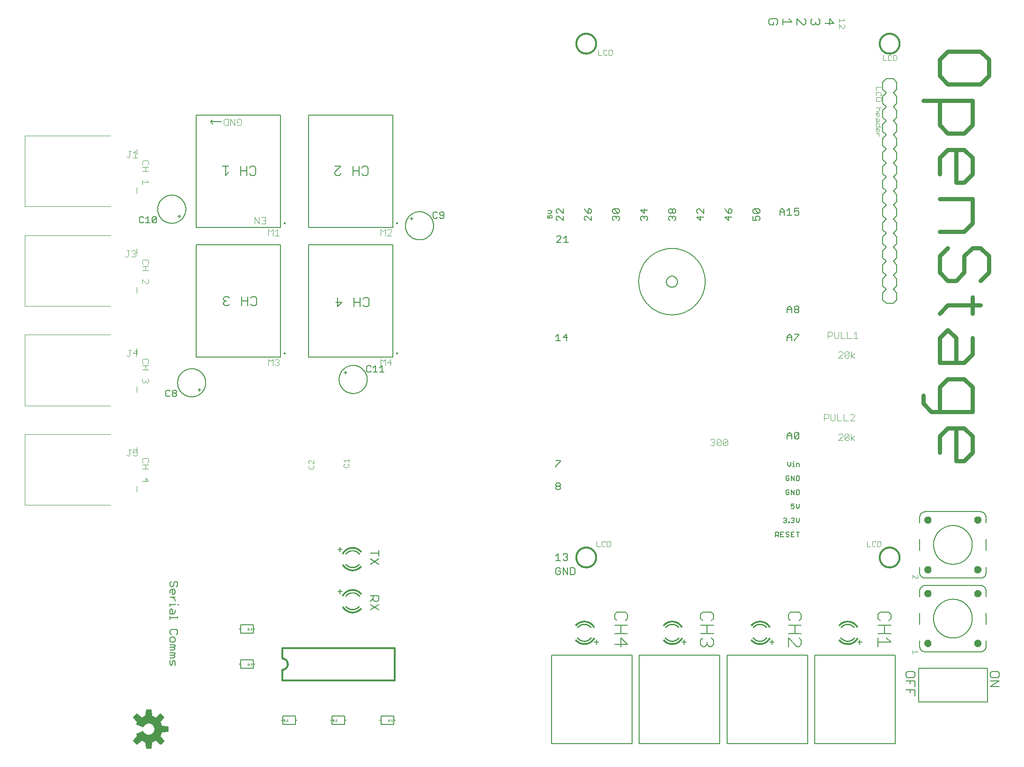
<source format=gbr>
G04 EAGLE Gerber RS-274X export*
G75*
%MOMM*%
%FSLAX34Y34*%
%LPD*%
%INSilkscreen Top*%
%IPPOS*%
%AMOC8*
5,1,8,0,0,1.08239X$1,22.5*%
G01*
%ADD10C,0.304800*%
%ADD11C,0.203200*%
%ADD12C,0.762000*%
%ADD13C,0.152400*%
%ADD14C,0.076200*%
%ADD15C,0.101600*%
%ADD16C,0.127000*%
%ADD17C,0.200000*%
%ADD18C,0.015238*%
%ADD19C,0.025400*%
%ADD20C,0.050800*%
%ADD21C,0.177800*%
%ADD22C,0.700000*%
%ADD23C,0.100000*%

G36*
X118672Y5804D02*
X118672Y5804D01*
X118780Y5818D01*
X118792Y5824D01*
X118806Y5826D01*
X118902Y5878D01*
X118999Y5925D01*
X119009Y5935D01*
X119021Y5941D01*
X119095Y6021D01*
X119172Y6097D01*
X119178Y6109D01*
X119188Y6120D01*
X119233Y6218D01*
X119281Y6315D01*
X119285Y6333D01*
X119289Y6342D01*
X119291Y6363D01*
X119310Y6460D01*
X120407Y17250D01*
X122475Y17849D01*
X122496Y17860D01*
X122553Y17877D01*
X125009Y18894D01*
X125029Y18907D01*
X125083Y18930D01*
X126969Y19968D01*
X135375Y13114D01*
X135469Y13060D01*
X135561Y13003D01*
X135574Y13000D01*
X135586Y12993D01*
X135693Y12972D01*
X135798Y12947D01*
X135812Y12949D01*
X135826Y12946D01*
X135933Y12961D01*
X136041Y12971D01*
X136054Y12977D01*
X136068Y12979D01*
X136165Y13027D01*
X136264Y13072D01*
X136277Y13083D01*
X136286Y13087D01*
X136301Y13103D01*
X136378Y13165D01*
X142410Y19197D01*
X142473Y19285D01*
X142539Y19371D01*
X142544Y19384D01*
X142552Y19396D01*
X142583Y19499D01*
X142619Y19602D01*
X142619Y19616D01*
X142623Y19629D01*
X142619Y19737D01*
X142620Y19846D01*
X142615Y19859D01*
X142615Y19873D01*
X142577Y19975D01*
X142542Y20077D01*
X142533Y20092D01*
X142529Y20101D01*
X142515Y20118D01*
X142461Y20200D01*
X135607Y28606D01*
X136645Y30492D01*
X136653Y30514D01*
X136681Y30566D01*
X137698Y33022D01*
X137704Y33045D01*
X137726Y33100D01*
X138325Y35168D01*
X149115Y36265D01*
X149219Y36293D01*
X149325Y36318D01*
X149337Y36325D01*
X149350Y36328D01*
X149440Y36389D01*
X149533Y36446D01*
X149541Y36457D01*
X149553Y36465D01*
X149619Y36551D01*
X149688Y36635D01*
X149692Y36648D01*
X149701Y36659D01*
X149735Y36762D01*
X149774Y36863D01*
X149775Y36881D01*
X149779Y36890D01*
X149779Y36912D01*
X149788Y37010D01*
X149788Y45540D01*
X149771Y45647D01*
X149757Y45755D01*
X149751Y45767D01*
X149749Y45781D01*
X149697Y45877D01*
X149650Y45974D01*
X149640Y45984D01*
X149634Y45996D01*
X149554Y46070D01*
X149478Y46147D01*
X149466Y46153D01*
X149456Y46163D01*
X149357Y46208D01*
X149260Y46256D01*
X149242Y46260D01*
X149233Y46264D01*
X149212Y46266D01*
X149115Y46285D01*
X138325Y47382D01*
X137726Y49450D01*
X137715Y49471D01*
X137698Y49528D01*
X137387Y50279D01*
X136681Y51984D01*
X136668Y52004D01*
X136645Y52058D01*
X135607Y53944D01*
X142461Y62350D01*
X142515Y62444D01*
X142572Y62536D01*
X142575Y62549D01*
X142582Y62561D01*
X142603Y62668D01*
X142628Y62773D01*
X142626Y62787D01*
X142629Y62801D01*
X142614Y62908D01*
X142604Y63016D01*
X142598Y63029D01*
X142596Y63043D01*
X142548Y63140D01*
X142503Y63239D01*
X142492Y63252D01*
X142488Y63261D01*
X142472Y63276D01*
X142410Y63353D01*
X136378Y69385D01*
X136290Y69448D01*
X136204Y69514D01*
X136191Y69519D01*
X136179Y69527D01*
X136076Y69558D01*
X135973Y69594D01*
X135959Y69594D01*
X135946Y69598D01*
X135838Y69594D01*
X135729Y69595D01*
X135716Y69590D01*
X135702Y69590D01*
X135600Y69552D01*
X135498Y69517D01*
X135483Y69508D01*
X135474Y69504D01*
X135457Y69490D01*
X135375Y69436D01*
X126969Y62582D01*
X125083Y63620D01*
X125061Y63628D01*
X125009Y63656D01*
X122553Y64673D01*
X122530Y64679D01*
X122475Y64701D01*
X120407Y65300D01*
X119310Y76090D01*
X119282Y76194D01*
X119257Y76300D01*
X119250Y76312D01*
X119247Y76325D01*
X119186Y76415D01*
X119129Y76508D01*
X119118Y76516D01*
X119110Y76528D01*
X119024Y76594D01*
X118940Y76663D01*
X118927Y76667D01*
X118916Y76676D01*
X118813Y76710D01*
X118712Y76749D01*
X118694Y76750D01*
X118685Y76754D01*
X118663Y76754D01*
X118565Y76763D01*
X110035Y76763D01*
X109928Y76746D01*
X109820Y76732D01*
X109808Y76726D01*
X109794Y76724D01*
X109698Y76672D01*
X109601Y76625D01*
X109591Y76615D01*
X109579Y76609D01*
X109505Y76529D01*
X109428Y76453D01*
X109422Y76441D01*
X109412Y76431D01*
X109367Y76332D01*
X109319Y76235D01*
X109315Y76217D01*
X109311Y76208D01*
X109309Y76187D01*
X109290Y76090D01*
X108193Y65300D01*
X106125Y64701D01*
X106104Y64690D01*
X106047Y64673D01*
X103591Y63656D01*
X103571Y63643D01*
X103517Y63620D01*
X101631Y62582D01*
X93225Y69436D01*
X93131Y69490D01*
X93039Y69547D01*
X93026Y69550D01*
X93014Y69557D01*
X92907Y69578D01*
X92802Y69603D01*
X92788Y69601D01*
X92774Y69604D01*
X92667Y69589D01*
X92559Y69579D01*
X92546Y69573D01*
X92533Y69571D01*
X92435Y69523D01*
X92336Y69478D01*
X92323Y69467D01*
X92314Y69463D01*
X92299Y69447D01*
X92222Y69385D01*
X86190Y63353D01*
X86127Y63265D01*
X86061Y63179D01*
X86056Y63166D01*
X86048Y63154D01*
X86017Y63051D01*
X85981Y62948D01*
X85981Y62934D01*
X85977Y62921D01*
X85981Y62813D01*
X85980Y62704D01*
X85985Y62691D01*
X85985Y62677D01*
X86023Y62575D01*
X86058Y62473D01*
X86067Y62458D01*
X86071Y62449D01*
X86085Y62432D01*
X86139Y62350D01*
X92988Y53950D01*
X92256Y52663D01*
X92249Y52644D01*
X92228Y52608D01*
X91389Y50799D01*
X91379Y50761D01*
X91360Y50725D01*
X91346Y50644D01*
X91324Y50564D01*
X91326Y50524D01*
X91320Y50485D01*
X91333Y50403D01*
X91338Y50320D01*
X91353Y50283D01*
X91359Y50244D01*
X91398Y50171D01*
X91429Y50094D01*
X91455Y50064D01*
X91474Y50028D01*
X91534Y49972D01*
X91588Y49909D01*
X91623Y49889D01*
X91652Y49862D01*
X91782Y49792D01*
X103908Y44769D01*
X104020Y44743D01*
X104132Y44714D01*
X104139Y44715D01*
X104146Y44713D01*
X104260Y44725D01*
X104375Y44734D01*
X104381Y44737D01*
X104389Y44737D01*
X104493Y44785D01*
X104599Y44830D01*
X104604Y44835D01*
X104611Y44838D01*
X104695Y44916D01*
X104780Y44993D01*
X104785Y45001D01*
X104789Y45005D01*
X104796Y45018D01*
X104861Y45117D01*
X105676Y46695D01*
X106705Y48063D01*
X107949Y49239D01*
X109373Y50190D01*
X110936Y50890D01*
X112594Y51317D01*
X114296Y51461D01*
X116202Y51281D01*
X118037Y50750D01*
X119740Y49886D01*
X121252Y48719D01*
X122519Y47290D01*
X123498Y45650D01*
X124153Y43855D01*
X124461Y41970D01*
X124413Y40061D01*
X124008Y38194D01*
X123262Y36436D01*
X122201Y34848D01*
X120862Y33486D01*
X119292Y32397D01*
X117547Y31621D01*
X115687Y31185D01*
X113779Y31103D01*
X111889Y31379D01*
X110084Y32004D01*
X108427Y32954D01*
X106976Y34197D01*
X105784Y35689D01*
X104857Y37439D01*
X104790Y37528D01*
X104725Y37618D01*
X104716Y37625D01*
X104710Y37634D01*
X104617Y37696D01*
X104527Y37761D01*
X104516Y37764D01*
X104507Y37770D01*
X104400Y37799D01*
X104294Y37832D01*
X104283Y37831D01*
X104272Y37834D01*
X104160Y37828D01*
X104050Y37824D01*
X104036Y37820D01*
X104028Y37819D01*
X104010Y37812D01*
X103908Y37781D01*
X91782Y32758D01*
X91748Y32737D01*
X91711Y32724D01*
X91645Y32673D01*
X91575Y32629D01*
X91550Y32598D01*
X91518Y32574D01*
X91473Y32505D01*
X91420Y32441D01*
X91406Y32403D01*
X91384Y32370D01*
X91363Y32290D01*
X91334Y32212D01*
X91333Y32172D01*
X91323Y32134D01*
X91329Y32051D01*
X91326Y31969D01*
X91338Y31930D01*
X91341Y31890D01*
X91389Y31751D01*
X92228Y29942D01*
X92239Y29926D01*
X92256Y29887D01*
X92988Y28600D01*
X86139Y20200D01*
X86085Y20106D01*
X86028Y20014D01*
X86025Y20001D01*
X86018Y19989D01*
X85997Y19882D01*
X85972Y19777D01*
X85974Y19763D01*
X85971Y19749D01*
X85986Y19642D01*
X85996Y19534D01*
X86002Y19521D01*
X86004Y19508D01*
X86052Y19410D01*
X86097Y19311D01*
X86108Y19298D01*
X86112Y19289D01*
X86128Y19274D01*
X86190Y19197D01*
X92222Y13165D01*
X92310Y13102D01*
X92396Y13036D01*
X92409Y13031D01*
X92421Y13023D01*
X92524Y12992D01*
X92627Y12956D01*
X92641Y12956D01*
X92654Y12952D01*
X92762Y12956D01*
X92871Y12955D01*
X92884Y12960D01*
X92898Y12960D01*
X93000Y12998D01*
X93102Y13033D01*
X93117Y13042D01*
X93126Y13046D01*
X93143Y13060D01*
X93225Y13114D01*
X101631Y19968D01*
X103517Y18930D01*
X103539Y18922D01*
X103591Y18894D01*
X106047Y17877D01*
X106070Y17871D01*
X106125Y17849D01*
X108193Y17250D01*
X109290Y6460D01*
X109318Y6356D01*
X109343Y6250D01*
X109350Y6238D01*
X109353Y6225D01*
X109414Y6135D01*
X109471Y6042D01*
X109482Y6034D01*
X109490Y6022D01*
X109576Y5956D01*
X109660Y5888D01*
X109673Y5883D01*
X109684Y5874D01*
X109787Y5840D01*
X109888Y5801D01*
X109906Y5800D01*
X109915Y5796D01*
X109937Y5797D01*
X110035Y5787D01*
X118565Y5787D01*
X118672Y5804D01*
G37*
D10*
X1436189Y351790D02*
X1436194Y352231D01*
X1436211Y352671D01*
X1436238Y353111D01*
X1436275Y353550D01*
X1436324Y353989D01*
X1436383Y354425D01*
X1436453Y354861D01*
X1436534Y355294D01*
X1436625Y355725D01*
X1436727Y356154D01*
X1436840Y356580D01*
X1436962Y357004D01*
X1437096Y357424D01*
X1437239Y357841D01*
X1437393Y358254D01*
X1437556Y358663D01*
X1437730Y359069D01*
X1437913Y359469D01*
X1438107Y359865D01*
X1438310Y360257D01*
X1438522Y360643D01*
X1438744Y361024D01*
X1438976Y361399D01*
X1439216Y361769D01*
X1439465Y362132D01*
X1439724Y362489D01*
X1439991Y362840D01*
X1440266Y363184D01*
X1440550Y363522D01*
X1440842Y363852D01*
X1441142Y364175D01*
X1441450Y364490D01*
X1441765Y364798D01*
X1442088Y365098D01*
X1442418Y365390D01*
X1442756Y365674D01*
X1443100Y365949D01*
X1443451Y366216D01*
X1443808Y366475D01*
X1444171Y366724D01*
X1444541Y366964D01*
X1444916Y367196D01*
X1445297Y367418D01*
X1445683Y367630D01*
X1446075Y367833D01*
X1446471Y368027D01*
X1446871Y368210D01*
X1447277Y368384D01*
X1447686Y368547D01*
X1448099Y368701D01*
X1448516Y368844D01*
X1448936Y368978D01*
X1449360Y369100D01*
X1449786Y369213D01*
X1450215Y369315D01*
X1450646Y369406D01*
X1451079Y369487D01*
X1451515Y369557D01*
X1451951Y369616D01*
X1452390Y369665D01*
X1452829Y369702D01*
X1453269Y369729D01*
X1453709Y369746D01*
X1454150Y369751D01*
X1454591Y369746D01*
X1455031Y369729D01*
X1455471Y369702D01*
X1455910Y369665D01*
X1456349Y369616D01*
X1456785Y369557D01*
X1457221Y369487D01*
X1457654Y369406D01*
X1458085Y369315D01*
X1458514Y369213D01*
X1458940Y369100D01*
X1459364Y368978D01*
X1459784Y368844D01*
X1460201Y368701D01*
X1460614Y368547D01*
X1461023Y368384D01*
X1461429Y368210D01*
X1461829Y368027D01*
X1462225Y367833D01*
X1462617Y367630D01*
X1463003Y367418D01*
X1463384Y367196D01*
X1463759Y366964D01*
X1464129Y366724D01*
X1464492Y366475D01*
X1464849Y366216D01*
X1465200Y365949D01*
X1465544Y365674D01*
X1465882Y365390D01*
X1466212Y365098D01*
X1466535Y364798D01*
X1466850Y364490D01*
X1467158Y364175D01*
X1467458Y363852D01*
X1467750Y363522D01*
X1468034Y363184D01*
X1468309Y362840D01*
X1468576Y362489D01*
X1468835Y362132D01*
X1469084Y361769D01*
X1469324Y361399D01*
X1469556Y361024D01*
X1469778Y360643D01*
X1469990Y360257D01*
X1470193Y359865D01*
X1470387Y359469D01*
X1470570Y359069D01*
X1470744Y358663D01*
X1470907Y358254D01*
X1471061Y357841D01*
X1471204Y357424D01*
X1471338Y357004D01*
X1471460Y356580D01*
X1471573Y356154D01*
X1471675Y355725D01*
X1471766Y355294D01*
X1471847Y354861D01*
X1471917Y354425D01*
X1471976Y353989D01*
X1472025Y353550D01*
X1472062Y353111D01*
X1472089Y352671D01*
X1472106Y352231D01*
X1472111Y351790D01*
X1472106Y351349D01*
X1472089Y350909D01*
X1472062Y350469D01*
X1472025Y350030D01*
X1471976Y349591D01*
X1471917Y349155D01*
X1471847Y348719D01*
X1471766Y348286D01*
X1471675Y347855D01*
X1471573Y347426D01*
X1471460Y347000D01*
X1471338Y346576D01*
X1471204Y346156D01*
X1471061Y345739D01*
X1470907Y345326D01*
X1470744Y344917D01*
X1470570Y344511D01*
X1470387Y344111D01*
X1470193Y343715D01*
X1469990Y343323D01*
X1469778Y342937D01*
X1469556Y342556D01*
X1469324Y342181D01*
X1469084Y341811D01*
X1468835Y341448D01*
X1468576Y341091D01*
X1468309Y340740D01*
X1468034Y340396D01*
X1467750Y340058D01*
X1467458Y339728D01*
X1467158Y339405D01*
X1466850Y339090D01*
X1466535Y338782D01*
X1466212Y338482D01*
X1465882Y338190D01*
X1465544Y337906D01*
X1465200Y337631D01*
X1464849Y337364D01*
X1464492Y337105D01*
X1464129Y336856D01*
X1463759Y336616D01*
X1463384Y336384D01*
X1463003Y336162D01*
X1462617Y335950D01*
X1462225Y335747D01*
X1461829Y335553D01*
X1461429Y335370D01*
X1461023Y335196D01*
X1460614Y335033D01*
X1460201Y334879D01*
X1459784Y334736D01*
X1459364Y334602D01*
X1458940Y334480D01*
X1458514Y334367D01*
X1458085Y334265D01*
X1457654Y334174D01*
X1457221Y334093D01*
X1456785Y334023D01*
X1456349Y333964D01*
X1455910Y333915D01*
X1455471Y333878D01*
X1455031Y333851D01*
X1454591Y333834D01*
X1454150Y333829D01*
X1453709Y333834D01*
X1453269Y333851D01*
X1452829Y333878D01*
X1452390Y333915D01*
X1451951Y333964D01*
X1451515Y334023D01*
X1451079Y334093D01*
X1450646Y334174D01*
X1450215Y334265D01*
X1449786Y334367D01*
X1449360Y334480D01*
X1448936Y334602D01*
X1448516Y334736D01*
X1448099Y334879D01*
X1447686Y335033D01*
X1447277Y335196D01*
X1446871Y335370D01*
X1446471Y335553D01*
X1446075Y335747D01*
X1445683Y335950D01*
X1445297Y336162D01*
X1444916Y336384D01*
X1444541Y336616D01*
X1444171Y336856D01*
X1443808Y337105D01*
X1443451Y337364D01*
X1443100Y337631D01*
X1442756Y337906D01*
X1442418Y338190D01*
X1442088Y338482D01*
X1441765Y338782D01*
X1441450Y339090D01*
X1441142Y339405D01*
X1440842Y339728D01*
X1440550Y340058D01*
X1440266Y340396D01*
X1439991Y340740D01*
X1439724Y341091D01*
X1439465Y341448D01*
X1439216Y341811D01*
X1438976Y342181D01*
X1438744Y342556D01*
X1438522Y342937D01*
X1438310Y343323D01*
X1438107Y343715D01*
X1437913Y344111D01*
X1437730Y344511D01*
X1437556Y344917D01*
X1437393Y345326D01*
X1437239Y345739D01*
X1437096Y346156D01*
X1436962Y346576D01*
X1436840Y347000D01*
X1436727Y347426D01*
X1436625Y347855D01*
X1436534Y348286D01*
X1436453Y348719D01*
X1436383Y349155D01*
X1436324Y349591D01*
X1436275Y350030D01*
X1436238Y350469D01*
X1436211Y350909D01*
X1436194Y351349D01*
X1436189Y351790D01*
X887549Y351790D02*
X887554Y352231D01*
X887571Y352671D01*
X887598Y353111D01*
X887635Y353550D01*
X887684Y353989D01*
X887743Y354425D01*
X887813Y354861D01*
X887894Y355294D01*
X887985Y355725D01*
X888087Y356154D01*
X888200Y356580D01*
X888322Y357004D01*
X888456Y357424D01*
X888599Y357841D01*
X888753Y358254D01*
X888916Y358663D01*
X889090Y359069D01*
X889273Y359469D01*
X889467Y359865D01*
X889670Y360257D01*
X889882Y360643D01*
X890104Y361024D01*
X890336Y361399D01*
X890576Y361769D01*
X890825Y362132D01*
X891084Y362489D01*
X891351Y362840D01*
X891626Y363184D01*
X891910Y363522D01*
X892202Y363852D01*
X892502Y364175D01*
X892810Y364490D01*
X893125Y364798D01*
X893448Y365098D01*
X893778Y365390D01*
X894116Y365674D01*
X894460Y365949D01*
X894811Y366216D01*
X895168Y366475D01*
X895531Y366724D01*
X895901Y366964D01*
X896276Y367196D01*
X896657Y367418D01*
X897043Y367630D01*
X897435Y367833D01*
X897831Y368027D01*
X898231Y368210D01*
X898637Y368384D01*
X899046Y368547D01*
X899459Y368701D01*
X899876Y368844D01*
X900296Y368978D01*
X900720Y369100D01*
X901146Y369213D01*
X901575Y369315D01*
X902006Y369406D01*
X902439Y369487D01*
X902875Y369557D01*
X903311Y369616D01*
X903750Y369665D01*
X904189Y369702D01*
X904629Y369729D01*
X905069Y369746D01*
X905510Y369751D01*
X905951Y369746D01*
X906391Y369729D01*
X906831Y369702D01*
X907270Y369665D01*
X907709Y369616D01*
X908145Y369557D01*
X908581Y369487D01*
X909014Y369406D01*
X909445Y369315D01*
X909874Y369213D01*
X910300Y369100D01*
X910724Y368978D01*
X911144Y368844D01*
X911561Y368701D01*
X911974Y368547D01*
X912383Y368384D01*
X912789Y368210D01*
X913189Y368027D01*
X913585Y367833D01*
X913977Y367630D01*
X914363Y367418D01*
X914744Y367196D01*
X915119Y366964D01*
X915489Y366724D01*
X915852Y366475D01*
X916209Y366216D01*
X916560Y365949D01*
X916904Y365674D01*
X917242Y365390D01*
X917572Y365098D01*
X917895Y364798D01*
X918210Y364490D01*
X918518Y364175D01*
X918818Y363852D01*
X919110Y363522D01*
X919394Y363184D01*
X919669Y362840D01*
X919936Y362489D01*
X920195Y362132D01*
X920444Y361769D01*
X920684Y361399D01*
X920916Y361024D01*
X921138Y360643D01*
X921350Y360257D01*
X921553Y359865D01*
X921747Y359469D01*
X921930Y359069D01*
X922104Y358663D01*
X922267Y358254D01*
X922421Y357841D01*
X922564Y357424D01*
X922698Y357004D01*
X922820Y356580D01*
X922933Y356154D01*
X923035Y355725D01*
X923126Y355294D01*
X923207Y354861D01*
X923277Y354425D01*
X923336Y353989D01*
X923385Y353550D01*
X923422Y353111D01*
X923449Y352671D01*
X923466Y352231D01*
X923471Y351790D01*
X923466Y351349D01*
X923449Y350909D01*
X923422Y350469D01*
X923385Y350030D01*
X923336Y349591D01*
X923277Y349155D01*
X923207Y348719D01*
X923126Y348286D01*
X923035Y347855D01*
X922933Y347426D01*
X922820Y347000D01*
X922698Y346576D01*
X922564Y346156D01*
X922421Y345739D01*
X922267Y345326D01*
X922104Y344917D01*
X921930Y344511D01*
X921747Y344111D01*
X921553Y343715D01*
X921350Y343323D01*
X921138Y342937D01*
X920916Y342556D01*
X920684Y342181D01*
X920444Y341811D01*
X920195Y341448D01*
X919936Y341091D01*
X919669Y340740D01*
X919394Y340396D01*
X919110Y340058D01*
X918818Y339728D01*
X918518Y339405D01*
X918210Y339090D01*
X917895Y338782D01*
X917572Y338482D01*
X917242Y338190D01*
X916904Y337906D01*
X916560Y337631D01*
X916209Y337364D01*
X915852Y337105D01*
X915489Y336856D01*
X915119Y336616D01*
X914744Y336384D01*
X914363Y336162D01*
X913977Y335950D01*
X913585Y335747D01*
X913189Y335553D01*
X912789Y335370D01*
X912383Y335196D01*
X911974Y335033D01*
X911561Y334879D01*
X911144Y334736D01*
X910724Y334602D01*
X910300Y334480D01*
X909874Y334367D01*
X909445Y334265D01*
X909014Y334174D01*
X908581Y334093D01*
X908145Y334023D01*
X907709Y333964D01*
X907270Y333915D01*
X906831Y333878D01*
X906391Y333851D01*
X905951Y333834D01*
X905510Y333829D01*
X905069Y333834D01*
X904629Y333851D01*
X904189Y333878D01*
X903750Y333915D01*
X903311Y333964D01*
X902875Y334023D01*
X902439Y334093D01*
X902006Y334174D01*
X901575Y334265D01*
X901146Y334367D01*
X900720Y334480D01*
X900296Y334602D01*
X899876Y334736D01*
X899459Y334879D01*
X899046Y335033D01*
X898637Y335196D01*
X898231Y335370D01*
X897831Y335553D01*
X897435Y335747D01*
X897043Y335950D01*
X896657Y336162D01*
X896276Y336384D01*
X895901Y336616D01*
X895531Y336856D01*
X895168Y337105D01*
X894811Y337364D01*
X894460Y337631D01*
X894116Y337906D01*
X893778Y338190D01*
X893448Y338482D01*
X893125Y338782D01*
X892810Y339090D01*
X892502Y339405D01*
X892202Y339728D01*
X891910Y340058D01*
X891626Y340396D01*
X891351Y340740D01*
X891084Y341091D01*
X890825Y341448D01*
X890576Y341811D01*
X890336Y342181D01*
X890104Y342556D01*
X889882Y342937D01*
X889670Y343323D01*
X889467Y343715D01*
X889273Y344111D01*
X889090Y344511D01*
X888916Y344917D01*
X888753Y345326D01*
X888599Y345739D01*
X888456Y346156D01*
X888322Y346576D01*
X888200Y347000D01*
X888087Y347426D01*
X887985Y347855D01*
X887894Y348286D01*
X887813Y348719D01*
X887743Y349155D01*
X887684Y349591D01*
X887635Y350030D01*
X887598Y350469D01*
X887571Y350909D01*
X887554Y351349D01*
X887549Y351790D01*
X887549Y1281430D02*
X887554Y1281871D01*
X887571Y1282311D01*
X887598Y1282751D01*
X887635Y1283190D01*
X887684Y1283629D01*
X887743Y1284065D01*
X887813Y1284501D01*
X887894Y1284934D01*
X887985Y1285365D01*
X888087Y1285794D01*
X888200Y1286220D01*
X888322Y1286644D01*
X888456Y1287064D01*
X888599Y1287481D01*
X888753Y1287894D01*
X888916Y1288303D01*
X889090Y1288709D01*
X889273Y1289109D01*
X889467Y1289505D01*
X889670Y1289897D01*
X889882Y1290283D01*
X890104Y1290664D01*
X890336Y1291039D01*
X890576Y1291409D01*
X890825Y1291772D01*
X891084Y1292129D01*
X891351Y1292480D01*
X891626Y1292824D01*
X891910Y1293162D01*
X892202Y1293492D01*
X892502Y1293815D01*
X892810Y1294130D01*
X893125Y1294438D01*
X893448Y1294738D01*
X893778Y1295030D01*
X894116Y1295314D01*
X894460Y1295589D01*
X894811Y1295856D01*
X895168Y1296115D01*
X895531Y1296364D01*
X895901Y1296604D01*
X896276Y1296836D01*
X896657Y1297058D01*
X897043Y1297270D01*
X897435Y1297473D01*
X897831Y1297667D01*
X898231Y1297850D01*
X898637Y1298024D01*
X899046Y1298187D01*
X899459Y1298341D01*
X899876Y1298484D01*
X900296Y1298618D01*
X900720Y1298740D01*
X901146Y1298853D01*
X901575Y1298955D01*
X902006Y1299046D01*
X902439Y1299127D01*
X902875Y1299197D01*
X903311Y1299256D01*
X903750Y1299305D01*
X904189Y1299342D01*
X904629Y1299369D01*
X905069Y1299386D01*
X905510Y1299391D01*
X905951Y1299386D01*
X906391Y1299369D01*
X906831Y1299342D01*
X907270Y1299305D01*
X907709Y1299256D01*
X908145Y1299197D01*
X908581Y1299127D01*
X909014Y1299046D01*
X909445Y1298955D01*
X909874Y1298853D01*
X910300Y1298740D01*
X910724Y1298618D01*
X911144Y1298484D01*
X911561Y1298341D01*
X911974Y1298187D01*
X912383Y1298024D01*
X912789Y1297850D01*
X913189Y1297667D01*
X913585Y1297473D01*
X913977Y1297270D01*
X914363Y1297058D01*
X914744Y1296836D01*
X915119Y1296604D01*
X915489Y1296364D01*
X915852Y1296115D01*
X916209Y1295856D01*
X916560Y1295589D01*
X916904Y1295314D01*
X917242Y1295030D01*
X917572Y1294738D01*
X917895Y1294438D01*
X918210Y1294130D01*
X918518Y1293815D01*
X918818Y1293492D01*
X919110Y1293162D01*
X919394Y1292824D01*
X919669Y1292480D01*
X919936Y1292129D01*
X920195Y1291772D01*
X920444Y1291409D01*
X920684Y1291039D01*
X920916Y1290664D01*
X921138Y1290283D01*
X921350Y1289897D01*
X921553Y1289505D01*
X921747Y1289109D01*
X921930Y1288709D01*
X922104Y1288303D01*
X922267Y1287894D01*
X922421Y1287481D01*
X922564Y1287064D01*
X922698Y1286644D01*
X922820Y1286220D01*
X922933Y1285794D01*
X923035Y1285365D01*
X923126Y1284934D01*
X923207Y1284501D01*
X923277Y1284065D01*
X923336Y1283629D01*
X923385Y1283190D01*
X923422Y1282751D01*
X923449Y1282311D01*
X923466Y1281871D01*
X923471Y1281430D01*
X923466Y1280989D01*
X923449Y1280549D01*
X923422Y1280109D01*
X923385Y1279670D01*
X923336Y1279231D01*
X923277Y1278795D01*
X923207Y1278359D01*
X923126Y1277926D01*
X923035Y1277495D01*
X922933Y1277066D01*
X922820Y1276640D01*
X922698Y1276216D01*
X922564Y1275796D01*
X922421Y1275379D01*
X922267Y1274966D01*
X922104Y1274557D01*
X921930Y1274151D01*
X921747Y1273751D01*
X921553Y1273355D01*
X921350Y1272963D01*
X921138Y1272577D01*
X920916Y1272196D01*
X920684Y1271821D01*
X920444Y1271451D01*
X920195Y1271088D01*
X919936Y1270731D01*
X919669Y1270380D01*
X919394Y1270036D01*
X919110Y1269698D01*
X918818Y1269368D01*
X918518Y1269045D01*
X918210Y1268730D01*
X917895Y1268422D01*
X917572Y1268122D01*
X917242Y1267830D01*
X916904Y1267546D01*
X916560Y1267271D01*
X916209Y1267004D01*
X915852Y1266745D01*
X915489Y1266496D01*
X915119Y1266256D01*
X914744Y1266024D01*
X914363Y1265802D01*
X913977Y1265590D01*
X913585Y1265387D01*
X913189Y1265193D01*
X912789Y1265010D01*
X912383Y1264836D01*
X911974Y1264673D01*
X911561Y1264519D01*
X911144Y1264376D01*
X910724Y1264242D01*
X910300Y1264120D01*
X909874Y1264007D01*
X909445Y1263905D01*
X909014Y1263814D01*
X908581Y1263733D01*
X908145Y1263663D01*
X907709Y1263604D01*
X907270Y1263555D01*
X906831Y1263518D01*
X906391Y1263491D01*
X905951Y1263474D01*
X905510Y1263469D01*
X905069Y1263474D01*
X904629Y1263491D01*
X904189Y1263518D01*
X903750Y1263555D01*
X903311Y1263604D01*
X902875Y1263663D01*
X902439Y1263733D01*
X902006Y1263814D01*
X901575Y1263905D01*
X901146Y1264007D01*
X900720Y1264120D01*
X900296Y1264242D01*
X899876Y1264376D01*
X899459Y1264519D01*
X899046Y1264673D01*
X898637Y1264836D01*
X898231Y1265010D01*
X897831Y1265193D01*
X897435Y1265387D01*
X897043Y1265590D01*
X896657Y1265802D01*
X896276Y1266024D01*
X895901Y1266256D01*
X895531Y1266496D01*
X895168Y1266745D01*
X894811Y1267004D01*
X894460Y1267271D01*
X894116Y1267546D01*
X893778Y1267830D01*
X893448Y1268122D01*
X893125Y1268422D01*
X892810Y1268730D01*
X892502Y1269045D01*
X892202Y1269368D01*
X891910Y1269698D01*
X891626Y1270036D01*
X891351Y1270380D01*
X891084Y1270731D01*
X890825Y1271088D01*
X890576Y1271451D01*
X890336Y1271821D01*
X890104Y1272196D01*
X889882Y1272577D01*
X889670Y1272963D01*
X889467Y1273355D01*
X889273Y1273751D01*
X889090Y1274151D01*
X888916Y1274557D01*
X888753Y1274966D01*
X888599Y1275379D01*
X888456Y1275796D01*
X888322Y1276216D01*
X888200Y1276640D01*
X888087Y1277066D01*
X887985Y1277495D01*
X887894Y1277926D01*
X887813Y1278359D01*
X887743Y1278795D01*
X887684Y1279231D01*
X887635Y1279670D01*
X887598Y1280109D01*
X887571Y1280549D01*
X887554Y1280989D01*
X887549Y1281430D01*
X1436189Y1281430D02*
X1436194Y1281871D01*
X1436211Y1282311D01*
X1436238Y1282751D01*
X1436275Y1283190D01*
X1436324Y1283629D01*
X1436383Y1284065D01*
X1436453Y1284501D01*
X1436534Y1284934D01*
X1436625Y1285365D01*
X1436727Y1285794D01*
X1436840Y1286220D01*
X1436962Y1286644D01*
X1437096Y1287064D01*
X1437239Y1287481D01*
X1437393Y1287894D01*
X1437556Y1288303D01*
X1437730Y1288709D01*
X1437913Y1289109D01*
X1438107Y1289505D01*
X1438310Y1289897D01*
X1438522Y1290283D01*
X1438744Y1290664D01*
X1438976Y1291039D01*
X1439216Y1291409D01*
X1439465Y1291772D01*
X1439724Y1292129D01*
X1439991Y1292480D01*
X1440266Y1292824D01*
X1440550Y1293162D01*
X1440842Y1293492D01*
X1441142Y1293815D01*
X1441450Y1294130D01*
X1441765Y1294438D01*
X1442088Y1294738D01*
X1442418Y1295030D01*
X1442756Y1295314D01*
X1443100Y1295589D01*
X1443451Y1295856D01*
X1443808Y1296115D01*
X1444171Y1296364D01*
X1444541Y1296604D01*
X1444916Y1296836D01*
X1445297Y1297058D01*
X1445683Y1297270D01*
X1446075Y1297473D01*
X1446471Y1297667D01*
X1446871Y1297850D01*
X1447277Y1298024D01*
X1447686Y1298187D01*
X1448099Y1298341D01*
X1448516Y1298484D01*
X1448936Y1298618D01*
X1449360Y1298740D01*
X1449786Y1298853D01*
X1450215Y1298955D01*
X1450646Y1299046D01*
X1451079Y1299127D01*
X1451515Y1299197D01*
X1451951Y1299256D01*
X1452390Y1299305D01*
X1452829Y1299342D01*
X1453269Y1299369D01*
X1453709Y1299386D01*
X1454150Y1299391D01*
X1454591Y1299386D01*
X1455031Y1299369D01*
X1455471Y1299342D01*
X1455910Y1299305D01*
X1456349Y1299256D01*
X1456785Y1299197D01*
X1457221Y1299127D01*
X1457654Y1299046D01*
X1458085Y1298955D01*
X1458514Y1298853D01*
X1458940Y1298740D01*
X1459364Y1298618D01*
X1459784Y1298484D01*
X1460201Y1298341D01*
X1460614Y1298187D01*
X1461023Y1298024D01*
X1461429Y1297850D01*
X1461829Y1297667D01*
X1462225Y1297473D01*
X1462617Y1297270D01*
X1463003Y1297058D01*
X1463384Y1296836D01*
X1463759Y1296604D01*
X1464129Y1296364D01*
X1464492Y1296115D01*
X1464849Y1295856D01*
X1465200Y1295589D01*
X1465544Y1295314D01*
X1465882Y1295030D01*
X1466212Y1294738D01*
X1466535Y1294438D01*
X1466850Y1294130D01*
X1467158Y1293815D01*
X1467458Y1293492D01*
X1467750Y1293162D01*
X1468034Y1292824D01*
X1468309Y1292480D01*
X1468576Y1292129D01*
X1468835Y1291772D01*
X1469084Y1291409D01*
X1469324Y1291039D01*
X1469556Y1290664D01*
X1469778Y1290283D01*
X1469990Y1289897D01*
X1470193Y1289505D01*
X1470387Y1289109D01*
X1470570Y1288709D01*
X1470744Y1288303D01*
X1470907Y1287894D01*
X1471061Y1287481D01*
X1471204Y1287064D01*
X1471338Y1286644D01*
X1471460Y1286220D01*
X1471573Y1285794D01*
X1471675Y1285365D01*
X1471766Y1284934D01*
X1471847Y1284501D01*
X1471917Y1284065D01*
X1471976Y1283629D01*
X1472025Y1283190D01*
X1472062Y1282751D01*
X1472089Y1282311D01*
X1472106Y1281871D01*
X1472111Y1281430D01*
X1472106Y1280989D01*
X1472089Y1280549D01*
X1472062Y1280109D01*
X1472025Y1279670D01*
X1471976Y1279231D01*
X1471917Y1278795D01*
X1471847Y1278359D01*
X1471766Y1277926D01*
X1471675Y1277495D01*
X1471573Y1277066D01*
X1471460Y1276640D01*
X1471338Y1276216D01*
X1471204Y1275796D01*
X1471061Y1275379D01*
X1470907Y1274966D01*
X1470744Y1274557D01*
X1470570Y1274151D01*
X1470387Y1273751D01*
X1470193Y1273355D01*
X1469990Y1272963D01*
X1469778Y1272577D01*
X1469556Y1272196D01*
X1469324Y1271821D01*
X1469084Y1271451D01*
X1468835Y1271088D01*
X1468576Y1270731D01*
X1468309Y1270380D01*
X1468034Y1270036D01*
X1467750Y1269698D01*
X1467458Y1269368D01*
X1467158Y1269045D01*
X1466850Y1268730D01*
X1466535Y1268422D01*
X1466212Y1268122D01*
X1465882Y1267830D01*
X1465544Y1267546D01*
X1465200Y1267271D01*
X1464849Y1267004D01*
X1464492Y1266745D01*
X1464129Y1266496D01*
X1463759Y1266256D01*
X1463384Y1266024D01*
X1463003Y1265802D01*
X1462617Y1265590D01*
X1462225Y1265387D01*
X1461829Y1265193D01*
X1461429Y1265010D01*
X1461023Y1264836D01*
X1460614Y1264673D01*
X1460201Y1264519D01*
X1459784Y1264376D01*
X1459364Y1264242D01*
X1458940Y1264120D01*
X1458514Y1264007D01*
X1458085Y1263905D01*
X1457654Y1263814D01*
X1457221Y1263733D01*
X1456785Y1263663D01*
X1456349Y1263604D01*
X1455910Y1263555D01*
X1455471Y1263518D01*
X1455031Y1263491D01*
X1454591Y1263474D01*
X1454150Y1263469D01*
X1453709Y1263474D01*
X1453269Y1263491D01*
X1452829Y1263518D01*
X1452390Y1263555D01*
X1451951Y1263604D01*
X1451515Y1263663D01*
X1451079Y1263733D01*
X1450646Y1263814D01*
X1450215Y1263905D01*
X1449786Y1264007D01*
X1449360Y1264120D01*
X1448936Y1264242D01*
X1448516Y1264376D01*
X1448099Y1264519D01*
X1447686Y1264673D01*
X1447277Y1264836D01*
X1446871Y1265010D01*
X1446471Y1265193D01*
X1446075Y1265387D01*
X1445683Y1265590D01*
X1445297Y1265802D01*
X1444916Y1266024D01*
X1444541Y1266256D01*
X1444171Y1266496D01*
X1443808Y1266745D01*
X1443451Y1267004D01*
X1443100Y1267271D01*
X1442756Y1267546D01*
X1442418Y1267830D01*
X1442088Y1268122D01*
X1441765Y1268422D01*
X1441450Y1268730D01*
X1441142Y1269045D01*
X1440842Y1269368D01*
X1440550Y1269698D01*
X1440266Y1270036D01*
X1439991Y1270380D01*
X1439724Y1270731D01*
X1439465Y1271088D01*
X1439216Y1271451D01*
X1438976Y1271821D01*
X1438744Y1272196D01*
X1438522Y1272577D01*
X1438310Y1272963D01*
X1438107Y1273355D01*
X1437913Y1273751D01*
X1437730Y1274151D01*
X1437556Y1274557D01*
X1437393Y1274966D01*
X1437239Y1275379D01*
X1437096Y1275796D01*
X1436962Y1276216D01*
X1436840Y1276640D01*
X1436727Y1277066D01*
X1436625Y1277495D01*
X1436534Y1277926D01*
X1436453Y1278359D01*
X1436383Y1278795D01*
X1436324Y1279231D01*
X1436275Y1279670D01*
X1436238Y1280109D01*
X1436211Y1280549D01*
X1436194Y1280989D01*
X1436189Y1281430D01*
D11*
X1456329Y241290D02*
X1452431Y237392D01*
X1456329Y241290D02*
X1456329Y249086D01*
X1452431Y252984D01*
X1436839Y252984D01*
X1432941Y249086D01*
X1432941Y241290D01*
X1436839Y237392D01*
X1432941Y229596D02*
X1456329Y229596D01*
X1444635Y229596D02*
X1444635Y214004D01*
X1456329Y214004D02*
X1432941Y214004D01*
X1448533Y206208D02*
X1456329Y198412D01*
X1432941Y198412D01*
X1432941Y206208D02*
X1432941Y190616D01*
X1294404Y241290D02*
X1290506Y237392D01*
X1294404Y241290D02*
X1294404Y249086D01*
X1290506Y252984D01*
X1274914Y252984D01*
X1271016Y249086D01*
X1271016Y241290D01*
X1274914Y237392D01*
X1271016Y229596D02*
X1294404Y229596D01*
X1282710Y229596D02*
X1282710Y214004D01*
X1294404Y214004D02*
X1271016Y214004D01*
X1271016Y206208D02*
X1271016Y190616D01*
X1271016Y206208D02*
X1286608Y190616D01*
X1290506Y190616D01*
X1294404Y194514D01*
X1294404Y202310D01*
X1290506Y206208D01*
X1135654Y241290D02*
X1131756Y237392D01*
X1135654Y241290D02*
X1135654Y249086D01*
X1131756Y252984D01*
X1116164Y252984D01*
X1112266Y249086D01*
X1112266Y241290D01*
X1116164Y237392D01*
X1112266Y229596D02*
X1135654Y229596D01*
X1123960Y229596D02*
X1123960Y214004D01*
X1135654Y214004D02*
X1112266Y214004D01*
X1131756Y206208D02*
X1135654Y202310D01*
X1135654Y194514D01*
X1131756Y190616D01*
X1127858Y190616D01*
X1123960Y194514D01*
X1123960Y198412D01*
X1123960Y194514D02*
X1120062Y190616D01*
X1116164Y190616D01*
X1112266Y194514D01*
X1112266Y202310D01*
X1116164Y206208D01*
X980079Y241290D02*
X976181Y237392D01*
X980079Y241290D02*
X980079Y249086D01*
X976181Y252984D01*
X960589Y252984D01*
X956691Y249086D01*
X956691Y241290D01*
X960589Y237392D01*
X956691Y229596D02*
X980079Y229596D01*
X968385Y229596D02*
X968385Y214004D01*
X980079Y214004D02*
X956691Y214004D01*
X956691Y194514D02*
X980079Y194514D01*
X968385Y206208D01*
X968385Y190616D01*
D12*
X1633296Y1222972D02*
X1633296Y1252631D01*
X1618467Y1267460D01*
X1559149Y1267460D01*
X1544320Y1252631D01*
X1544320Y1222972D01*
X1559149Y1208143D01*
X1618467Y1208143D01*
X1633296Y1222972D01*
X1603637Y1178586D02*
X1514661Y1178586D01*
X1603637Y1178586D02*
X1603637Y1134098D01*
X1588808Y1119268D01*
X1559149Y1119268D01*
X1544320Y1134098D01*
X1544320Y1178586D01*
X1544320Y1074882D02*
X1544320Y1045223D01*
X1544320Y1074882D02*
X1559149Y1089711D01*
X1588808Y1089711D01*
X1603637Y1074882D01*
X1603637Y1045223D01*
X1588808Y1030394D01*
X1573979Y1030394D01*
X1573979Y1089711D01*
X1603637Y1000837D02*
X1544320Y1000837D01*
X1603637Y1000837D02*
X1603637Y956349D01*
X1588808Y941520D01*
X1544320Y941520D01*
X1618467Y852645D02*
X1633296Y867475D01*
X1633296Y897133D01*
X1618467Y911963D01*
X1603637Y911963D01*
X1588808Y897133D01*
X1588808Y867475D01*
X1573979Y852645D01*
X1559149Y852645D01*
X1544320Y867475D01*
X1544320Y897133D01*
X1559149Y911963D01*
X1559149Y808259D02*
X1618467Y808259D01*
X1559149Y808259D02*
X1544320Y793430D01*
X1603637Y793430D02*
X1603637Y823088D01*
X1603637Y749009D02*
X1603637Y719351D01*
X1588808Y704521D01*
X1544320Y704521D01*
X1544320Y749009D01*
X1559149Y763839D01*
X1573979Y749009D01*
X1573979Y704521D01*
X1514661Y645306D02*
X1514661Y630476D01*
X1529491Y615647D01*
X1603637Y615647D01*
X1603637Y660135D01*
X1588808Y674964D01*
X1559149Y674964D01*
X1544320Y660135D01*
X1544320Y615647D01*
X1544320Y571261D02*
X1544320Y541602D01*
X1544320Y571261D02*
X1559149Y586090D01*
X1588808Y586090D01*
X1603637Y571261D01*
X1603637Y541602D01*
X1588808Y526773D01*
X1573979Y526773D01*
X1573979Y586090D01*
D13*
X301496Y807608D02*
X298785Y810320D01*
X301496Y807608D02*
X306920Y807608D01*
X309631Y810320D01*
X309631Y821166D01*
X306920Y823878D01*
X301496Y823878D01*
X298785Y821166D01*
X293260Y823878D02*
X293260Y807608D01*
X293260Y815743D02*
X282413Y815743D01*
X282413Y807608D02*
X282413Y823878D01*
X260516Y810320D02*
X257805Y807608D01*
X252382Y807608D01*
X249670Y810320D01*
X249670Y813031D01*
X252382Y815743D01*
X255093Y815743D01*
X252382Y815743D02*
X249670Y818455D01*
X249670Y821166D01*
X252382Y823878D01*
X257805Y823878D01*
X260516Y821166D01*
X501985Y808320D02*
X504696Y805608D01*
X510120Y805608D01*
X512831Y808320D01*
X512831Y819166D01*
X510120Y821878D01*
X504696Y821878D01*
X501985Y819166D01*
X496460Y821878D02*
X496460Y805608D01*
X496460Y813743D02*
X485613Y813743D01*
X485613Y805608D02*
X485613Y821878D01*
X455582Y821878D02*
X455582Y805608D01*
X463716Y813743D01*
X452870Y813743D01*
X299496Y1043258D02*
X296785Y1045970D01*
X299496Y1043258D02*
X304920Y1043258D01*
X307631Y1045970D01*
X307631Y1056816D01*
X304920Y1059528D01*
X299496Y1059528D01*
X296785Y1056816D01*
X291260Y1059528D02*
X291260Y1043258D01*
X291260Y1051393D02*
X280413Y1051393D01*
X280413Y1043258D02*
X280413Y1059528D01*
X258516Y1048681D02*
X253093Y1043258D01*
X253093Y1059528D01*
X258516Y1059528D02*
X247670Y1059528D01*
X499985Y1045970D02*
X502696Y1043258D01*
X508120Y1043258D01*
X510831Y1045970D01*
X510831Y1056816D01*
X508120Y1059528D01*
X502696Y1059528D01*
X499985Y1056816D01*
X494460Y1059528D02*
X494460Y1043258D01*
X494460Y1051393D02*
X483613Y1051393D01*
X483613Y1043258D02*
X483613Y1059528D01*
X461716Y1059528D02*
X450870Y1059528D01*
X461716Y1059528D02*
X450870Y1048681D01*
X450870Y1045970D01*
X453582Y1043258D01*
X459005Y1043258D01*
X461716Y1045970D01*
D14*
X927481Y1260856D02*
X927481Y1270262D01*
X927481Y1260856D02*
X933752Y1260856D01*
X943107Y1268694D02*
X941539Y1270262D01*
X938404Y1270262D01*
X936836Y1268694D01*
X936836Y1262424D01*
X938404Y1260856D01*
X941539Y1260856D01*
X943107Y1262424D01*
X946191Y1260856D02*
X946191Y1270262D01*
X946191Y1260856D02*
X950894Y1260856D01*
X952462Y1262424D01*
X952462Y1268694D01*
X950894Y1270262D01*
X946191Y1270262D01*
X924306Y381262D02*
X924306Y371856D01*
X930577Y371856D01*
X939932Y379694D02*
X938364Y381262D01*
X935229Y381262D01*
X933661Y379694D01*
X933661Y373424D01*
X935229Y371856D01*
X938364Y371856D01*
X939932Y373424D01*
X943016Y371856D02*
X943016Y381262D01*
X943016Y371856D02*
X947719Y371856D01*
X949287Y373424D01*
X949287Y379694D01*
X947719Y381262D01*
X943016Y381262D01*
X1413256Y381262D02*
X1413256Y371856D01*
X1419527Y371856D01*
X1428882Y379694D02*
X1427314Y381262D01*
X1424179Y381262D01*
X1422611Y379694D01*
X1422611Y373424D01*
X1424179Y371856D01*
X1427314Y371856D01*
X1428882Y373424D01*
X1431966Y371856D02*
X1431966Y381262D01*
X1431966Y371856D02*
X1436669Y371856D01*
X1438237Y373424D01*
X1438237Y379694D01*
X1436669Y381262D01*
X1431966Y381262D01*
X1441831Y1251331D02*
X1441831Y1260737D01*
X1441831Y1251331D02*
X1448102Y1251331D01*
X1457457Y1259169D02*
X1455889Y1260737D01*
X1452754Y1260737D01*
X1451186Y1259169D01*
X1451186Y1252899D01*
X1452754Y1251331D01*
X1455889Y1251331D01*
X1457457Y1252899D01*
X1460541Y1251331D02*
X1460541Y1260737D01*
X1460541Y1251331D02*
X1465244Y1251331D01*
X1466812Y1252899D01*
X1466812Y1259169D01*
X1465244Y1260737D01*
X1460541Y1260737D01*
X1438537Y1202944D02*
X1429131Y1202944D01*
X1429131Y1196673D01*
X1436969Y1187318D02*
X1438537Y1188886D01*
X1438537Y1192021D01*
X1436969Y1193589D01*
X1430699Y1193589D01*
X1429131Y1192021D01*
X1429131Y1188886D01*
X1430699Y1187318D01*
X1429131Y1184234D02*
X1438537Y1184234D01*
X1429131Y1184234D02*
X1429131Y1179531D01*
X1430699Y1177963D01*
X1436969Y1177963D01*
X1438537Y1179531D01*
X1438537Y1184234D01*
X1438537Y1165523D02*
X1429131Y1165523D01*
X1433834Y1165523D02*
X1435402Y1163956D01*
X1435402Y1160820D01*
X1433834Y1159253D01*
X1429131Y1159253D01*
X1429131Y1154600D02*
X1429131Y1151465D01*
X1429131Y1154600D02*
X1430699Y1156168D01*
X1433834Y1156168D01*
X1435402Y1154600D01*
X1435402Y1151465D01*
X1433834Y1149897D01*
X1432266Y1149897D01*
X1432266Y1156168D01*
X1435402Y1145245D02*
X1435402Y1142110D01*
X1433834Y1140542D01*
X1429131Y1140542D01*
X1429131Y1145245D01*
X1430699Y1146813D01*
X1432266Y1145245D01*
X1432266Y1140542D01*
X1429131Y1131187D02*
X1438537Y1131187D01*
X1429131Y1131187D02*
X1429131Y1135890D01*
X1430699Y1137458D01*
X1433834Y1137458D01*
X1435402Y1135890D01*
X1435402Y1131187D01*
X1429131Y1126535D02*
X1429131Y1123400D01*
X1429131Y1126535D02*
X1430699Y1128103D01*
X1433834Y1128103D01*
X1435402Y1126535D01*
X1435402Y1123400D01*
X1433834Y1121832D01*
X1432266Y1121832D01*
X1432266Y1128103D01*
X1429131Y1118747D02*
X1435402Y1118747D01*
X1435402Y1115612D02*
X1432266Y1118747D01*
X1435402Y1115612D02*
X1435402Y1114044D01*
D13*
X1652157Y142576D02*
X1652157Y137153D01*
X1652157Y142576D02*
X1649445Y145288D01*
X1638599Y145288D01*
X1635887Y142576D01*
X1635887Y137153D01*
X1638599Y134441D01*
X1649445Y134441D01*
X1652157Y137153D01*
X1652157Y128916D02*
X1635887Y128916D01*
X1635887Y118070D02*
X1652157Y128916D01*
X1652157Y118070D02*
X1635887Y118070D01*
X1499757Y137153D02*
X1499757Y142576D01*
X1497045Y145288D01*
X1486199Y145288D01*
X1483487Y142576D01*
X1483487Y137153D01*
X1486199Y134441D01*
X1497045Y134441D01*
X1499757Y137153D01*
X1499757Y128916D02*
X1483487Y128916D01*
X1499757Y128916D02*
X1499757Y118070D01*
X1491622Y123493D02*
X1491622Y128916D01*
X1483487Y112545D02*
X1499757Y112545D01*
X1499757Y101698D01*
X1491622Y107122D02*
X1491622Y112545D01*
X1249395Y1315541D02*
X1252107Y1318253D01*
X1252107Y1323676D01*
X1249395Y1326388D01*
X1238549Y1326388D01*
X1235837Y1323676D01*
X1235837Y1318253D01*
X1238549Y1315541D01*
X1243972Y1315541D01*
X1243972Y1320965D01*
X1272084Y1326388D02*
X1277507Y1320965D01*
X1261237Y1320965D01*
X1261237Y1326388D02*
X1261237Y1315541D01*
X1286637Y1315541D02*
X1286637Y1326388D01*
X1297484Y1315541D01*
X1300195Y1315541D01*
X1302907Y1318253D01*
X1302907Y1323676D01*
X1300195Y1326388D01*
X1325595Y1326388D02*
X1328307Y1323676D01*
X1328307Y1318253D01*
X1325595Y1315541D01*
X1322884Y1315541D01*
X1320172Y1318253D01*
X1320172Y1320965D01*
X1320172Y1318253D02*
X1317460Y1315541D01*
X1314749Y1315541D01*
X1312037Y1318253D01*
X1312037Y1323676D01*
X1314749Y1326388D01*
X1337437Y1318253D02*
X1353707Y1318253D01*
X1345572Y1326388D01*
X1345572Y1315541D01*
D15*
X1369532Y1326642D02*
X1373006Y1323168D01*
X1362583Y1323168D01*
X1362583Y1326642D02*
X1362583Y1319693D01*
X1362583Y1316117D02*
X1362583Y1309169D01*
X1362583Y1316117D02*
X1369532Y1309169D01*
X1371269Y1309169D01*
X1373006Y1310906D01*
X1373006Y1314380D01*
X1371269Y1316117D01*
D14*
X1502077Y183769D02*
X1505212Y180634D01*
X1495806Y180634D01*
X1495806Y183769D02*
X1495806Y177498D01*
X1495806Y314023D02*
X1495806Y320294D01*
X1502077Y314023D01*
X1503644Y314023D01*
X1505212Y315591D01*
X1505212Y318726D01*
X1503644Y320294D01*
D15*
X114177Y1063970D02*
X112228Y1062021D01*
X114177Y1063970D02*
X114177Y1067868D01*
X112228Y1069817D01*
X104432Y1069817D01*
X102483Y1067868D01*
X102483Y1063970D01*
X104432Y1062021D01*
X102483Y1058123D02*
X114177Y1058123D01*
X108330Y1058123D02*
X108330Y1050327D01*
X114177Y1050327D02*
X102483Y1050327D01*
X110279Y1034735D02*
X114177Y1030837D01*
X102483Y1030837D01*
X102483Y1034735D02*
X102483Y1026939D01*
X114177Y884420D02*
X112228Y882471D01*
X114177Y884420D02*
X114177Y888318D01*
X112228Y890267D01*
X104432Y890267D01*
X102483Y888318D01*
X102483Y884420D01*
X104432Y882471D01*
X102483Y878573D02*
X114177Y878573D01*
X108330Y878573D02*
X108330Y870777D01*
X114177Y870777D02*
X102483Y870777D01*
X102483Y855185D02*
X102483Y847389D01*
X102483Y855185D02*
X110279Y847389D01*
X112228Y847389D01*
X114177Y849338D01*
X114177Y853236D01*
X112228Y855185D01*
X114177Y525320D02*
X112228Y523371D01*
X114177Y525320D02*
X114177Y529218D01*
X112228Y531167D01*
X104432Y531167D01*
X102483Y529218D01*
X102483Y525320D01*
X104432Y523371D01*
X102483Y519473D02*
X114177Y519473D01*
X108330Y519473D02*
X108330Y511677D01*
X114177Y511677D02*
X102483Y511677D01*
X102483Y490238D02*
X114177Y490238D01*
X108330Y496085D01*
X108330Y488289D01*
X112228Y702921D02*
X114177Y704870D01*
X114177Y708768D01*
X112228Y710717D01*
X104432Y710717D01*
X102483Y708768D01*
X102483Y704870D01*
X104432Y702921D01*
X102483Y699023D02*
X114177Y699023D01*
X108330Y699023D02*
X108330Y691227D01*
X114177Y691227D02*
X102483Y691227D01*
X112228Y675635D02*
X114177Y673686D01*
X114177Y669788D01*
X112228Y667839D01*
X110279Y667839D01*
X108330Y669788D01*
X108330Y671737D01*
X108330Y669788D02*
X106381Y667839D01*
X104432Y667839D01*
X102483Y669788D01*
X102483Y673686D01*
X104432Y675635D01*
D16*
X166717Y301374D02*
X164387Y299044D01*
X166717Y301374D02*
X166717Y306035D01*
X164387Y308365D01*
X162056Y308365D01*
X159726Y306035D01*
X159726Y301374D01*
X157396Y299044D01*
X155065Y299044D01*
X152735Y301374D01*
X152735Y306035D01*
X155065Y308365D01*
X152735Y292002D02*
X152735Y287341D01*
X152735Y292002D02*
X155065Y294332D01*
X159726Y294332D01*
X162056Y292002D01*
X162056Y287341D01*
X159726Y285011D01*
X157396Y285011D01*
X157396Y294332D01*
X152735Y280299D02*
X162056Y280299D01*
X157396Y280299D02*
X162056Y275639D01*
X162056Y273308D01*
X162056Y268605D02*
X162056Y266275D01*
X152735Y266275D01*
X152735Y268605D02*
X152735Y263945D01*
X166717Y266275D02*
X169047Y266275D01*
X162056Y256920D02*
X162056Y252259D01*
X159726Y249929D01*
X152735Y249929D01*
X152735Y256920D01*
X155065Y259250D01*
X157396Y256920D01*
X157396Y249929D01*
X166717Y245218D02*
X166717Y242887D01*
X152735Y242887D01*
X152735Y240557D02*
X152735Y245218D01*
X166717Y214839D02*
X164387Y212508D01*
X166717Y214839D02*
X166717Y219499D01*
X164387Y221830D01*
X155065Y221830D01*
X152735Y219499D01*
X152735Y214839D01*
X155065Y212508D01*
X152735Y205466D02*
X152735Y200806D01*
X155065Y198475D01*
X159726Y198475D01*
X162056Y200806D01*
X162056Y205466D01*
X159726Y207797D01*
X155065Y207797D01*
X152735Y205466D01*
X152735Y193764D02*
X162056Y193764D01*
X162056Y191434D01*
X159726Y189103D01*
X152735Y189103D01*
X159726Y189103D02*
X162056Y186773D01*
X159726Y184443D01*
X152735Y184443D01*
X152735Y179731D02*
X162056Y179731D01*
X162056Y177401D01*
X159726Y175071D01*
X152735Y175071D01*
X159726Y175071D02*
X162056Y172740D01*
X159726Y170410D01*
X152735Y170410D01*
X152735Y165698D02*
X152735Y158707D01*
X155065Y156377D01*
X157396Y158707D01*
X157396Y163368D01*
X159726Y165698D01*
X162056Y163368D01*
X162056Y156377D01*
D15*
X275645Y1133798D02*
X273696Y1135747D01*
X275645Y1133798D02*
X279543Y1133798D01*
X281492Y1135747D01*
X281492Y1143543D01*
X279543Y1145492D01*
X275645Y1145492D01*
X273696Y1143543D01*
X273696Y1139645D01*
X277594Y1139645D01*
X269798Y1145492D02*
X269798Y1133798D01*
X262002Y1145492D01*
X262002Y1133798D01*
X258104Y1133798D02*
X258104Y1145492D01*
X252257Y1145492D01*
X250308Y1143543D01*
X250308Y1135747D01*
X252257Y1133798D01*
X258104Y1133798D01*
X317696Y955798D02*
X325492Y955798D01*
X325492Y967492D01*
X317696Y967492D01*
X321594Y961645D02*
X325492Y961645D01*
X313798Y967492D02*
X313798Y955798D01*
X306002Y967492D01*
X306002Y955798D01*
D17*
X246000Y1140000D02*
X226000Y1140000D01*
X230000Y1136000D01*
X226000Y1140000D02*
X230000Y1144000D01*
D11*
X850646Y527568D02*
X858781Y527568D01*
X858781Y525535D01*
X850646Y517400D01*
X850646Y515366D01*
X852680Y486928D02*
X850646Y484895D01*
X852680Y486928D02*
X856747Y486928D01*
X858781Y484895D01*
X858781Y482861D01*
X856747Y480827D01*
X858781Y478793D01*
X858781Y476760D01*
X856747Y474726D01*
X852680Y474726D01*
X850646Y476760D01*
X850646Y478793D01*
X852680Y480827D01*
X850646Y482861D01*
X850646Y484895D01*
X852680Y480827D02*
X856747Y480827D01*
X854713Y358658D02*
X850646Y354591D01*
X854713Y358658D02*
X854713Y346456D01*
X850646Y346456D02*
X858781Y346456D01*
X863743Y356625D02*
X865777Y358658D01*
X869844Y358658D01*
X871878Y356625D01*
X871878Y354591D01*
X869844Y352557D01*
X867811Y352557D01*
X869844Y352557D02*
X871878Y350523D01*
X871878Y348490D01*
X869844Y346456D01*
X865777Y346456D01*
X863743Y348490D01*
X850646Y752101D02*
X854713Y756168D01*
X854713Y743966D01*
X850646Y743966D02*
X858781Y743966D01*
X869844Y743966D02*
X869844Y756168D01*
X863743Y750067D01*
X871878Y750067D01*
X860051Y921766D02*
X851916Y921766D01*
X860051Y929901D01*
X860051Y931935D01*
X858017Y933968D01*
X853950Y933968D01*
X851916Y931935D01*
X865013Y929901D02*
X869081Y933968D01*
X869081Y921766D01*
X873148Y921766D02*
X865013Y921766D01*
X863854Y961390D02*
X863854Y969525D01*
X863854Y961390D02*
X855719Y969525D01*
X853685Y969525D01*
X851652Y967491D01*
X851652Y963424D01*
X853685Y961390D01*
X863854Y974487D02*
X863854Y982622D01*
X863854Y974487D02*
X855719Y982622D01*
X853685Y982622D01*
X851652Y980588D01*
X851652Y976521D01*
X853685Y974487D01*
X914654Y969525D02*
X914654Y961390D01*
X906519Y969525D01*
X904485Y969525D01*
X902452Y967491D01*
X902452Y963424D01*
X904485Y961390D01*
X904485Y978555D02*
X902452Y982622D01*
X904485Y978555D02*
X908553Y974487D01*
X912620Y974487D01*
X914654Y976521D01*
X914654Y980588D01*
X912620Y982622D01*
X910587Y982622D01*
X908553Y980588D01*
X908553Y974487D01*
X953252Y963424D02*
X955285Y961390D01*
X953252Y963424D02*
X953252Y967491D01*
X955285Y969525D01*
X957319Y969525D01*
X959353Y967491D01*
X959353Y965457D01*
X959353Y967491D02*
X961387Y969525D01*
X963420Y969525D01*
X965454Y967491D01*
X965454Y963424D01*
X963420Y961390D01*
X963420Y974487D02*
X955285Y974487D01*
X953252Y976521D01*
X953252Y980588D01*
X955285Y982622D01*
X963420Y982622D01*
X965454Y980588D01*
X965454Y976521D01*
X963420Y974487D01*
X955285Y982622D01*
X1004052Y963424D02*
X1006085Y961390D01*
X1004052Y963424D02*
X1004052Y967491D01*
X1006085Y969525D01*
X1008119Y969525D01*
X1010153Y967491D01*
X1010153Y965457D01*
X1010153Y967491D02*
X1012187Y969525D01*
X1014220Y969525D01*
X1016254Y967491D01*
X1016254Y963424D01*
X1014220Y961390D01*
X1016254Y980588D02*
X1004052Y980588D01*
X1010153Y974487D01*
X1010153Y982622D01*
X1054852Y963424D02*
X1056885Y961390D01*
X1054852Y963424D02*
X1054852Y967491D01*
X1056885Y969525D01*
X1058919Y969525D01*
X1060953Y967491D01*
X1060953Y965457D01*
X1060953Y967491D02*
X1062987Y969525D01*
X1065020Y969525D01*
X1067054Y967491D01*
X1067054Y963424D01*
X1065020Y961390D01*
X1056885Y974487D02*
X1054852Y976521D01*
X1054852Y980588D01*
X1056885Y982622D01*
X1058919Y982622D01*
X1060953Y980588D01*
X1062987Y982622D01*
X1065020Y982622D01*
X1067054Y980588D01*
X1067054Y976521D01*
X1065020Y974487D01*
X1062987Y974487D01*
X1060953Y976521D01*
X1058919Y974487D01*
X1056885Y974487D01*
X1060953Y976521D02*
X1060953Y980588D01*
X1105652Y967491D02*
X1117854Y967491D01*
X1111753Y961390D02*
X1105652Y967491D01*
X1111753Y969525D02*
X1111753Y961390D01*
X1117854Y974487D02*
X1117854Y982622D01*
X1117854Y974487D02*
X1109719Y982622D01*
X1107685Y982622D01*
X1105652Y980588D01*
X1105652Y976521D01*
X1107685Y974487D01*
X1156452Y967491D02*
X1168654Y967491D01*
X1162553Y961390D02*
X1156452Y967491D01*
X1162553Y969525D02*
X1162553Y961390D01*
X1158485Y978555D02*
X1156452Y982622D01*
X1158485Y978555D02*
X1162553Y974487D01*
X1166620Y974487D01*
X1168654Y976521D01*
X1168654Y980588D01*
X1166620Y982622D01*
X1164587Y982622D01*
X1162553Y980588D01*
X1162553Y974487D01*
X1207252Y969525D02*
X1207252Y961390D01*
X1213353Y961390D01*
X1211319Y965457D01*
X1211319Y967491D01*
X1213353Y969525D01*
X1217420Y969525D01*
X1219454Y967491D01*
X1219454Y963424D01*
X1217420Y961390D01*
X1217420Y974487D02*
X1209285Y974487D01*
X1207252Y976521D01*
X1207252Y980588D01*
X1209285Y982622D01*
X1217420Y982622D01*
X1219454Y980588D01*
X1219454Y976521D01*
X1217420Y974487D01*
X1209285Y982622D01*
X1268697Y574047D02*
X1268697Y565912D01*
X1268697Y574047D02*
X1272765Y578114D01*
X1276832Y574047D01*
X1276832Y565912D01*
X1276832Y572013D02*
X1268697Y572013D01*
X1281795Y567946D02*
X1281795Y576081D01*
X1283828Y578114D01*
X1287896Y578114D01*
X1289930Y576081D01*
X1289930Y567946D01*
X1287896Y565912D01*
X1283828Y565912D01*
X1281795Y567946D01*
X1289930Y576081D01*
X1268697Y743712D02*
X1268697Y751847D01*
X1272765Y755914D01*
X1276832Y751847D01*
X1276832Y743712D01*
X1276832Y749813D02*
X1268697Y749813D01*
X1281795Y755914D02*
X1289930Y755914D01*
X1289930Y753881D01*
X1281795Y745746D01*
X1281795Y743712D01*
X1268697Y794512D02*
X1268697Y802647D01*
X1272765Y806714D01*
X1276832Y802647D01*
X1276832Y794512D01*
X1276832Y800613D02*
X1268697Y800613D01*
X1281795Y804681D02*
X1283828Y806714D01*
X1287896Y806714D01*
X1289930Y804681D01*
X1289930Y802647D01*
X1287896Y800613D01*
X1289930Y798579D01*
X1289930Y796546D01*
X1287896Y794512D01*
X1283828Y794512D01*
X1281795Y796546D01*
X1281795Y798579D01*
X1283828Y800613D01*
X1281795Y802647D01*
X1281795Y804681D01*
X1283828Y800613D02*
X1287896Y800613D01*
X1255600Y971042D02*
X1255600Y979177D01*
X1259668Y983244D01*
X1263735Y979177D01*
X1263735Y971042D01*
X1263735Y977143D02*
X1255600Y977143D01*
X1268697Y979177D02*
X1272765Y983244D01*
X1272765Y971042D01*
X1276832Y971042D02*
X1268697Y971042D01*
X1281795Y983244D02*
X1289930Y983244D01*
X1281795Y983244D02*
X1281795Y977143D01*
X1285862Y979177D01*
X1287896Y979177D01*
X1289930Y977143D01*
X1289930Y973076D01*
X1287896Y971042D01*
X1283828Y971042D01*
X1281795Y973076D01*
D13*
X1247862Y398025D02*
X1247862Y389382D01*
X1247862Y398025D02*
X1252184Y398025D01*
X1253624Y396585D01*
X1253624Y393704D01*
X1252184Y392263D01*
X1247862Y392263D01*
X1250743Y392263D02*
X1253624Y389382D01*
X1257217Y398025D02*
X1262979Y398025D01*
X1257217Y398025D02*
X1257217Y389382D01*
X1262979Y389382D01*
X1260098Y393704D02*
X1257217Y393704D01*
X1270894Y398025D02*
X1272335Y396585D01*
X1270894Y398025D02*
X1268013Y398025D01*
X1266572Y396585D01*
X1266572Y395144D01*
X1268013Y393704D01*
X1270894Y393704D01*
X1272335Y392263D01*
X1272335Y390823D01*
X1270894Y389382D01*
X1268013Y389382D01*
X1266572Y390823D01*
X1275928Y398025D02*
X1281690Y398025D01*
X1275928Y398025D02*
X1275928Y389382D01*
X1281690Y389382D01*
X1278809Y393704D02*
X1275928Y393704D01*
X1288164Y389382D02*
X1288164Y398025D01*
X1285283Y398025D02*
X1291045Y398025D01*
X1263335Y423425D02*
X1261895Y421985D01*
X1263335Y423425D02*
X1266217Y423425D01*
X1267657Y421985D01*
X1267657Y420544D01*
X1266217Y419104D01*
X1264776Y419104D01*
X1266217Y419104D02*
X1267657Y417663D01*
X1267657Y416223D01*
X1266217Y414782D01*
X1263335Y414782D01*
X1261895Y416223D01*
X1271250Y416223D02*
X1271250Y414782D01*
X1271250Y416223D02*
X1272691Y416223D01*
X1272691Y414782D01*
X1271250Y414782D01*
X1275928Y421985D02*
X1277368Y423425D01*
X1280249Y423425D01*
X1281690Y421985D01*
X1281690Y420544D01*
X1280249Y419104D01*
X1278809Y419104D01*
X1280249Y419104D02*
X1281690Y417663D01*
X1281690Y416223D01*
X1280249Y414782D01*
X1277368Y414782D01*
X1275928Y416223D01*
X1285283Y417663D02*
X1285283Y423425D01*
X1285283Y417663D02*
X1288164Y414782D01*
X1291045Y417663D01*
X1291045Y423425D01*
X1281690Y448825D02*
X1275928Y448825D01*
X1275928Y444504D01*
X1278809Y445944D01*
X1280249Y445944D01*
X1281690Y444504D01*
X1281690Y441623D01*
X1280249Y440182D01*
X1277368Y440182D01*
X1275928Y441623D01*
X1285283Y443063D02*
X1285283Y448825D01*
X1285283Y443063D02*
X1288164Y440182D01*
X1291045Y443063D01*
X1291045Y448825D01*
X1272335Y472785D02*
X1270894Y474225D01*
X1268013Y474225D01*
X1266572Y472785D01*
X1266572Y467023D01*
X1268013Y465582D01*
X1270894Y465582D01*
X1272335Y467023D01*
X1272335Y469904D01*
X1269454Y469904D01*
X1275928Y474225D02*
X1275928Y465582D01*
X1281690Y465582D02*
X1275928Y474225D01*
X1281690Y474225D02*
X1281690Y465582D01*
X1285283Y465582D02*
X1285283Y474225D01*
X1285283Y465582D02*
X1289605Y465582D01*
X1291045Y467023D01*
X1291045Y472785D01*
X1289605Y474225D01*
X1285283Y474225D01*
X1272335Y498185D02*
X1270894Y499625D01*
X1268013Y499625D01*
X1266572Y498185D01*
X1266572Y492423D01*
X1268013Y490982D01*
X1270894Y490982D01*
X1272335Y492423D01*
X1272335Y495304D01*
X1269454Y495304D01*
X1275928Y499625D02*
X1275928Y490982D01*
X1281690Y490982D02*
X1275928Y499625D01*
X1281690Y499625D02*
X1281690Y490982D01*
X1285283Y490982D02*
X1285283Y499625D01*
X1285283Y490982D02*
X1289605Y490982D01*
X1291045Y492423D01*
X1291045Y498185D01*
X1289605Y499625D01*
X1285283Y499625D01*
X1269691Y519263D02*
X1269691Y525025D01*
X1269691Y519263D02*
X1272572Y516382D01*
X1275453Y519263D01*
X1275453Y525025D01*
X1279046Y522144D02*
X1280487Y522144D01*
X1280487Y516382D01*
X1281927Y516382D02*
X1279046Y516382D01*
X1280487Y525025D02*
X1280487Y526466D01*
X1285283Y522144D02*
X1285283Y516382D01*
X1285283Y522144D02*
X1289604Y522144D01*
X1291045Y520704D01*
X1291045Y516382D01*
D11*
X858781Y331225D02*
X856747Y333258D01*
X852680Y333258D01*
X850646Y331225D01*
X850646Y323090D01*
X852680Y321056D01*
X856747Y321056D01*
X858781Y323090D01*
X858781Y327157D01*
X854713Y327157D01*
X863743Y321056D02*
X863743Y333258D01*
X871878Y321056D01*
X871878Y333258D01*
X876841Y333258D02*
X876841Y321056D01*
X882942Y321056D01*
X884975Y323090D01*
X884975Y331225D01*
X882942Y333258D01*
X876841Y333258D01*
D16*
X836289Y965835D02*
X836289Y970919D01*
X836289Y965835D02*
X840102Y965835D01*
X838831Y968377D01*
X838831Y969648D01*
X840102Y970919D01*
X842644Y970919D01*
X843915Y969648D01*
X843915Y967106D01*
X842644Y965835D01*
X841373Y974021D02*
X836289Y974021D01*
X841373Y974021D02*
X843915Y976563D01*
X841373Y979105D01*
X836289Y979105D01*
D13*
X1000450Y850900D02*
X1000468Y852372D01*
X1000522Y853844D01*
X1000613Y855314D01*
X1000739Y856781D01*
X1000901Y858245D01*
X1001099Y859704D01*
X1001333Y861158D01*
X1001603Y862605D01*
X1001908Y864046D01*
X1002248Y865479D01*
X1002623Y866903D01*
X1003034Y868317D01*
X1003478Y869721D01*
X1003957Y871113D01*
X1004470Y872494D01*
X1005017Y873861D01*
X1005597Y875214D01*
X1006211Y876553D01*
X1006857Y877877D01*
X1007535Y879184D01*
X1008245Y880474D01*
X1008986Y881746D01*
X1009759Y883000D01*
X1010562Y884234D01*
X1011395Y885448D01*
X1012258Y886642D01*
X1013149Y887814D01*
X1014069Y888964D01*
X1015017Y890090D01*
X1015993Y891194D01*
X1016995Y892272D01*
X1018024Y893326D01*
X1019078Y894355D01*
X1020156Y895357D01*
X1021260Y896333D01*
X1022386Y897281D01*
X1023536Y898201D01*
X1024708Y899092D01*
X1025902Y899955D01*
X1027116Y900788D01*
X1028350Y901591D01*
X1029604Y902364D01*
X1030876Y903105D01*
X1032166Y903815D01*
X1033473Y904493D01*
X1034797Y905139D01*
X1036136Y905753D01*
X1037489Y906333D01*
X1038856Y906880D01*
X1040237Y907393D01*
X1041629Y907872D01*
X1043033Y908316D01*
X1044447Y908727D01*
X1045871Y909102D01*
X1047304Y909442D01*
X1048745Y909747D01*
X1050192Y910017D01*
X1051646Y910251D01*
X1053105Y910449D01*
X1054569Y910611D01*
X1056036Y910737D01*
X1057506Y910828D01*
X1058978Y910882D01*
X1060450Y910900D01*
X1061922Y910882D01*
X1063394Y910828D01*
X1064864Y910737D01*
X1066331Y910611D01*
X1067795Y910449D01*
X1069254Y910251D01*
X1070708Y910017D01*
X1072155Y909747D01*
X1073596Y909442D01*
X1075029Y909102D01*
X1076453Y908727D01*
X1077867Y908316D01*
X1079271Y907872D01*
X1080663Y907393D01*
X1082044Y906880D01*
X1083411Y906333D01*
X1084764Y905753D01*
X1086103Y905139D01*
X1087427Y904493D01*
X1088734Y903815D01*
X1090024Y903105D01*
X1091296Y902364D01*
X1092550Y901591D01*
X1093784Y900788D01*
X1094998Y899955D01*
X1096192Y899092D01*
X1097364Y898201D01*
X1098514Y897281D01*
X1099640Y896333D01*
X1100744Y895357D01*
X1101822Y894355D01*
X1102876Y893326D01*
X1103905Y892272D01*
X1104907Y891194D01*
X1105883Y890090D01*
X1106831Y888964D01*
X1107751Y887814D01*
X1108642Y886642D01*
X1109505Y885448D01*
X1110338Y884234D01*
X1111141Y883000D01*
X1111914Y881746D01*
X1112655Y880474D01*
X1113365Y879184D01*
X1114043Y877877D01*
X1114689Y876553D01*
X1115303Y875214D01*
X1115883Y873861D01*
X1116430Y872494D01*
X1116943Y871113D01*
X1117422Y869721D01*
X1117866Y868317D01*
X1118277Y866903D01*
X1118652Y865479D01*
X1118992Y864046D01*
X1119297Y862605D01*
X1119567Y861158D01*
X1119801Y859704D01*
X1119999Y858245D01*
X1120161Y856781D01*
X1120287Y855314D01*
X1120378Y853844D01*
X1120432Y852372D01*
X1120450Y850900D01*
X1120432Y849428D01*
X1120378Y847956D01*
X1120287Y846486D01*
X1120161Y845019D01*
X1119999Y843555D01*
X1119801Y842096D01*
X1119567Y840642D01*
X1119297Y839195D01*
X1118992Y837754D01*
X1118652Y836321D01*
X1118277Y834897D01*
X1117866Y833483D01*
X1117422Y832079D01*
X1116943Y830687D01*
X1116430Y829306D01*
X1115883Y827939D01*
X1115303Y826586D01*
X1114689Y825247D01*
X1114043Y823923D01*
X1113365Y822616D01*
X1112655Y821326D01*
X1111914Y820054D01*
X1111141Y818800D01*
X1110338Y817566D01*
X1109505Y816352D01*
X1108642Y815158D01*
X1107751Y813986D01*
X1106831Y812836D01*
X1105883Y811710D01*
X1104907Y810606D01*
X1103905Y809528D01*
X1102876Y808474D01*
X1101822Y807445D01*
X1100744Y806443D01*
X1099640Y805467D01*
X1098514Y804519D01*
X1097364Y803599D01*
X1096192Y802708D01*
X1094998Y801845D01*
X1093784Y801012D01*
X1092550Y800209D01*
X1091296Y799436D01*
X1090024Y798695D01*
X1088734Y797985D01*
X1087427Y797307D01*
X1086103Y796661D01*
X1084764Y796047D01*
X1083411Y795467D01*
X1082044Y794920D01*
X1080663Y794407D01*
X1079271Y793928D01*
X1077867Y793484D01*
X1076453Y793073D01*
X1075029Y792698D01*
X1073596Y792358D01*
X1072155Y792053D01*
X1070708Y791783D01*
X1069254Y791549D01*
X1067795Y791351D01*
X1066331Y791189D01*
X1064864Y791063D01*
X1063394Y790972D01*
X1061922Y790918D01*
X1060450Y790900D01*
X1058978Y790918D01*
X1057506Y790972D01*
X1056036Y791063D01*
X1054569Y791189D01*
X1053105Y791351D01*
X1051646Y791549D01*
X1050192Y791783D01*
X1048745Y792053D01*
X1047304Y792358D01*
X1045871Y792698D01*
X1044447Y793073D01*
X1043033Y793484D01*
X1041629Y793928D01*
X1040237Y794407D01*
X1038856Y794920D01*
X1037489Y795467D01*
X1036136Y796047D01*
X1034797Y796661D01*
X1033473Y797307D01*
X1032166Y797985D01*
X1030876Y798695D01*
X1029604Y799436D01*
X1028350Y800209D01*
X1027116Y801012D01*
X1025902Y801845D01*
X1024708Y802708D01*
X1023536Y803599D01*
X1022386Y804519D01*
X1021260Y805467D01*
X1020156Y806443D01*
X1019078Y807445D01*
X1018024Y808474D01*
X1016995Y809528D01*
X1015993Y810606D01*
X1015017Y811710D01*
X1014069Y812836D01*
X1013149Y813986D01*
X1012258Y815158D01*
X1011395Y816352D01*
X1010562Y817566D01*
X1009759Y818800D01*
X1008986Y820054D01*
X1008245Y821326D01*
X1007535Y822616D01*
X1006857Y823923D01*
X1006211Y825247D01*
X1005597Y826586D01*
X1005017Y827939D01*
X1004470Y829306D01*
X1003957Y830687D01*
X1003478Y832079D01*
X1003034Y833483D01*
X1002623Y834897D01*
X1002248Y836321D01*
X1001908Y837754D01*
X1001603Y839195D01*
X1001333Y840642D01*
X1001099Y842096D01*
X1000901Y843555D01*
X1000739Y845019D01*
X1000613Y846486D01*
X1000522Y847956D01*
X1000468Y849428D01*
X1000450Y850900D01*
X1050450Y850900D02*
X1050453Y851145D01*
X1050462Y851391D01*
X1050477Y851636D01*
X1050498Y851880D01*
X1050525Y852124D01*
X1050558Y852367D01*
X1050597Y852610D01*
X1050642Y852851D01*
X1050693Y853091D01*
X1050750Y853330D01*
X1050812Y853567D01*
X1050881Y853803D01*
X1050955Y854037D01*
X1051035Y854269D01*
X1051120Y854499D01*
X1051211Y854727D01*
X1051308Y854952D01*
X1051410Y855176D01*
X1051518Y855396D01*
X1051631Y855614D01*
X1051749Y855829D01*
X1051873Y856041D01*
X1052001Y856250D01*
X1052135Y856456D01*
X1052274Y856658D01*
X1052418Y856857D01*
X1052567Y857052D01*
X1052720Y857244D01*
X1052878Y857432D01*
X1053040Y857616D01*
X1053208Y857795D01*
X1053379Y857971D01*
X1053555Y858142D01*
X1053734Y858310D01*
X1053918Y858472D01*
X1054106Y858630D01*
X1054298Y858783D01*
X1054493Y858932D01*
X1054692Y859076D01*
X1054894Y859215D01*
X1055100Y859349D01*
X1055309Y859477D01*
X1055521Y859601D01*
X1055736Y859719D01*
X1055954Y859832D01*
X1056174Y859940D01*
X1056398Y860042D01*
X1056623Y860139D01*
X1056851Y860230D01*
X1057081Y860315D01*
X1057313Y860395D01*
X1057547Y860469D01*
X1057783Y860538D01*
X1058020Y860600D01*
X1058259Y860657D01*
X1058499Y860708D01*
X1058740Y860753D01*
X1058983Y860792D01*
X1059226Y860825D01*
X1059470Y860852D01*
X1059714Y860873D01*
X1059959Y860888D01*
X1060205Y860897D01*
X1060450Y860900D01*
X1060695Y860897D01*
X1060941Y860888D01*
X1061186Y860873D01*
X1061430Y860852D01*
X1061674Y860825D01*
X1061917Y860792D01*
X1062160Y860753D01*
X1062401Y860708D01*
X1062641Y860657D01*
X1062880Y860600D01*
X1063117Y860538D01*
X1063353Y860469D01*
X1063587Y860395D01*
X1063819Y860315D01*
X1064049Y860230D01*
X1064277Y860139D01*
X1064502Y860042D01*
X1064726Y859940D01*
X1064946Y859832D01*
X1065164Y859719D01*
X1065379Y859601D01*
X1065591Y859477D01*
X1065800Y859349D01*
X1066006Y859215D01*
X1066208Y859076D01*
X1066407Y858932D01*
X1066602Y858783D01*
X1066794Y858630D01*
X1066982Y858472D01*
X1067166Y858310D01*
X1067345Y858142D01*
X1067521Y857971D01*
X1067692Y857795D01*
X1067860Y857616D01*
X1068022Y857432D01*
X1068180Y857244D01*
X1068333Y857052D01*
X1068482Y856857D01*
X1068626Y856658D01*
X1068765Y856456D01*
X1068899Y856250D01*
X1069027Y856041D01*
X1069151Y855829D01*
X1069269Y855614D01*
X1069382Y855396D01*
X1069490Y855176D01*
X1069592Y854952D01*
X1069689Y854727D01*
X1069780Y854499D01*
X1069865Y854269D01*
X1069945Y854037D01*
X1070019Y853803D01*
X1070088Y853567D01*
X1070150Y853330D01*
X1070207Y853091D01*
X1070258Y852851D01*
X1070303Y852610D01*
X1070342Y852367D01*
X1070375Y852124D01*
X1070402Y851880D01*
X1070423Y851636D01*
X1070438Y851391D01*
X1070447Y851145D01*
X1070450Y850900D01*
X1070447Y850655D01*
X1070438Y850409D01*
X1070423Y850164D01*
X1070402Y849920D01*
X1070375Y849676D01*
X1070342Y849433D01*
X1070303Y849190D01*
X1070258Y848949D01*
X1070207Y848709D01*
X1070150Y848470D01*
X1070088Y848233D01*
X1070019Y847997D01*
X1069945Y847763D01*
X1069865Y847531D01*
X1069780Y847301D01*
X1069689Y847073D01*
X1069592Y846848D01*
X1069490Y846624D01*
X1069382Y846404D01*
X1069269Y846186D01*
X1069151Y845971D01*
X1069027Y845759D01*
X1068899Y845550D01*
X1068765Y845344D01*
X1068626Y845142D01*
X1068482Y844943D01*
X1068333Y844748D01*
X1068180Y844556D01*
X1068022Y844368D01*
X1067860Y844184D01*
X1067692Y844005D01*
X1067521Y843829D01*
X1067345Y843658D01*
X1067166Y843490D01*
X1066982Y843328D01*
X1066794Y843170D01*
X1066602Y843017D01*
X1066407Y842868D01*
X1066208Y842724D01*
X1066006Y842585D01*
X1065800Y842451D01*
X1065591Y842323D01*
X1065379Y842199D01*
X1065164Y842081D01*
X1064946Y841968D01*
X1064726Y841860D01*
X1064502Y841758D01*
X1064277Y841661D01*
X1064049Y841570D01*
X1063819Y841485D01*
X1063587Y841405D01*
X1063353Y841331D01*
X1063117Y841262D01*
X1062880Y841200D01*
X1062641Y841143D01*
X1062401Y841092D01*
X1062160Y841047D01*
X1061917Y841008D01*
X1061674Y840975D01*
X1061430Y840948D01*
X1061186Y840927D01*
X1060941Y840912D01*
X1060695Y840903D01*
X1060450Y840900D01*
X1060205Y840903D01*
X1059959Y840912D01*
X1059714Y840927D01*
X1059470Y840948D01*
X1059226Y840975D01*
X1058983Y841008D01*
X1058740Y841047D01*
X1058499Y841092D01*
X1058259Y841143D01*
X1058020Y841200D01*
X1057783Y841262D01*
X1057547Y841331D01*
X1057313Y841405D01*
X1057081Y841485D01*
X1056851Y841570D01*
X1056623Y841661D01*
X1056398Y841758D01*
X1056174Y841860D01*
X1055954Y841968D01*
X1055736Y842081D01*
X1055521Y842199D01*
X1055309Y842323D01*
X1055100Y842451D01*
X1054894Y842585D01*
X1054692Y842724D01*
X1054493Y842868D01*
X1054298Y843017D01*
X1054106Y843170D01*
X1053918Y843328D01*
X1053734Y843490D01*
X1053555Y843658D01*
X1053379Y843829D01*
X1053208Y844005D01*
X1053040Y844184D01*
X1052878Y844368D01*
X1052720Y844556D01*
X1052567Y844748D01*
X1052418Y844943D01*
X1052274Y845142D01*
X1052135Y845344D01*
X1052001Y845550D01*
X1051873Y845759D01*
X1051749Y845971D01*
X1051631Y846186D01*
X1051518Y846404D01*
X1051410Y846624D01*
X1051308Y846848D01*
X1051211Y847073D01*
X1051120Y847301D01*
X1051035Y847531D01*
X1050955Y847763D01*
X1050881Y847997D01*
X1050812Y848233D01*
X1050750Y848470D01*
X1050693Y848709D01*
X1050642Y848949D01*
X1050597Y849190D01*
X1050558Y849433D01*
X1050525Y849676D01*
X1050498Y849920D01*
X1050477Y850164D01*
X1050462Y850409D01*
X1050453Y850655D01*
X1050450Y850900D01*
D11*
X1466850Y1046480D02*
X1466850Y1059180D01*
X1466850Y1046480D02*
X1460500Y1040130D01*
X1447800Y1040130D02*
X1441450Y1046480D01*
X1466850Y1084580D02*
X1460500Y1090930D01*
X1466850Y1084580D02*
X1466850Y1071880D01*
X1460500Y1065530D01*
X1447800Y1065530D02*
X1441450Y1071880D01*
X1441450Y1084580D01*
X1447800Y1090930D01*
X1460500Y1065530D02*
X1466850Y1059180D01*
X1447800Y1065530D02*
X1441450Y1059180D01*
X1441450Y1046480D01*
X1466850Y1122680D02*
X1466850Y1135380D01*
X1466850Y1122680D02*
X1460500Y1116330D01*
X1447800Y1116330D02*
X1441450Y1122680D01*
X1460500Y1116330D02*
X1466850Y1109980D01*
X1466850Y1097280D01*
X1460500Y1090930D01*
X1447800Y1090930D02*
X1441450Y1097280D01*
X1441450Y1109980D01*
X1447800Y1116330D01*
X1466850Y1160780D02*
X1460500Y1167130D01*
X1466850Y1160780D02*
X1466850Y1148080D01*
X1460500Y1141730D01*
X1447800Y1141730D02*
X1441450Y1148080D01*
X1441450Y1160780D01*
X1447800Y1167130D01*
X1460500Y1141730D02*
X1466850Y1135380D01*
X1447800Y1141730D02*
X1441450Y1135380D01*
X1441450Y1122680D01*
X1466850Y1198880D02*
X1466850Y1211580D01*
X1466850Y1198880D02*
X1460500Y1192530D01*
X1447800Y1192530D02*
X1441450Y1198880D01*
X1460500Y1192530D02*
X1466850Y1186180D01*
X1466850Y1173480D01*
X1460500Y1167130D01*
X1447800Y1167130D02*
X1441450Y1173480D01*
X1441450Y1186180D01*
X1447800Y1192530D01*
X1447800Y1217930D02*
X1460500Y1217930D01*
X1466850Y1211580D01*
X1447800Y1217930D02*
X1441450Y1211580D01*
X1441450Y1198880D01*
X1466850Y881380D02*
X1466850Y868680D01*
X1460500Y862330D01*
X1447800Y862330D02*
X1441450Y868680D01*
X1466850Y906780D02*
X1460500Y913130D01*
X1466850Y906780D02*
X1466850Y894080D01*
X1460500Y887730D01*
X1447800Y887730D02*
X1441450Y894080D01*
X1441450Y906780D01*
X1447800Y913130D01*
X1460500Y887730D02*
X1466850Y881380D01*
X1447800Y887730D02*
X1441450Y881380D01*
X1441450Y868680D01*
X1466850Y944880D02*
X1466850Y957580D01*
X1466850Y944880D02*
X1460500Y938530D01*
X1447800Y938530D02*
X1441450Y944880D01*
X1460500Y938530D02*
X1466850Y932180D01*
X1466850Y919480D01*
X1460500Y913130D01*
X1447800Y913130D02*
X1441450Y919480D01*
X1441450Y932180D01*
X1447800Y938530D01*
X1466850Y982980D02*
X1460500Y989330D01*
X1466850Y982980D02*
X1466850Y970280D01*
X1460500Y963930D01*
X1447800Y963930D02*
X1441450Y970280D01*
X1441450Y982980D01*
X1447800Y989330D01*
X1460500Y963930D02*
X1466850Y957580D01*
X1447800Y963930D02*
X1441450Y957580D01*
X1441450Y944880D01*
X1466850Y1021080D02*
X1466850Y1033780D01*
X1466850Y1021080D02*
X1460500Y1014730D01*
X1447800Y1014730D02*
X1441450Y1021080D01*
X1460500Y1014730D02*
X1466850Y1008380D01*
X1466850Y995680D01*
X1460500Y989330D01*
X1447800Y989330D02*
X1441450Y995680D01*
X1441450Y1008380D01*
X1447800Y1014730D01*
X1466850Y1033780D02*
X1460500Y1040130D01*
X1447800Y1040130D02*
X1441450Y1033780D01*
X1441450Y1021080D01*
X1460500Y862330D02*
X1466850Y855980D01*
X1466850Y843280D01*
X1460500Y836930D01*
X1447800Y836930D02*
X1441450Y843280D01*
X1441450Y855980D01*
X1447800Y862330D01*
X1460500Y836930D02*
X1466850Y830580D01*
X1466850Y817880D01*
X1460500Y811530D01*
X1447800Y811530D01*
X1441450Y817880D01*
X1441450Y830580D01*
X1447800Y836930D01*
D16*
X988400Y175250D02*
X986400Y175250D01*
X988400Y175250D02*
X988400Y15250D01*
X842400Y15250D01*
X842400Y175250D01*
X988400Y175250D01*
X1303900Y175250D02*
X1305900Y175250D01*
X1305900Y15250D01*
X1159900Y15250D01*
X1159900Y175250D01*
X1305900Y175250D01*
X1462650Y175250D02*
X1464650Y175250D01*
X1464650Y15250D01*
X1318650Y15250D01*
X1318650Y175250D01*
X1464650Y175250D01*
X1147150Y175250D02*
X1145150Y175250D01*
X1147150Y175250D02*
X1147150Y15250D01*
X1001150Y15250D01*
X1001150Y175250D01*
X1147150Y175250D01*
D18*
X888785Y206582D02*
X889902Y207379D01*
X889901Y207379D02*
X890110Y207097D01*
X890326Y206820D01*
X890548Y206549D01*
X890776Y206283D01*
X891011Y206022D01*
X891252Y205767D01*
X891500Y205519D01*
X891753Y205276D01*
X892012Y205039D01*
X892276Y204809D01*
X892547Y204585D01*
X892822Y204368D01*
X893102Y204157D01*
X893388Y203953D01*
X893678Y203756D01*
X893973Y203566D01*
X894273Y203384D01*
X894577Y203208D01*
X894885Y203040D01*
X895197Y202880D01*
X895512Y202727D01*
X895832Y202582D01*
X896154Y202444D01*
X896480Y202314D01*
X896809Y202192D01*
X897141Y202078D01*
X897476Y201973D01*
X897812Y201875D01*
X898152Y201785D01*
X898493Y201704D01*
X898836Y201631D01*
X899181Y201566D01*
X899527Y201509D01*
X899874Y201461D01*
X900223Y201421D01*
X900572Y201390D01*
X900922Y201367D01*
X901273Y201352D01*
X901624Y201346D01*
X901624Y199975D01*
X901624Y199974D01*
X901239Y199981D01*
X900856Y199996D01*
X900472Y200021D01*
X900089Y200056D01*
X899708Y200099D01*
X899327Y200152D01*
X898948Y200214D01*
X898570Y200285D01*
X898194Y200365D01*
X897820Y200454D01*
X897449Y200552D01*
X897080Y200659D01*
X896714Y200775D01*
X896350Y200899D01*
X895990Y201033D01*
X895633Y201175D01*
X895279Y201326D01*
X894930Y201485D01*
X894584Y201652D01*
X894242Y201828D01*
X893905Y202012D01*
X893572Y202204D01*
X893244Y202404D01*
X892921Y202612D01*
X892603Y202828D01*
X892290Y203051D01*
X891983Y203282D01*
X891681Y203520D01*
X891385Y203765D01*
X891096Y204018D01*
X890812Y204277D01*
X890535Y204543D01*
X890264Y204816D01*
X890000Y205095D01*
X889743Y205380D01*
X889492Y205672D01*
X889249Y205969D01*
X889013Y206273D01*
X888785Y206582D01*
X888901Y206665D01*
X889128Y206359D01*
X889361Y206058D01*
X889602Y205763D01*
X889851Y205474D01*
X890105Y205192D01*
X890367Y204915D01*
X890635Y204645D01*
X890910Y204381D01*
X891191Y204124D01*
X891478Y203874D01*
X891771Y203631D01*
X892070Y203395D01*
X892375Y203166D01*
X892685Y202945D01*
X893000Y202732D01*
X893320Y202525D01*
X893645Y202327D01*
X893975Y202137D01*
X894309Y201955D01*
X894648Y201780D01*
X894990Y201614D01*
X895337Y201457D01*
X895687Y201307D01*
X896041Y201166D01*
X896398Y201034D01*
X896758Y200911D01*
X897121Y200796D01*
X897487Y200690D01*
X897855Y200593D01*
X898225Y200504D01*
X898598Y200425D01*
X898972Y200355D01*
X899348Y200293D01*
X899725Y200241D01*
X900103Y200198D01*
X900483Y200164D01*
X900862Y200139D01*
X901243Y200124D01*
X901624Y200117D01*
X901624Y200260D01*
X901246Y200267D01*
X900869Y200282D01*
X900493Y200307D01*
X900117Y200340D01*
X899742Y200383D01*
X899369Y200435D01*
X898996Y200495D01*
X898625Y200565D01*
X898256Y200644D01*
X897889Y200731D01*
X897525Y200828D01*
X897162Y200933D01*
X896803Y201047D01*
X896446Y201169D01*
X896092Y201300D01*
X895741Y201440D01*
X895394Y201587D01*
X895051Y201744D01*
X894711Y201908D01*
X894376Y202081D01*
X894045Y202262D01*
X893718Y202450D01*
X893396Y202647D01*
X893079Y202851D01*
X892766Y203063D01*
X892459Y203282D01*
X892158Y203508D01*
X891862Y203742D01*
X891571Y203983D01*
X891287Y204231D01*
X891008Y204485D01*
X890736Y204746D01*
X890470Y205014D01*
X890211Y205288D01*
X889958Y205568D01*
X889712Y205855D01*
X889474Y206147D01*
X889242Y206445D01*
X889017Y206748D01*
X889134Y206831D01*
X889356Y206530D01*
X889586Y206235D01*
X889822Y205946D01*
X890066Y205663D01*
X890316Y205385D01*
X890573Y205113D01*
X890837Y204848D01*
X891106Y204589D01*
X891382Y204337D01*
X891664Y204092D01*
X891952Y203853D01*
X892245Y203621D01*
X892544Y203397D01*
X892848Y203180D01*
X893158Y202970D01*
X893472Y202768D01*
X893791Y202573D01*
X894115Y202386D01*
X894443Y202207D01*
X894775Y202036D01*
X895112Y201873D01*
X895452Y201718D01*
X895796Y201572D01*
X896143Y201434D01*
X896494Y201304D01*
X896847Y201182D01*
X897204Y201070D01*
X897563Y200966D01*
X897924Y200870D01*
X898288Y200783D01*
X898653Y200705D01*
X899021Y200636D01*
X899389Y200576D01*
X899760Y200525D01*
X900131Y200483D01*
X900503Y200449D01*
X900876Y200425D01*
X901250Y200410D01*
X901624Y200403D01*
X901624Y200546D01*
X901253Y200552D01*
X900883Y200568D01*
X900514Y200592D01*
X900145Y200625D01*
X899777Y200667D01*
X899410Y200718D01*
X899045Y200777D01*
X898681Y200846D01*
X898319Y200923D01*
X897959Y201009D01*
X897600Y201103D01*
X897245Y201207D01*
X896892Y201318D01*
X896542Y201438D01*
X896194Y201567D01*
X895850Y201704D01*
X895510Y201849D01*
X895172Y202003D01*
X894839Y202164D01*
X894510Y202334D01*
X894185Y202511D01*
X893864Y202696D01*
X893548Y202889D01*
X893237Y203089D01*
X892930Y203297D01*
X892629Y203512D01*
X892333Y203735D01*
X892042Y203964D01*
X891757Y204200D01*
X891478Y204444D01*
X891204Y204693D01*
X890937Y204950D01*
X890676Y205213D01*
X890422Y205482D01*
X890174Y205757D01*
X889932Y206037D01*
X889698Y206324D01*
X889471Y206616D01*
X889250Y206914D01*
X889367Y206997D01*
X889585Y206702D01*
X889810Y206413D01*
X890042Y206129D01*
X890281Y205851D01*
X890527Y205578D01*
X890779Y205312D01*
X891038Y205051D01*
X891302Y204798D01*
X891573Y204550D01*
X891850Y204309D01*
X892132Y204075D01*
X892420Y203848D01*
X892713Y203627D01*
X893012Y203414D01*
X893316Y203208D01*
X893624Y203010D01*
X893937Y202819D01*
X894255Y202636D01*
X894577Y202460D01*
X894903Y202292D01*
X895233Y202132D01*
X895567Y201980D01*
X895905Y201836D01*
X896245Y201701D01*
X896589Y201573D01*
X896936Y201454D01*
X897286Y201343D01*
X897638Y201241D01*
X897993Y201148D01*
X898350Y201063D01*
X898709Y200986D01*
X899069Y200918D01*
X899431Y200859D01*
X899795Y200809D01*
X900159Y200767D01*
X900524Y200735D01*
X900890Y200711D01*
X901257Y200695D01*
X901624Y200689D01*
X901624Y200832D01*
X901260Y200838D01*
X900897Y200853D01*
X900535Y200877D01*
X900173Y200910D01*
X899812Y200951D01*
X899452Y201001D01*
X899093Y201059D01*
X898736Y201126D01*
X898381Y201202D01*
X898028Y201286D01*
X897676Y201379D01*
X897327Y201480D01*
X896981Y201590D01*
X896637Y201708D01*
X896297Y201834D01*
X895959Y201969D01*
X895625Y202111D01*
X895294Y202262D01*
X894967Y202420D01*
X894644Y202586D01*
X894325Y202760D01*
X894010Y202942D01*
X893700Y203131D01*
X893395Y203328D01*
X893094Y203532D01*
X892798Y203743D01*
X892508Y203961D01*
X892222Y204186D01*
X891943Y204418D01*
X891669Y204656D01*
X891400Y204902D01*
X891138Y205153D01*
X890882Y205411D01*
X890632Y205675D01*
X890389Y205945D01*
X890152Y206220D01*
X889922Y206502D01*
X889699Y206788D01*
X889483Y207080D01*
X889599Y207163D01*
X889813Y206874D01*
X890035Y206590D01*
X890262Y206312D01*
X890497Y206039D01*
X890738Y205771D01*
X890985Y205510D01*
X891239Y205255D01*
X891499Y205006D01*
X891764Y204763D01*
X892036Y204527D01*
X892313Y204297D01*
X892595Y204074D01*
X892883Y203858D01*
X893176Y203649D01*
X893473Y203447D01*
X893776Y203252D01*
X894083Y203065D01*
X894395Y202885D01*
X894711Y202713D01*
X895031Y202548D01*
X895355Y202391D01*
X895682Y202242D01*
X896013Y202101D01*
X896348Y201968D01*
X896685Y201843D01*
X897025Y201726D01*
X897369Y201617D01*
X897714Y201517D01*
X898062Y201425D01*
X898412Y201342D01*
X898764Y201267D01*
X899118Y201200D01*
X899473Y201142D01*
X899829Y201093D01*
X900187Y201052D01*
X900545Y201020D01*
X900904Y200996D01*
X901264Y200981D01*
X901624Y200975D01*
X901624Y201118D01*
X901267Y201124D01*
X900911Y201139D01*
X900556Y201162D01*
X900201Y201194D01*
X899847Y201235D01*
X899494Y201284D01*
X899142Y201341D01*
X898792Y201407D01*
X898443Y201481D01*
X898097Y201564D01*
X897752Y201655D01*
X897410Y201754D01*
X897070Y201862D01*
X896733Y201978D01*
X896399Y202101D01*
X896068Y202233D01*
X895740Y202373D01*
X895415Y202520D01*
X895095Y202676D01*
X894778Y202839D01*
X894465Y203010D01*
X894156Y203188D01*
X893852Y203373D01*
X893552Y203566D01*
X893257Y203766D01*
X892967Y203973D01*
X892682Y204187D01*
X892403Y204408D01*
X892128Y204635D01*
X891860Y204869D01*
X891597Y205110D01*
X891339Y205356D01*
X891088Y205609D01*
X890843Y205868D01*
X890605Y206133D01*
X890372Y206403D01*
X890147Y206679D01*
X889928Y206960D01*
X889716Y207246D01*
X889832Y207330D01*
X890042Y207046D01*
X890259Y206768D01*
X890482Y206494D01*
X890712Y206227D01*
X890949Y205965D01*
X891191Y205709D01*
X891440Y205458D01*
X891695Y205214D01*
X891955Y204976D01*
X892221Y204744D01*
X892493Y204519D01*
X892770Y204300D01*
X893052Y204088D01*
X893339Y203883D01*
X893631Y203685D01*
X893928Y203494D01*
X894229Y203311D01*
X894535Y203134D01*
X894845Y202965D01*
X895159Y202804D01*
X895476Y202650D01*
X895797Y202504D01*
X896122Y202365D01*
X896450Y202235D01*
X896781Y202112D01*
X897115Y201998D01*
X897451Y201891D01*
X897790Y201793D01*
X898131Y201703D01*
X898474Y201621D01*
X898819Y201547D01*
X899166Y201482D01*
X899515Y201425D01*
X899864Y201377D01*
X900215Y201337D01*
X900566Y201305D01*
X900918Y201282D01*
X901271Y201267D01*
X901624Y201261D01*
X901775Y199975D02*
X901775Y201347D01*
X901776Y201346D02*
X902127Y201352D01*
X902478Y201367D01*
X902828Y201390D01*
X903178Y201421D01*
X903527Y201461D01*
X903875Y201509D01*
X904221Y201566D01*
X904566Y201631D01*
X904910Y201704D01*
X905251Y201786D01*
X905591Y201876D01*
X905928Y201974D01*
X906263Y202080D01*
X906595Y202194D01*
X906924Y202316D01*
X907250Y202446D01*
X907573Y202584D01*
X907893Y202729D01*
X908209Y202883D01*
X908521Y203043D01*
X908829Y203212D01*
X909133Y203387D01*
X909433Y203570D01*
X909728Y203760D01*
X910019Y203958D01*
X910304Y204162D01*
X910585Y204373D01*
X910860Y204591D01*
X911131Y204815D01*
X911395Y205046D01*
X911654Y205283D01*
X911908Y205526D01*
X912155Y205775D01*
X912396Y206030D01*
X912631Y206291D01*
X912860Y206558D01*
X913082Y206830D01*
X913297Y207107D01*
X914395Y206284D01*
X914159Y205980D01*
X913916Y205682D01*
X913666Y205390D01*
X913408Y205104D01*
X913144Y204824D01*
X912873Y204551D01*
X912596Y204285D01*
X912312Y204025D01*
X912023Y203772D01*
X911727Y203526D01*
X911425Y203288D01*
X911118Y203057D01*
X910805Y202833D01*
X910486Y202617D01*
X910163Y202409D01*
X909835Y202208D01*
X909502Y202016D01*
X909164Y201832D01*
X908822Y201655D01*
X908476Y201488D01*
X908126Y201328D01*
X907772Y201177D01*
X907415Y201035D01*
X907054Y200901D01*
X906691Y200776D01*
X906324Y200660D01*
X905955Y200553D01*
X905583Y200455D01*
X905209Y200365D01*
X904833Y200285D01*
X904455Y200214D01*
X904075Y200152D01*
X903694Y200099D01*
X903312Y200056D01*
X902929Y200021D01*
X902545Y199996D01*
X902161Y199981D01*
X901776Y199974D01*
X901776Y200117D01*
X902157Y200124D01*
X902538Y200139D01*
X902918Y200164D01*
X903298Y200198D01*
X903677Y200241D01*
X904054Y200294D01*
X904430Y200355D01*
X904805Y200425D01*
X905178Y200505D01*
X905548Y200593D01*
X905917Y200691D01*
X906283Y200797D01*
X906646Y200912D01*
X907007Y201036D01*
X907364Y201168D01*
X907718Y201309D01*
X908069Y201459D01*
X908415Y201617D01*
X908758Y201783D01*
X909097Y201958D01*
X909432Y202140D01*
X909762Y202331D01*
X910087Y202530D01*
X910407Y202736D01*
X910723Y202950D01*
X911033Y203172D01*
X911337Y203401D01*
X911636Y203637D01*
X911930Y203881D01*
X912217Y204131D01*
X912498Y204389D01*
X912773Y204653D01*
X913041Y204924D01*
X913303Y205201D01*
X913558Y205484D01*
X913806Y205773D01*
X914047Y206069D01*
X914281Y206370D01*
X914166Y206455D01*
X913935Y206157D01*
X913696Y205865D01*
X913450Y205578D01*
X913197Y205297D01*
X912938Y205023D01*
X912672Y204754D01*
X912400Y204493D01*
X912121Y204238D01*
X911837Y203990D01*
X911546Y203748D01*
X911250Y203514D01*
X910948Y203287D01*
X910641Y203068D01*
X910328Y202855D01*
X910011Y202651D01*
X909689Y202454D01*
X909362Y202265D01*
X909030Y202084D01*
X908694Y201911D01*
X908355Y201746D01*
X908011Y201590D01*
X907664Y201442D01*
X907313Y201302D01*
X906959Y201171D01*
X906602Y201048D01*
X906241Y200934D01*
X905879Y200829D01*
X905514Y200732D01*
X905146Y200644D01*
X904777Y200566D01*
X904406Y200496D01*
X904033Y200435D01*
X903659Y200383D01*
X903284Y200340D01*
X902908Y200307D01*
X902531Y200282D01*
X902154Y200267D01*
X901776Y200260D01*
X901776Y200403D01*
X902150Y200410D01*
X902524Y200425D01*
X902897Y200449D01*
X903270Y200483D01*
X903642Y200525D01*
X904012Y200576D01*
X904382Y200637D01*
X904749Y200706D01*
X905115Y200784D01*
X905479Y200871D01*
X905841Y200966D01*
X906200Y201071D01*
X906557Y201184D01*
X906911Y201305D01*
X907262Y201435D01*
X907609Y201574D01*
X907953Y201721D01*
X908294Y201876D01*
X908630Y202039D01*
X908963Y202210D01*
X909291Y202390D01*
X909615Y202577D01*
X909935Y202772D01*
X910249Y202975D01*
X910559Y203185D01*
X910863Y203402D01*
X911162Y203627D01*
X911456Y203859D01*
X911744Y204098D01*
X912026Y204344D01*
X912302Y204597D01*
X912571Y204856D01*
X912835Y205122D01*
X913092Y205394D01*
X913342Y205672D01*
X913586Y205956D01*
X913822Y206246D01*
X914052Y206541D01*
X913937Y206627D01*
X913710Y206334D01*
X913476Y206047D01*
X913234Y205766D01*
X912986Y205490D01*
X912732Y205221D01*
X912471Y204958D01*
X912203Y204701D01*
X911930Y204451D01*
X911651Y204207D01*
X911366Y203970D01*
X911075Y203740D01*
X910778Y203517D01*
X910477Y203302D01*
X910170Y203094D01*
X909859Y202893D01*
X909542Y202700D01*
X909221Y202514D01*
X908896Y202337D01*
X908567Y202167D01*
X908233Y202005D01*
X907896Y201852D01*
X907555Y201706D01*
X907210Y201569D01*
X906863Y201440D01*
X906512Y201320D01*
X906159Y201208D01*
X905803Y201104D01*
X905445Y201010D01*
X905084Y200924D01*
X904722Y200846D01*
X904357Y200778D01*
X903991Y200718D01*
X903624Y200667D01*
X903256Y200625D01*
X902887Y200592D01*
X902517Y200568D01*
X902147Y200552D01*
X901776Y200546D01*
X901776Y200689D01*
X902143Y200695D01*
X902510Y200711D01*
X902876Y200735D01*
X903242Y200767D01*
X903607Y200809D01*
X903971Y200859D01*
X904333Y200919D01*
X904694Y200987D01*
X905053Y201063D01*
X905410Y201148D01*
X905765Y201242D01*
X906118Y201345D01*
X906468Y201455D01*
X906815Y201575D01*
X907159Y201702D01*
X907500Y201838D01*
X907838Y201982D01*
X908172Y202135D01*
X908503Y202295D01*
X908829Y202463D01*
X909151Y202639D01*
X909469Y202823D01*
X909783Y203014D01*
X910091Y203213D01*
X910395Y203419D01*
X910694Y203633D01*
X910987Y203853D01*
X911275Y204081D01*
X911558Y204316D01*
X911834Y204557D01*
X912105Y204805D01*
X912370Y205059D01*
X912629Y205320D01*
X912881Y205587D01*
X913127Y205860D01*
X913366Y206138D01*
X913598Y206423D01*
X913823Y206713D01*
X913709Y206799D01*
X913485Y206511D01*
X913255Y206230D01*
X913019Y205954D01*
X912775Y205683D01*
X912526Y205419D01*
X912269Y205161D01*
X912007Y204909D01*
X911739Y204663D01*
X911465Y204424D01*
X911185Y204192D01*
X910900Y203966D01*
X910609Y203748D01*
X910313Y203536D01*
X910012Y203332D01*
X909706Y203135D01*
X909396Y202946D01*
X909081Y202764D01*
X908762Y202589D01*
X908439Y202423D01*
X908111Y202264D01*
X907780Y202113D01*
X907446Y201971D01*
X907108Y201836D01*
X906767Y201710D01*
X906423Y201591D01*
X906076Y201482D01*
X905727Y201380D01*
X905376Y201287D01*
X905022Y201203D01*
X904666Y201127D01*
X904309Y201060D01*
X903950Y201001D01*
X903589Y200951D01*
X903228Y200910D01*
X902866Y200877D01*
X902503Y200853D01*
X902140Y200838D01*
X901776Y200832D01*
X901776Y200975D01*
X902136Y200981D01*
X902496Y200996D01*
X902855Y201020D01*
X903214Y201052D01*
X903572Y201093D01*
X903929Y201142D01*
X904284Y201200D01*
X904638Y201267D01*
X904991Y201342D01*
X905341Y201426D01*
X905689Y201518D01*
X906035Y201618D01*
X906378Y201727D01*
X906719Y201844D01*
X907057Y201969D01*
X907391Y202103D01*
X907723Y202244D01*
X908051Y202393D01*
X908375Y202551D01*
X908695Y202716D01*
X909011Y202888D01*
X909323Y203068D01*
X909630Y203256D01*
X909933Y203451D01*
X910231Y203654D01*
X910524Y203863D01*
X910812Y204079D01*
X911095Y204303D01*
X911372Y204533D01*
X911643Y204770D01*
X911909Y205013D01*
X912169Y205262D01*
X912422Y205518D01*
X912670Y205780D01*
X912911Y206048D01*
X913145Y206321D01*
X913373Y206600D01*
X913594Y206884D01*
X913480Y206970D01*
X913261Y206688D01*
X913035Y206412D01*
X912803Y206141D01*
X912564Y205876D01*
X912319Y205617D01*
X912068Y205364D01*
X911811Y205117D01*
X911548Y204876D01*
X911279Y204642D01*
X911004Y204414D01*
X910725Y204193D01*
X910439Y203978D01*
X910149Y203771D01*
X909854Y203570D01*
X909554Y203377D01*
X909250Y203191D01*
X908941Y203013D01*
X908628Y202842D01*
X908311Y202679D01*
X907990Y202523D01*
X907665Y202375D01*
X907337Y202235D01*
X907006Y202103D01*
X906671Y201979D01*
X906334Y201863D01*
X905994Y201755D01*
X905651Y201656D01*
X905306Y201565D01*
X904959Y201482D01*
X904611Y201407D01*
X904260Y201341D01*
X903908Y201284D01*
X903555Y201235D01*
X903200Y201194D01*
X902845Y201162D01*
X902489Y201139D01*
X902133Y201124D01*
X901776Y201118D01*
X901776Y201261D01*
X902129Y201267D01*
X902482Y201282D01*
X902835Y201305D01*
X903186Y201337D01*
X903537Y201377D01*
X903887Y201425D01*
X904236Y201482D01*
X904583Y201548D01*
X904928Y201621D01*
X905272Y201703D01*
X905613Y201794D01*
X905953Y201892D01*
X906289Y201999D01*
X906623Y202114D01*
X906955Y202237D01*
X907283Y202367D01*
X907608Y202506D01*
X907929Y202652D01*
X908247Y202806D01*
X908561Y202968D01*
X908871Y203138D01*
X909177Y203314D01*
X909478Y203498D01*
X909775Y203690D01*
X910067Y203888D01*
X910355Y204093D01*
X910637Y204306D01*
X910914Y204525D01*
X911186Y204750D01*
X911452Y204982D01*
X911713Y205221D01*
X911967Y205465D01*
X912216Y205716D01*
X912459Y205973D01*
X912695Y206235D01*
X912925Y206503D01*
X913149Y206777D01*
X913365Y207056D01*
X901624Y231825D02*
X901624Y230453D01*
X901624Y230454D02*
X901270Y230448D01*
X900917Y230433D01*
X900564Y230410D01*
X900212Y230378D01*
X899860Y230337D01*
X899510Y230288D01*
X899161Y230231D01*
X898813Y230165D01*
X898467Y230090D01*
X898123Y230008D01*
X897782Y229917D01*
X897442Y229817D01*
X897105Y229710D01*
X896771Y229594D01*
X896439Y229470D01*
X896111Y229338D01*
X895786Y229198D01*
X895465Y229051D01*
X895147Y228895D01*
X894833Y228732D01*
X894523Y228561D01*
X894218Y228383D01*
X893916Y228198D01*
X893620Y228005D01*
X893328Y227805D01*
X893041Y227598D01*
X892759Y227384D01*
X892483Y227163D01*
X892212Y226936D01*
X891947Y226702D01*
X891687Y226462D01*
X891433Y226216D01*
X891185Y225963D01*
X890944Y225704D01*
X890709Y225440D01*
X890480Y225170D01*
X890258Y224895D01*
X889176Y225737D01*
X889175Y225737D01*
X889418Y226039D01*
X889669Y226335D01*
X889926Y226624D01*
X890190Y226908D01*
X890462Y227184D01*
X890739Y227454D01*
X891024Y227718D01*
X891314Y227974D01*
X891611Y228223D01*
X891914Y228465D01*
X892223Y228699D01*
X892537Y228926D01*
X892856Y229145D01*
X893181Y229356D01*
X893511Y229559D01*
X893846Y229755D01*
X894185Y229942D01*
X894529Y230120D01*
X894877Y230290D01*
X895229Y230452D01*
X895585Y230605D01*
X895945Y230750D01*
X896308Y230885D01*
X896674Y231012D01*
X897043Y231130D01*
X897415Y231239D01*
X897789Y231338D01*
X898166Y231429D01*
X898545Y231510D01*
X898926Y231582D01*
X899308Y231645D01*
X899692Y231699D01*
X900077Y231743D01*
X900463Y231778D01*
X900849Y231803D01*
X901236Y231819D01*
X901624Y231826D01*
X901624Y231683D01*
X901240Y231676D01*
X900856Y231660D01*
X900473Y231635D01*
X900091Y231601D01*
X899709Y231557D01*
X899329Y231504D01*
X898950Y231442D01*
X898573Y231370D01*
X898198Y231289D01*
X897824Y231200D01*
X897453Y231101D01*
X897085Y230993D01*
X896719Y230876D01*
X896356Y230751D01*
X895996Y230616D01*
X895640Y230473D01*
X895287Y230322D01*
X894938Y230161D01*
X894593Y229993D01*
X894253Y229816D01*
X893916Y229630D01*
X893585Y229437D01*
X893258Y229235D01*
X892936Y229026D01*
X892619Y228809D01*
X892308Y228584D01*
X892002Y228352D01*
X891702Y228112D01*
X891408Y227866D01*
X891120Y227612D01*
X890838Y227351D01*
X890563Y227083D01*
X890294Y226809D01*
X890032Y226528D01*
X889777Y226241D01*
X889529Y225948D01*
X889288Y225649D01*
X889401Y225561D01*
X889640Y225858D01*
X889885Y226148D01*
X890138Y226432D01*
X890398Y226711D01*
X890664Y226982D01*
X890937Y227247D01*
X891216Y227506D01*
X891501Y227757D01*
X891793Y228002D01*
X892090Y228239D01*
X892393Y228470D01*
X892702Y228692D01*
X893016Y228907D01*
X893334Y229115D01*
X893658Y229314D01*
X893987Y229506D01*
X894320Y229689D01*
X894658Y229865D01*
X895000Y230032D01*
X895345Y230191D01*
X895695Y230341D01*
X896048Y230483D01*
X896404Y230616D01*
X896764Y230741D01*
X897126Y230856D01*
X897491Y230963D01*
X897859Y231061D01*
X898229Y231150D01*
X898601Y231230D01*
X898975Y231301D01*
X899350Y231362D01*
X899727Y231415D01*
X900105Y231458D01*
X900484Y231493D01*
X900863Y231518D01*
X901244Y231533D01*
X901624Y231540D01*
X901624Y231397D01*
X901247Y231390D01*
X900870Y231375D01*
X900494Y231350D01*
X900119Y231316D01*
X899744Y231273D01*
X899371Y231221D01*
X898999Y231160D01*
X898629Y231090D01*
X898260Y231010D01*
X897894Y230922D01*
X897530Y230825D01*
X897168Y230719D01*
X896809Y230605D01*
X896453Y230482D01*
X896099Y230350D01*
X895750Y230209D01*
X895403Y230060D01*
X895061Y229903D01*
X894722Y229737D01*
X894388Y229563D01*
X894058Y229382D01*
X893732Y229192D01*
X893411Y228994D01*
X893095Y228788D01*
X892784Y228575D01*
X892479Y228355D01*
X892178Y228127D01*
X891884Y227892D01*
X891595Y227649D01*
X891312Y227400D01*
X891036Y227144D01*
X890765Y226881D01*
X890501Y226612D01*
X890244Y226337D01*
X889994Y226055D01*
X889750Y225767D01*
X889514Y225474D01*
X889627Y225386D01*
X889861Y225677D01*
X890102Y225962D01*
X890350Y226241D01*
X890605Y226514D01*
X890867Y226780D01*
X891134Y227041D01*
X891408Y227294D01*
X891689Y227541D01*
X891975Y227781D01*
X892266Y228014D01*
X892564Y228240D01*
X892867Y228459D01*
X893175Y228670D01*
X893488Y228873D01*
X893806Y229069D01*
X894128Y229257D01*
X894455Y229437D01*
X894787Y229610D01*
X895122Y229774D01*
X895461Y229929D01*
X895804Y230077D01*
X896151Y230216D01*
X896501Y230347D01*
X896854Y230469D01*
X897209Y230583D01*
X897568Y230687D01*
X897929Y230784D01*
X898292Y230871D01*
X898657Y230949D01*
X899024Y231019D01*
X899392Y231080D01*
X899762Y231131D01*
X900133Y231174D01*
X900505Y231207D01*
X900877Y231232D01*
X901251Y231247D01*
X901624Y231254D01*
X901624Y231111D01*
X901254Y231104D01*
X900884Y231089D01*
X900515Y231065D01*
X900147Y231032D01*
X899779Y230989D01*
X899413Y230938D01*
X899048Y230878D01*
X898685Y230809D01*
X898323Y230731D01*
X897963Y230645D01*
X897606Y230550D01*
X897251Y230446D01*
X896899Y230333D01*
X896549Y230212D01*
X896203Y230083D01*
X895859Y229945D01*
X895520Y229799D01*
X895183Y229644D01*
X894851Y229482D01*
X894523Y229311D01*
X894199Y229133D01*
X893879Y228946D01*
X893564Y228752D01*
X893254Y228551D01*
X892949Y228342D01*
X892649Y228125D01*
X892355Y227902D01*
X892066Y227671D01*
X891782Y227433D01*
X891505Y227188D01*
X891233Y226937D01*
X890968Y226679D01*
X890709Y226415D01*
X890456Y226145D01*
X890211Y225868D01*
X889972Y225586D01*
X889740Y225298D01*
X889852Y225210D01*
X890082Y225496D01*
X890319Y225775D01*
X890563Y226049D01*
X890813Y226317D01*
X891069Y226578D01*
X891332Y226834D01*
X891601Y227083D01*
X891876Y227325D01*
X892156Y227560D01*
X892443Y227789D01*
X892734Y228011D01*
X893032Y228225D01*
X893334Y228432D01*
X893641Y228632D01*
X893953Y228824D01*
X894269Y229008D01*
X894590Y229185D01*
X894915Y229354D01*
X895245Y229515D01*
X895578Y229668D01*
X895914Y229813D01*
X896254Y229949D01*
X896597Y230078D01*
X896944Y230198D01*
X897293Y230309D01*
X897644Y230412D01*
X897998Y230506D01*
X898354Y230592D01*
X898713Y230669D01*
X899073Y230737D01*
X899434Y230797D01*
X899797Y230847D01*
X900161Y230889D01*
X900526Y230922D01*
X900892Y230946D01*
X901258Y230962D01*
X901624Y230968D01*
X901624Y230825D01*
X901261Y230819D01*
X900899Y230803D01*
X900536Y230780D01*
X900175Y230747D01*
X899815Y230705D01*
X899455Y230655D01*
X899097Y230596D01*
X898741Y230529D01*
X898386Y230452D01*
X898033Y230368D01*
X897682Y230274D01*
X897334Y230172D01*
X896988Y230062D01*
X896646Y229943D01*
X896306Y229816D01*
X895969Y229681D01*
X895636Y229537D01*
X895306Y229386D01*
X894980Y229227D01*
X894658Y229059D01*
X894340Y228884D01*
X894027Y228701D01*
X893718Y228511D01*
X893413Y228313D01*
X893114Y228108D01*
X892820Y227896D01*
X892531Y227676D01*
X892247Y227450D01*
X891969Y227217D01*
X891697Y226977D01*
X891431Y226730D01*
X891170Y226477D01*
X890916Y226218D01*
X890669Y225953D01*
X890428Y225682D01*
X890193Y225405D01*
X889965Y225122D01*
X890078Y225035D01*
X890304Y225315D01*
X890536Y225589D01*
X890775Y225857D01*
X891020Y226120D01*
X891272Y226376D01*
X891529Y226627D01*
X891793Y226871D01*
X892063Y227109D01*
X892338Y227339D01*
X892619Y227564D01*
X892905Y227781D01*
X893197Y227991D01*
X893493Y228194D01*
X893794Y228390D01*
X894100Y228579D01*
X894411Y228760D01*
X894725Y228933D01*
X895044Y229099D01*
X895367Y229257D01*
X895694Y229407D01*
X896024Y229549D01*
X896357Y229683D01*
X896694Y229808D01*
X897033Y229926D01*
X897376Y230035D01*
X897721Y230136D01*
X898068Y230229D01*
X898417Y230313D01*
X898769Y230388D01*
X899122Y230455D01*
X899476Y230514D01*
X899832Y230564D01*
X900189Y230605D01*
X900547Y230637D01*
X900906Y230661D01*
X901265Y230676D01*
X901624Y230682D01*
X901624Y230539D01*
X901268Y230533D01*
X900913Y230518D01*
X900558Y230494D01*
X900203Y230462D01*
X899850Y230422D01*
X899497Y230372D01*
X899146Y230315D01*
X898797Y230248D01*
X898449Y230173D01*
X898103Y230090D01*
X897759Y229998D01*
X897417Y229899D01*
X897078Y229790D01*
X896742Y229674D01*
X896409Y229549D01*
X896079Y229417D01*
X895752Y229276D01*
X895428Y229127D01*
X895109Y228971D01*
X894793Y228807D01*
X894481Y228635D01*
X894174Y228456D01*
X893871Y228270D01*
X893573Y228076D01*
X893279Y227874D01*
X892990Y227666D01*
X892707Y227451D01*
X892429Y227229D01*
X892156Y227000D01*
X891889Y226765D01*
X891628Y226523D01*
X891373Y226276D01*
X891124Y226021D01*
X890881Y225761D01*
X890644Y225496D01*
X890414Y225224D01*
X890191Y224947D01*
X914224Y225737D02*
X913141Y224894D01*
X913142Y224895D02*
X912920Y225170D01*
X912691Y225440D01*
X912456Y225704D01*
X912215Y225963D01*
X911967Y226216D01*
X911713Y226462D01*
X911453Y226702D01*
X911188Y226936D01*
X910917Y227163D01*
X910641Y227384D01*
X910359Y227598D01*
X910072Y227805D01*
X909780Y228005D01*
X909484Y228198D01*
X909182Y228383D01*
X908877Y228561D01*
X908567Y228732D01*
X908253Y228895D01*
X907935Y229051D01*
X907614Y229198D01*
X907289Y229338D01*
X906961Y229470D01*
X906629Y229594D01*
X906295Y229710D01*
X905958Y229817D01*
X905618Y229917D01*
X905277Y230008D01*
X904933Y230090D01*
X904587Y230165D01*
X904239Y230231D01*
X903890Y230288D01*
X903540Y230337D01*
X903188Y230378D01*
X902836Y230410D01*
X902483Y230433D01*
X902130Y230448D01*
X901776Y230454D01*
X901776Y231825D01*
X901776Y231826D01*
X902164Y231819D01*
X902551Y231803D01*
X902937Y231778D01*
X903323Y231743D01*
X903708Y231699D01*
X904092Y231645D01*
X904474Y231582D01*
X904855Y231510D01*
X905234Y231429D01*
X905611Y231338D01*
X905985Y231239D01*
X906357Y231130D01*
X906726Y231012D01*
X907092Y230885D01*
X907455Y230750D01*
X907815Y230605D01*
X908171Y230452D01*
X908523Y230290D01*
X908871Y230120D01*
X909215Y229942D01*
X909554Y229755D01*
X909889Y229559D01*
X910219Y229356D01*
X910544Y229145D01*
X910863Y228926D01*
X911177Y228699D01*
X911486Y228465D01*
X911789Y228223D01*
X912086Y227974D01*
X912376Y227718D01*
X912661Y227454D01*
X912938Y227184D01*
X913210Y226908D01*
X913474Y226624D01*
X913731Y226335D01*
X913982Y226039D01*
X914225Y225737D01*
X914112Y225649D01*
X913871Y225948D01*
X913623Y226241D01*
X913368Y226528D01*
X913106Y226809D01*
X912837Y227083D01*
X912562Y227351D01*
X912280Y227612D01*
X911992Y227866D01*
X911698Y228112D01*
X911398Y228352D01*
X911092Y228584D01*
X910781Y228809D01*
X910464Y229026D01*
X910142Y229235D01*
X909815Y229437D01*
X909484Y229630D01*
X909147Y229816D01*
X908807Y229993D01*
X908462Y230161D01*
X908113Y230322D01*
X907760Y230473D01*
X907404Y230616D01*
X907044Y230751D01*
X906681Y230876D01*
X906315Y230993D01*
X905947Y231101D01*
X905576Y231200D01*
X905202Y231289D01*
X904827Y231370D01*
X904450Y231442D01*
X904071Y231504D01*
X903691Y231557D01*
X903309Y231601D01*
X902927Y231635D01*
X902544Y231660D01*
X902160Y231676D01*
X901776Y231683D01*
X901776Y231540D01*
X902156Y231533D01*
X902537Y231518D01*
X902916Y231493D01*
X903295Y231458D01*
X903673Y231415D01*
X904050Y231362D01*
X904425Y231301D01*
X904799Y231230D01*
X905171Y231150D01*
X905541Y231061D01*
X905909Y230963D01*
X906274Y230856D01*
X906636Y230741D01*
X906996Y230616D01*
X907352Y230483D01*
X907705Y230341D01*
X908055Y230191D01*
X908400Y230032D01*
X908742Y229865D01*
X909080Y229689D01*
X909413Y229506D01*
X909742Y229314D01*
X910066Y229115D01*
X910384Y228907D01*
X910698Y228692D01*
X911007Y228470D01*
X911310Y228239D01*
X911607Y228002D01*
X911899Y227757D01*
X912184Y227506D01*
X912463Y227247D01*
X912736Y226982D01*
X913002Y226711D01*
X913262Y226432D01*
X913515Y226148D01*
X913760Y225858D01*
X913999Y225561D01*
X913886Y225474D01*
X913650Y225767D01*
X913406Y226055D01*
X913156Y226337D01*
X912899Y226612D01*
X912635Y226881D01*
X912364Y227144D01*
X912088Y227400D01*
X911805Y227649D01*
X911516Y227892D01*
X911222Y228127D01*
X910921Y228355D01*
X910616Y228575D01*
X910305Y228788D01*
X909989Y228994D01*
X909668Y229192D01*
X909342Y229382D01*
X909012Y229563D01*
X908678Y229737D01*
X908339Y229903D01*
X907997Y230060D01*
X907650Y230209D01*
X907301Y230350D01*
X906947Y230482D01*
X906591Y230605D01*
X906232Y230719D01*
X905870Y230825D01*
X905506Y230922D01*
X905140Y231010D01*
X904771Y231090D01*
X904401Y231160D01*
X904029Y231221D01*
X903656Y231273D01*
X903281Y231316D01*
X902906Y231350D01*
X902530Y231375D01*
X902153Y231390D01*
X901776Y231397D01*
X901776Y231254D01*
X902149Y231247D01*
X902523Y231232D01*
X902895Y231207D01*
X903267Y231174D01*
X903638Y231131D01*
X904008Y231080D01*
X904376Y231019D01*
X904743Y230949D01*
X905108Y230871D01*
X905471Y230784D01*
X905832Y230687D01*
X906191Y230583D01*
X906546Y230469D01*
X906899Y230347D01*
X907249Y230216D01*
X907596Y230077D01*
X907939Y229929D01*
X908278Y229774D01*
X908613Y229610D01*
X908945Y229437D01*
X909272Y229257D01*
X909594Y229069D01*
X909912Y228873D01*
X910225Y228670D01*
X910533Y228459D01*
X910836Y228240D01*
X911134Y228014D01*
X911425Y227781D01*
X911711Y227541D01*
X911992Y227294D01*
X912266Y227041D01*
X912533Y226780D01*
X912795Y226514D01*
X913050Y226241D01*
X913298Y225962D01*
X913539Y225677D01*
X913773Y225386D01*
X913660Y225298D01*
X913428Y225586D01*
X913189Y225868D01*
X912944Y226145D01*
X912691Y226415D01*
X912432Y226679D01*
X912167Y226937D01*
X911895Y227188D01*
X911618Y227433D01*
X911334Y227671D01*
X911045Y227902D01*
X910751Y228125D01*
X910451Y228342D01*
X910146Y228551D01*
X909836Y228752D01*
X909521Y228946D01*
X909201Y229133D01*
X908877Y229311D01*
X908549Y229482D01*
X908217Y229644D01*
X907880Y229799D01*
X907541Y229945D01*
X907197Y230083D01*
X906851Y230212D01*
X906501Y230333D01*
X906149Y230446D01*
X905794Y230550D01*
X905437Y230645D01*
X905077Y230731D01*
X904715Y230809D01*
X904352Y230878D01*
X903987Y230938D01*
X903621Y230989D01*
X903253Y231032D01*
X902885Y231065D01*
X902516Y231089D01*
X902146Y231104D01*
X901776Y231111D01*
X901776Y230968D01*
X902142Y230962D01*
X902508Y230946D01*
X902874Y230922D01*
X903239Y230889D01*
X903603Y230847D01*
X903966Y230797D01*
X904327Y230737D01*
X904687Y230669D01*
X905046Y230592D01*
X905402Y230506D01*
X905756Y230412D01*
X906107Y230309D01*
X906456Y230198D01*
X906803Y230078D01*
X907146Y229949D01*
X907486Y229813D01*
X907822Y229668D01*
X908155Y229515D01*
X908485Y229354D01*
X908810Y229185D01*
X909131Y229008D01*
X909447Y228824D01*
X909759Y228632D01*
X910066Y228432D01*
X910368Y228225D01*
X910666Y228011D01*
X910957Y227789D01*
X911244Y227560D01*
X911524Y227325D01*
X911799Y227083D01*
X912068Y226834D01*
X912331Y226578D01*
X912587Y226317D01*
X912837Y226049D01*
X913081Y225775D01*
X913318Y225496D01*
X913548Y225210D01*
X913435Y225122D01*
X913207Y225405D01*
X912972Y225682D01*
X912731Y225953D01*
X912484Y226218D01*
X912230Y226477D01*
X911969Y226730D01*
X911703Y226977D01*
X911431Y227217D01*
X911153Y227450D01*
X910869Y227676D01*
X910580Y227896D01*
X910286Y228108D01*
X909987Y228313D01*
X909682Y228511D01*
X909373Y228701D01*
X909060Y228884D01*
X908742Y229059D01*
X908420Y229227D01*
X908094Y229386D01*
X907764Y229537D01*
X907431Y229681D01*
X907094Y229816D01*
X906754Y229943D01*
X906412Y230062D01*
X906066Y230172D01*
X905718Y230274D01*
X905367Y230368D01*
X905014Y230452D01*
X904659Y230529D01*
X904303Y230596D01*
X903945Y230655D01*
X903585Y230705D01*
X903225Y230747D01*
X902864Y230780D01*
X902501Y230803D01*
X902139Y230819D01*
X901776Y230825D01*
X901776Y230682D01*
X902135Y230676D01*
X902494Y230661D01*
X902853Y230637D01*
X903211Y230605D01*
X903568Y230564D01*
X903924Y230514D01*
X904278Y230455D01*
X904631Y230388D01*
X904983Y230313D01*
X905332Y230229D01*
X905679Y230136D01*
X906024Y230035D01*
X906367Y229926D01*
X906706Y229808D01*
X907043Y229683D01*
X907376Y229549D01*
X907706Y229407D01*
X908033Y229257D01*
X908356Y229099D01*
X908675Y228933D01*
X908989Y228760D01*
X909300Y228579D01*
X909606Y228390D01*
X909907Y228194D01*
X910203Y227991D01*
X910495Y227781D01*
X910781Y227564D01*
X911062Y227339D01*
X911337Y227109D01*
X911607Y226871D01*
X911871Y226627D01*
X912128Y226376D01*
X912380Y226120D01*
X912625Y225857D01*
X912864Y225589D01*
X913096Y225315D01*
X913322Y225035D01*
X913209Y224947D01*
X912986Y225224D01*
X912756Y225496D01*
X912519Y225761D01*
X912276Y226021D01*
X912027Y226276D01*
X911772Y226523D01*
X911511Y226765D01*
X911244Y227000D01*
X910971Y227229D01*
X910693Y227451D01*
X910410Y227666D01*
X910121Y227874D01*
X909827Y228076D01*
X909529Y228270D01*
X909226Y228456D01*
X908919Y228635D01*
X908607Y228807D01*
X908291Y228971D01*
X907972Y229127D01*
X907648Y229276D01*
X907321Y229417D01*
X906991Y229549D01*
X906658Y229674D01*
X906322Y229790D01*
X905983Y229899D01*
X905641Y229998D01*
X905297Y230090D01*
X904951Y230173D01*
X904603Y230248D01*
X904254Y230315D01*
X903903Y230372D01*
X903550Y230422D01*
X903197Y230462D01*
X902842Y230494D01*
X902487Y230518D01*
X902132Y230533D01*
X901776Y230539D01*
D19*
X885294Y202062D02*
X887050Y203526D01*
X887050Y203525D02*
X887351Y203178D01*
X887660Y202838D01*
X887977Y202505D01*
X888302Y202180D01*
X888634Y201863D01*
X888974Y201554D01*
X889322Y201253D01*
X889676Y200960D01*
X890038Y200677D01*
X890406Y200402D01*
X890781Y200135D01*
X891162Y199878D01*
X891549Y199630D01*
X891941Y199392D01*
X892340Y199163D01*
X892744Y198943D01*
X893152Y198733D01*
X893566Y198533D01*
X893985Y198343D01*
X894408Y198164D01*
X894835Y197994D01*
X895266Y197835D01*
X895701Y197686D01*
X896139Y197547D01*
X896580Y197419D01*
X897025Y197302D01*
X897472Y197195D01*
X897921Y197099D01*
X898373Y197014D01*
X898826Y196940D01*
X899282Y196876D01*
X899738Y196824D01*
X900196Y196782D01*
X900654Y196752D01*
X901114Y196732D01*
X901573Y196723D01*
X901574Y194438D01*
X901573Y194437D01*
X901058Y194447D01*
X900543Y194468D01*
X900029Y194502D01*
X899516Y194548D01*
X899004Y194607D01*
X898494Y194678D01*
X897985Y194761D01*
X897479Y194856D01*
X896975Y194964D01*
X896474Y195083D01*
X895976Y195214D01*
X895481Y195358D01*
X894990Y195513D01*
X894502Y195680D01*
X894019Y195859D01*
X893540Y196049D01*
X893066Y196250D01*
X892597Y196463D01*
X892133Y196687D01*
X891674Y196922D01*
X891222Y197169D01*
X890775Y197425D01*
X890335Y197693D01*
X889901Y197971D01*
X889474Y198259D01*
X889054Y198558D01*
X888642Y198867D01*
X888236Y199185D01*
X887839Y199513D01*
X887450Y199850D01*
X887069Y200197D01*
X886696Y200553D01*
X886332Y200917D01*
X885977Y201290D01*
X885631Y201672D01*
X885294Y202062D01*
X885478Y202216D01*
X885811Y201830D01*
X886153Y201453D01*
X886505Y201084D01*
X886865Y200724D01*
X887233Y200372D01*
X887610Y200029D01*
X887995Y199696D01*
X888388Y199371D01*
X888788Y199057D01*
X889196Y198752D01*
X889611Y198456D01*
X890033Y198171D01*
X890462Y197896D01*
X890898Y197632D01*
X891339Y197378D01*
X891787Y197135D01*
X892240Y196902D01*
X892698Y196681D01*
X893162Y196470D01*
X893631Y196271D01*
X894105Y196083D01*
X894582Y195906D01*
X895064Y195741D01*
X895550Y195588D01*
X896039Y195446D01*
X896532Y195316D01*
X897027Y195198D01*
X897525Y195092D01*
X898026Y194997D01*
X898529Y194915D01*
X899033Y194845D01*
X899539Y194787D01*
X900047Y194742D01*
X900555Y194708D01*
X901064Y194687D01*
X901573Y194677D01*
X901573Y194917D01*
X901070Y194926D01*
X900567Y194948D01*
X900064Y194981D01*
X899563Y195026D01*
X899062Y195083D01*
X898564Y195153D01*
X898067Y195234D01*
X897572Y195327D01*
X897079Y195432D01*
X896590Y195549D01*
X896103Y195677D01*
X895619Y195817D01*
X895139Y195969D01*
X894663Y196132D01*
X894190Y196307D01*
X893722Y196493D01*
X893259Y196690D01*
X892800Y196898D01*
X892347Y197117D01*
X891899Y197347D01*
X891456Y197587D01*
X891020Y197838D01*
X890590Y198100D01*
X890166Y198372D01*
X889748Y198653D01*
X889338Y198945D01*
X888935Y199247D01*
X888539Y199558D01*
X888150Y199878D01*
X887770Y200208D01*
X887397Y200547D01*
X887033Y200894D01*
X886677Y201251D01*
X886330Y201615D01*
X885992Y201988D01*
X885662Y202369D01*
X885847Y202523D01*
X886172Y202146D01*
X886507Y201778D01*
X886850Y201417D01*
X887202Y201065D01*
X887562Y200722D01*
X887930Y200387D01*
X888306Y200061D01*
X888690Y199744D01*
X889081Y199437D01*
X889480Y199139D01*
X889886Y198850D01*
X890298Y198572D01*
X890717Y198303D01*
X891142Y198045D01*
X891574Y197797D01*
X892011Y197559D01*
X892454Y197332D01*
X892902Y197115D01*
X893355Y196910D01*
X893813Y196715D01*
X894276Y196531D01*
X894743Y196359D01*
X895214Y196197D01*
X895688Y196047D01*
X896166Y195909D01*
X896647Y195782D01*
X897131Y195666D01*
X897618Y195563D01*
X898107Y195470D01*
X898599Y195390D01*
X899091Y195322D01*
X899586Y195265D01*
X900082Y195220D01*
X900578Y195187D01*
X901076Y195166D01*
X901573Y195157D01*
X901573Y195397D01*
X901081Y195406D01*
X900590Y195427D01*
X900099Y195460D01*
X899609Y195504D01*
X899121Y195560D01*
X898633Y195628D01*
X898148Y195707D01*
X897665Y195798D01*
X897184Y195901D01*
X896705Y196015D01*
X896230Y196140D01*
X895757Y196277D01*
X895288Y196425D01*
X894823Y196585D01*
X894362Y196755D01*
X893904Y196937D01*
X893452Y197129D01*
X893004Y197333D01*
X892561Y197546D01*
X892123Y197771D01*
X891691Y198006D01*
X891265Y198251D01*
X890845Y198507D01*
X890430Y198772D01*
X890023Y199047D01*
X889622Y199332D01*
X889228Y199627D01*
X888841Y199931D01*
X888462Y200244D01*
X888090Y200566D01*
X887726Y200897D01*
X887370Y201236D01*
X887023Y201584D01*
X886683Y201940D01*
X886353Y202304D01*
X886031Y202677D01*
X886216Y202830D01*
X886533Y202463D01*
X886860Y202103D01*
X887195Y201751D01*
X887539Y201407D01*
X887890Y201071D01*
X888250Y200745D01*
X888617Y200426D01*
X888992Y200117D01*
X889375Y199817D01*
X889764Y199526D01*
X890160Y199244D01*
X890563Y198972D01*
X890972Y198710D01*
X891387Y198458D01*
X891809Y198215D01*
X892236Y197983D01*
X892668Y197761D01*
X893106Y197550D01*
X893548Y197349D01*
X893996Y197159D01*
X894447Y196979D01*
X894903Y196811D01*
X895363Y196653D01*
X895826Y196507D01*
X896293Y196372D01*
X896763Y196248D01*
X897236Y196135D01*
X897711Y196033D01*
X898189Y195944D01*
X898668Y195865D01*
X899150Y195798D01*
X899633Y195743D01*
X900117Y195699D01*
X900602Y195667D01*
X901087Y195646D01*
X901573Y195637D01*
X901573Y195877D01*
X901093Y195886D01*
X900613Y195907D01*
X900134Y195938D01*
X899656Y195982D01*
X899179Y196036D01*
X898703Y196103D01*
X898229Y196180D01*
X897758Y196269D01*
X897288Y196369D01*
X896821Y196481D01*
X896357Y196603D01*
X895895Y196737D01*
X895438Y196882D01*
X894983Y197037D01*
X894533Y197204D01*
X894087Y197381D01*
X893645Y197569D01*
X893207Y197767D01*
X892775Y197976D01*
X892348Y198195D01*
X891926Y198425D01*
X891510Y198664D01*
X891099Y198913D01*
X890695Y199172D01*
X890297Y199441D01*
X889906Y199719D01*
X889521Y200007D01*
X889143Y200303D01*
X888773Y200609D01*
X888410Y200923D01*
X888055Y201246D01*
X887707Y201578D01*
X887368Y201917D01*
X887037Y202265D01*
X886714Y202621D01*
X886400Y202984D01*
X886584Y203137D01*
X886895Y202779D01*
X887213Y202428D01*
X887541Y202084D01*
X887876Y201749D01*
X888219Y201421D01*
X888570Y201102D01*
X888929Y200792D01*
X889295Y200490D01*
X889668Y200197D01*
X890048Y199913D01*
X890434Y199638D01*
X890827Y199373D01*
X891227Y199117D01*
X891632Y198870D01*
X892043Y198634D01*
X892460Y198407D01*
X892882Y198191D01*
X893309Y197985D01*
X893741Y197789D01*
X894178Y197603D01*
X894619Y197428D01*
X895063Y197263D01*
X895512Y197110D01*
X895964Y196967D01*
X896420Y196835D01*
X896879Y196713D01*
X897340Y196603D01*
X897804Y196504D01*
X898270Y196417D01*
X898738Y196340D01*
X899208Y196275D01*
X899679Y196220D01*
X900152Y196178D01*
X900625Y196146D01*
X901099Y196126D01*
X901573Y196117D01*
X901573Y196357D01*
X901105Y196366D01*
X900637Y196386D01*
X900169Y196417D01*
X899703Y196459D01*
X899237Y196513D01*
X898773Y196577D01*
X898311Y196653D01*
X897850Y196740D01*
X897392Y196838D01*
X896936Y196946D01*
X896484Y197066D01*
X896034Y197197D01*
X895587Y197338D01*
X895144Y197490D01*
X894704Y197652D01*
X894269Y197825D01*
X893838Y198008D01*
X893411Y198202D01*
X892989Y198406D01*
X892572Y198620D01*
X892161Y198843D01*
X891755Y199077D01*
X891354Y199320D01*
X890960Y199573D01*
X890571Y199835D01*
X890190Y200106D01*
X889814Y200387D01*
X889446Y200676D01*
X889084Y200974D01*
X888730Y201281D01*
X888384Y201596D01*
X888044Y201919D01*
X887713Y202251D01*
X887390Y202590D01*
X887075Y202937D01*
X886769Y203291D01*
X886953Y203445D01*
X887256Y203095D01*
X887567Y202752D01*
X887886Y202417D01*
X888213Y202090D01*
X888548Y201771D01*
X888890Y201460D01*
X889240Y201157D01*
X889597Y200863D01*
X889961Y200577D01*
X890331Y200300D01*
X890709Y200032D01*
X891092Y199773D01*
X891482Y199523D01*
X891877Y199283D01*
X892278Y199053D01*
X892685Y198832D01*
X893096Y198621D01*
X893513Y198419D01*
X893934Y198228D01*
X894360Y198047D01*
X894790Y197876D01*
X895224Y197716D01*
X895662Y197566D01*
X896103Y197426D01*
X896547Y197298D01*
X896994Y197179D01*
X897444Y197072D01*
X897897Y196975D01*
X898351Y196890D01*
X898808Y196815D01*
X899266Y196751D01*
X899726Y196698D01*
X900187Y196656D01*
X900648Y196626D01*
X901111Y196606D01*
X901573Y196597D01*
X901826Y194438D02*
X901826Y196724D01*
X901827Y196723D02*
X902292Y196732D01*
X902757Y196752D01*
X903221Y196783D01*
X903684Y196826D01*
X904146Y196880D01*
X904607Y196945D01*
X905066Y197021D01*
X905523Y197108D01*
X905978Y197206D01*
X906430Y197316D01*
X906880Y197436D01*
X907326Y197567D01*
X907769Y197709D01*
X908209Y197862D01*
X908644Y198025D01*
X909076Y198199D01*
X909503Y198383D01*
X909926Y198577D01*
X910344Y198782D01*
X910757Y198997D01*
X911164Y199222D01*
X911566Y199456D01*
X911962Y199700D01*
X912352Y199954D01*
X912736Y200217D01*
X913113Y200490D01*
X913483Y200771D01*
X913847Y201061D01*
X914203Y201360D01*
X914552Y201668D01*
X914894Y201984D01*
X915228Y202308D01*
X915553Y202641D01*
X915871Y202981D01*
X916180Y203328D01*
X916481Y203683D01*
X916773Y204045D01*
X917056Y204415D01*
X917330Y204791D01*
X917595Y205173D01*
X917851Y205562D01*
X918097Y205957D01*
X918333Y206358D01*
X918560Y206764D01*
X920577Y205689D01*
X920577Y205688D01*
X920323Y205233D01*
X920059Y204783D01*
X919783Y204341D01*
X919497Y203905D01*
X919200Y203476D01*
X918894Y203054D01*
X918576Y202640D01*
X918249Y202234D01*
X917912Y201836D01*
X917566Y201447D01*
X917210Y201065D01*
X916845Y200693D01*
X916471Y200330D01*
X916089Y199975D01*
X915698Y199630D01*
X915298Y199295D01*
X914891Y198970D01*
X914476Y198654D01*
X914053Y198349D01*
X913623Y198054D01*
X913186Y197770D01*
X912742Y197496D01*
X912292Y197233D01*
X911835Y196981D01*
X911373Y196741D01*
X910904Y196511D01*
X910431Y196293D01*
X909952Y196087D01*
X909468Y195892D01*
X908980Y195710D01*
X908487Y195539D01*
X907990Y195380D01*
X907490Y195233D01*
X906986Y195098D01*
X906479Y194976D01*
X905970Y194866D01*
X905457Y194769D01*
X904943Y194684D01*
X904426Y194611D01*
X903909Y194551D01*
X903389Y194504D01*
X902869Y194469D01*
X902348Y194447D01*
X901827Y194437D01*
X901827Y194677D01*
X902342Y194687D01*
X902857Y194709D01*
X903372Y194743D01*
X903885Y194790D01*
X904397Y194849D01*
X904908Y194921D01*
X905416Y195005D01*
X905923Y195102D01*
X906427Y195210D01*
X906928Y195331D01*
X907426Y195464D01*
X907921Y195609D01*
X908412Y195767D01*
X908899Y195936D01*
X909381Y196116D01*
X909860Y196309D01*
X910333Y196513D01*
X910802Y196728D01*
X911265Y196955D01*
X911722Y197193D01*
X912173Y197442D01*
X912619Y197702D01*
X913057Y197972D01*
X913490Y198253D01*
X913915Y198545D01*
X914333Y198847D01*
X914743Y199159D01*
X915146Y199481D01*
X915541Y199812D01*
X915927Y200153D01*
X916306Y200503D01*
X916675Y200863D01*
X917036Y201231D01*
X917388Y201608D01*
X917731Y201993D01*
X918064Y202387D01*
X918387Y202788D01*
X918701Y203197D01*
X919004Y203614D01*
X919297Y204038D01*
X919580Y204469D01*
X919853Y204907D01*
X920114Y205351D01*
X920365Y205801D01*
X920154Y205914D01*
X919906Y205469D01*
X919647Y205030D01*
X919378Y204597D01*
X919098Y204171D01*
X918808Y203752D01*
X918508Y203340D01*
X918198Y202936D01*
X917878Y202539D01*
X917549Y202150D01*
X917210Y201769D01*
X916862Y201396D01*
X916506Y201032D01*
X916140Y200677D01*
X915766Y200331D01*
X915384Y199994D01*
X914994Y199666D01*
X914595Y199348D01*
X914190Y199040D01*
X913776Y198741D01*
X913356Y198453D01*
X912929Y198175D01*
X912495Y197907D01*
X912055Y197651D01*
X911609Y197404D01*
X911157Y197169D01*
X910699Y196945D01*
X910236Y196732D01*
X909768Y196530D01*
X909295Y196340D01*
X908818Y196161D01*
X908336Y195994D01*
X907851Y195839D01*
X907362Y195696D01*
X906869Y195564D01*
X906374Y195444D01*
X905876Y195337D01*
X905375Y195242D01*
X904872Y195158D01*
X904368Y195087D01*
X903861Y195029D01*
X903354Y194982D01*
X902845Y194948D01*
X902336Y194927D01*
X901827Y194917D01*
X901827Y195157D01*
X902330Y195167D01*
X902834Y195188D01*
X903336Y195222D01*
X903838Y195268D01*
X904338Y195326D01*
X904837Y195396D01*
X905334Y195478D01*
X905829Y195572D01*
X906321Y195679D01*
X906811Y195797D01*
X907298Y195927D01*
X907781Y196069D01*
X908261Y196222D01*
X908737Y196387D01*
X909209Y196564D01*
X909676Y196752D01*
X910138Y196951D01*
X910596Y197162D01*
X911049Y197384D01*
X911495Y197616D01*
X911937Y197859D01*
X912372Y198113D01*
X912800Y198378D01*
X913223Y198652D01*
X913638Y198937D01*
X914046Y199232D01*
X914448Y199537D01*
X914841Y199851D01*
X915227Y200175D01*
X915605Y200508D01*
X915975Y200851D01*
X916336Y201202D01*
X916688Y201562D01*
X917032Y201930D01*
X917367Y202306D01*
X917692Y202691D01*
X918008Y203083D01*
X918315Y203483D01*
X918611Y203890D01*
X918898Y204304D01*
X919175Y204725D01*
X919441Y205153D01*
X919697Y205587D01*
X919942Y206027D01*
X919730Y206140D01*
X919488Y205705D01*
X919235Y205276D01*
X918972Y204854D01*
X918698Y204437D01*
X918415Y204028D01*
X918122Y203626D01*
X917819Y203231D01*
X917507Y202843D01*
X917185Y202463D01*
X916854Y202091D01*
X916514Y201727D01*
X916166Y201371D01*
X915809Y201024D01*
X915444Y200686D01*
X915070Y200357D01*
X914689Y200037D01*
X914300Y199726D01*
X913903Y199425D01*
X913500Y199134D01*
X913089Y198852D01*
X912672Y198580D01*
X912248Y198319D01*
X911818Y198068D01*
X911382Y197828D01*
X910941Y197598D01*
X910493Y197379D01*
X910041Y197171D01*
X909584Y196974D01*
X909122Y196788D01*
X908656Y196613D01*
X908186Y196450D01*
X907711Y196298D01*
X907234Y196158D01*
X906753Y196030D01*
X906269Y195913D01*
X905782Y195808D01*
X905293Y195714D01*
X904802Y195633D01*
X904309Y195564D01*
X903814Y195506D01*
X903319Y195461D01*
X902822Y195428D01*
X902324Y195407D01*
X901827Y195397D01*
X901827Y195637D01*
X902318Y195646D01*
X902810Y195667D01*
X903301Y195700D01*
X903791Y195745D01*
X904279Y195802D01*
X904767Y195871D01*
X905252Y195951D01*
X905735Y196043D01*
X906216Y196147D01*
X906694Y196262D01*
X907170Y196389D01*
X907642Y196528D01*
X908110Y196678D01*
X908575Y196839D01*
X909036Y197012D01*
X909492Y197196D01*
X909944Y197390D01*
X910391Y197596D01*
X910833Y197812D01*
X911269Y198039D01*
X911700Y198277D01*
X912125Y198525D01*
X912543Y198783D01*
X912956Y199051D01*
X913361Y199330D01*
X913760Y199618D01*
X914152Y199915D01*
X914536Y200222D01*
X914913Y200539D01*
X915282Y200864D01*
X915643Y201198D01*
X915996Y201541D01*
X916341Y201892D01*
X916676Y202252D01*
X917003Y202620D01*
X917321Y202995D01*
X917630Y203378D01*
X917929Y203768D01*
X918219Y204166D01*
X918499Y204571D01*
X918769Y204982D01*
X919029Y205399D01*
X919279Y205823D01*
X919518Y206253D01*
X919306Y206366D01*
X919070Y205941D01*
X918823Y205523D01*
X918566Y205110D01*
X918299Y204704D01*
X918022Y204304D01*
X917736Y203911D01*
X917440Y203526D01*
X917135Y203147D01*
X916821Y202776D01*
X916498Y202413D01*
X916167Y202058D01*
X915826Y201711D01*
X915478Y201372D01*
X915121Y201042D01*
X914756Y200720D01*
X914384Y200408D01*
X914004Y200104D01*
X913617Y199810D01*
X913223Y199526D01*
X912822Y199251D01*
X912415Y198986D01*
X912001Y198731D01*
X911581Y198486D01*
X911156Y198251D01*
X910725Y198027D01*
X910288Y197813D01*
X909846Y197610D01*
X909400Y197417D01*
X908949Y197236D01*
X908494Y197065D01*
X908035Y196906D01*
X907572Y196758D01*
X907106Y196621D01*
X906636Y196495D01*
X906163Y196381D01*
X905688Y196278D01*
X905211Y196187D01*
X904731Y196108D01*
X904250Y196040D01*
X903767Y195984D01*
X903283Y195940D01*
X902798Y195907D01*
X902313Y195886D01*
X901827Y195877D01*
X901827Y196117D01*
X902307Y196126D01*
X902786Y196147D01*
X903265Y196179D01*
X903744Y196223D01*
X904221Y196278D01*
X904696Y196345D01*
X905170Y196424D01*
X905641Y196514D01*
X906111Y196615D01*
X906578Y196728D01*
X907041Y196852D01*
X907502Y196987D01*
X907959Y197134D01*
X908413Y197291D01*
X908863Y197460D01*
X909308Y197639D01*
X909749Y197829D01*
X910185Y198030D01*
X910617Y198241D01*
X911043Y198463D01*
X911463Y198694D01*
X911878Y198936D01*
X912286Y199189D01*
X912689Y199450D01*
X913085Y199722D01*
X913474Y200003D01*
X913857Y200294D01*
X914232Y200593D01*
X914600Y200902D01*
X914960Y201219D01*
X915312Y201546D01*
X915656Y201880D01*
X915993Y202223D01*
X916320Y202574D01*
X916639Y202933D01*
X916950Y203299D01*
X917251Y203673D01*
X917543Y204054D01*
X917826Y204442D01*
X918099Y204837D01*
X918363Y205238D01*
X918617Y205646D01*
X918861Y206059D01*
X919095Y206479D01*
X918883Y206592D01*
X918652Y206178D01*
X918411Y205769D01*
X918160Y205366D01*
X917900Y204970D01*
X917630Y204580D01*
X917350Y204197D01*
X917062Y203821D01*
X916764Y203451D01*
X916458Y203089D01*
X916142Y202735D01*
X915819Y202388D01*
X915487Y202050D01*
X915146Y201719D01*
X914798Y201397D01*
X914443Y201083D01*
X914079Y200779D01*
X913709Y200483D01*
X913331Y200196D01*
X912947Y199918D01*
X912555Y199650D01*
X912158Y199391D01*
X911754Y199142D01*
X911345Y198903D01*
X910929Y198674D01*
X910509Y198455D01*
X910083Y198247D01*
X909652Y198048D01*
X909216Y197861D01*
X908776Y197683D01*
X908332Y197517D01*
X907884Y197362D01*
X907432Y197217D01*
X906977Y197083D01*
X906519Y196961D01*
X906058Y196849D01*
X905595Y196749D01*
X905129Y196660D01*
X904661Y196583D01*
X904191Y196517D01*
X903720Y196462D01*
X903248Y196418D01*
X902775Y196387D01*
X902301Y196366D01*
X901827Y196357D01*
X901827Y196597D01*
X902295Y196606D01*
X902763Y196626D01*
X903230Y196658D01*
X903697Y196701D01*
X904162Y196755D01*
X904626Y196820D01*
X905088Y196897D01*
X905548Y196985D01*
X906006Y197084D01*
X906461Y197194D01*
X906913Y197315D01*
X907363Y197447D01*
X907809Y197589D01*
X908251Y197743D01*
X908690Y197907D01*
X909124Y198082D01*
X909554Y198268D01*
X909980Y198463D01*
X910401Y198670D01*
X910816Y198886D01*
X911226Y199112D01*
X911631Y199348D01*
X912029Y199594D01*
X912422Y199849D01*
X912808Y200114D01*
X913188Y200388D01*
X913561Y200672D01*
X913927Y200964D01*
X914286Y201265D01*
X914637Y201575D01*
X914981Y201893D01*
X915317Y202219D01*
X915645Y202554D01*
X915964Y202896D01*
X916276Y203246D01*
X916579Y203603D01*
X916872Y203968D01*
X917158Y204340D01*
X917433Y204718D01*
X917700Y205103D01*
X917957Y205495D01*
X918205Y205892D01*
X918443Y206296D01*
X918671Y206705D01*
X901574Y237362D02*
X901574Y235076D01*
X901573Y235077D02*
X901105Y235068D01*
X900637Y235047D01*
X900169Y235016D01*
X899702Y234973D01*
X899237Y234918D01*
X898773Y234852D01*
X898311Y234775D01*
X897851Y234687D01*
X897393Y234587D01*
X896937Y234476D01*
X896485Y234354D01*
X896036Y234221D01*
X895590Y234077D01*
X895147Y233923D01*
X894709Y233757D01*
X894275Y233581D01*
X893845Y233394D01*
X893420Y233197D01*
X893000Y232990D01*
X892585Y232772D01*
X892175Y232544D01*
X891771Y232307D01*
X891373Y232059D01*
X890982Y231802D01*
X890596Y231535D01*
X890217Y231259D01*
X889846Y230974D01*
X889481Y230680D01*
X889123Y230377D01*
X888773Y230065D01*
X888431Y229745D01*
X888097Y229417D01*
X887771Y229081D01*
X887453Y228736D01*
X887143Y228384D01*
X885399Y229861D01*
X885398Y229861D01*
X885745Y230256D01*
X886101Y230642D01*
X886466Y231019D01*
X886841Y231388D01*
X887224Y231747D01*
X887617Y232096D01*
X888017Y232436D01*
X888426Y232766D01*
X888843Y233086D01*
X889267Y233395D01*
X889699Y233694D01*
X890138Y233983D01*
X890584Y234260D01*
X891037Y234527D01*
X891496Y234782D01*
X891961Y235026D01*
X892432Y235259D01*
X892909Y235480D01*
X893391Y235689D01*
X893878Y235887D01*
X894369Y236072D01*
X894865Y236246D01*
X895365Y236407D01*
X895869Y236556D01*
X896376Y236692D01*
X896887Y236816D01*
X897400Y236928D01*
X897916Y237027D01*
X898434Y237113D01*
X898954Y237187D01*
X899476Y237247D01*
X899999Y237295D01*
X900523Y237331D01*
X901048Y237353D01*
X901573Y237363D01*
X901573Y237123D01*
X901054Y237113D01*
X900535Y237091D01*
X900017Y237056D01*
X899500Y237009D01*
X898984Y236948D01*
X898470Y236876D01*
X897957Y236790D01*
X897447Y236693D01*
X896940Y236582D01*
X896435Y236460D01*
X895933Y236325D01*
X895435Y236177D01*
X894941Y236018D01*
X894451Y235847D01*
X893965Y235663D01*
X893484Y235468D01*
X893007Y235261D01*
X892536Y235043D01*
X892070Y234813D01*
X891610Y234571D01*
X891157Y234319D01*
X890709Y234055D01*
X890268Y233781D01*
X889834Y233496D01*
X889407Y233200D01*
X888987Y232894D01*
X888575Y232578D01*
X888171Y232252D01*
X887775Y231916D01*
X887387Y231570D01*
X887008Y231215D01*
X886638Y230851D01*
X886276Y230478D01*
X885924Y230096D01*
X885581Y229706D01*
X885765Y229551D01*
X886103Y229937D01*
X886451Y230314D01*
X886809Y230683D01*
X887175Y231043D01*
X887550Y231394D01*
X887933Y231735D01*
X888325Y232067D01*
X888724Y232390D01*
X889131Y232702D01*
X889546Y233005D01*
X889968Y233297D01*
X890398Y233579D01*
X890834Y233850D01*
X891276Y234111D01*
X891725Y234360D01*
X892179Y234599D01*
X892640Y234826D01*
X893105Y235042D01*
X893576Y235247D01*
X894052Y235440D01*
X894533Y235621D01*
X895017Y235790D01*
X895506Y235948D01*
X895998Y236093D01*
X896494Y236227D01*
X896993Y236348D01*
X897495Y236457D01*
X897999Y236554D01*
X898505Y236638D01*
X899014Y236710D01*
X899524Y236770D01*
X900035Y236817D01*
X900547Y236851D01*
X901060Y236873D01*
X901573Y236883D01*
X901573Y236643D01*
X901066Y236633D01*
X900559Y236612D01*
X900053Y236577D01*
X899547Y236531D01*
X899043Y236472D01*
X898541Y236401D01*
X898040Y236318D01*
X897542Y236222D01*
X897046Y236114D01*
X896553Y235994D01*
X896063Y235862D01*
X895576Y235718D01*
X895093Y235563D01*
X894614Y235395D01*
X894139Y235216D01*
X893669Y235025D01*
X893204Y234823D01*
X892743Y234610D01*
X892288Y234385D01*
X891839Y234149D01*
X891395Y233902D01*
X890958Y233645D01*
X890527Y233377D01*
X890103Y233098D01*
X889686Y232810D01*
X889276Y232511D01*
X888873Y232202D01*
X888478Y231883D01*
X888091Y231555D01*
X887712Y231217D01*
X887342Y230870D01*
X886980Y230515D01*
X886627Y230150D01*
X886283Y229777D01*
X885948Y229396D01*
X886131Y229241D01*
X886462Y229618D01*
X886802Y229986D01*
X887151Y230346D01*
X887509Y230698D01*
X887875Y231041D01*
X888249Y231374D01*
X888632Y231699D01*
X889022Y232014D01*
X889420Y232319D01*
X889825Y232614D01*
X890238Y232900D01*
X890657Y233175D01*
X891083Y233440D01*
X891515Y233694D01*
X891953Y233938D01*
X892397Y234171D01*
X892847Y234393D01*
X893302Y234604D01*
X893762Y234804D01*
X894227Y234992D01*
X894696Y235170D01*
X895169Y235335D01*
X895647Y235489D01*
X896128Y235631D01*
X896612Y235762D01*
X897099Y235880D01*
X897589Y235987D01*
X898082Y236081D01*
X898576Y236164D01*
X899073Y236234D01*
X899571Y236292D01*
X900071Y236338D01*
X900571Y236372D01*
X901072Y236393D01*
X901573Y236403D01*
X901573Y236163D01*
X901078Y236153D01*
X900583Y236132D01*
X900088Y236099D01*
X899595Y236053D01*
X899103Y235996D01*
X898612Y235926D01*
X898123Y235845D01*
X897637Y235751D01*
X897152Y235646D01*
X896671Y235529D01*
X896192Y235400D01*
X895717Y235260D01*
X895245Y235107D01*
X894778Y234944D01*
X894314Y234769D01*
X893855Y234583D01*
X893400Y234385D01*
X892951Y234177D01*
X892506Y233957D01*
X892068Y233727D01*
X891634Y233486D01*
X891207Y233235D01*
X890787Y232973D01*
X890372Y232701D01*
X889965Y232419D01*
X889564Y232127D01*
X889171Y231825D01*
X888786Y231514D01*
X888408Y231194D01*
X888038Y230864D01*
X887676Y230526D01*
X887322Y230178D01*
X886977Y229822D01*
X886641Y229458D01*
X886314Y229086D01*
X886497Y228931D01*
X886821Y229299D01*
X887153Y229658D01*
X887493Y230010D01*
X887843Y230353D01*
X888200Y230688D01*
X888566Y231013D01*
X888939Y231330D01*
X889320Y231637D01*
X889709Y231935D01*
X890104Y232224D01*
X890507Y232502D01*
X890916Y232771D01*
X891332Y233030D01*
X891754Y233278D01*
X892182Y233516D01*
X892615Y233743D01*
X893054Y233960D01*
X893499Y234166D01*
X893948Y234361D01*
X894401Y234545D01*
X894859Y234718D01*
X895321Y234880D01*
X895787Y235030D01*
X896257Y235169D01*
X896730Y235296D01*
X897205Y235412D01*
X897684Y235516D01*
X898165Y235608D01*
X898648Y235689D01*
X899132Y235758D01*
X899619Y235815D01*
X900106Y235859D01*
X900595Y235892D01*
X901084Y235914D01*
X901573Y235923D01*
X901573Y235683D01*
X901090Y235674D01*
X900607Y235653D01*
X900124Y235620D01*
X899642Y235576D01*
X899162Y235520D01*
X898683Y235452D01*
X898206Y235372D01*
X897731Y235281D01*
X897259Y235178D01*
X896789Y235064D01*
X896322Y234938D01*
X895858Y234801D01*
X895398Y234652D01*
X894941Y234493D01*
X894489Y234322D01*
X894040Y234140D01*
X893597Y233947D01*
X893158Y233744D01*
X892724Y233530D01*
X892296Y233305D01*
X891873Y233070D01*
X891457Y232825D01*
X891046Y232569D01*
X890642Y232304D01*
X890244Y232028D01*
X889853Y231744D01*
X889469Y231449D01*
X889093Y231146D01*
X888724Y230833D01*
X888363Y230511D01*
X888010Y230181D01*
X887665Y229842D01*
X887328Y229495D01*
X887000Y229139D01*
X886681Y228776D01*
X886864Y228621D01*
X887179Y228980D01*
X887503Y229331D01*
X887836Y229674D01*
X888177Y230008D01*
X888525Y230335D01*
X888882Y230652D01*
X889247Y230961D01*
X889618Y231261D01*
X889997Y231552D01*
X890383Y231833D01*
X890776Y232105D01*
X891176Y232367D01*
X891581Y232619D01*
X891993Y232862D01*
X892410Y233094D01*
X892833Y233316D01*
X893262Y233527D01*
X893695Y233728D01*
X894133Y233919D01*
X894576Y234098D01*
X895023Y234267D01*
X895474Y234425D01*
X895928Y234571D01*
X896386Y234707D01*
X896848Y234831D01*
X897312Y234944D01*
X897779Y235046D01*
X898248Y235136D01*
X898719Y235214D01*
X899192Y235281D01*
X899666Y235337D01*
X900142Y235381D01*
X900619Y235413D01*
X901096Y235434D01*
X901573Y235443D01*
X901573Y235203D01*
X901102Y235194D01*
X900630Y235173D01*
X900160Y235141D01*
X899690Y235098D01*
X899221Y235043D01*
X898754Y234977D01*
X898289Y234899D01*
X897826Y234810D01*
X897365Y234710D01*
X896907Y234598D01*
X896451Y234476D01*
X895999Y234342D01*
X895550Y234197D01*
X895104Y234041D01*
X894663Y233875D01*
X894226Y233697D01*
X893793Y233509D01*
X893365Y233311D01*
X892942Y233102D01*
X892525Y232883D01*
X892112Y232654D01*
X891706Y232414D01*
X891305Y232165D01*
X890911Y231906D01*
X890523Y231638D01*
X890142Y231360D01*
X889767Y231073D01*
X889400Y230777D01*
X889040Y230472D01*
X888688Y230158D01*
X888343Y229836D01*
X888007Y229505D01*
X887679Y229167D01*
X887359Y228820D01*
X887047Y228466D01*
X920272Y226659D02*
X918287Y225524D01*
X918288Y225525D02*
X918050Y225923D01*
X917804Y226315D01*
X917547Y226700D01*
X917282Y227080D01*
X917008Y227453D01*
X916724Y227819D01*
X916432Y228178D01*
X916131Y228530D01*
X915822Y228875D01*
X915505Y229212D01*
X915179Y229542D01*
X914846Y229863D01*
X914505Y230177D01*
X914156Y230482D01*
X913801Y230778D01*
X913438Y231066D01*
X913068Y231345D01*
X912692Y231615D01*
X912309Y231876D01*
X911920Y232127D01*
X911526Y232369D01*
X911125Y232602D01*
X910719Y232824D01*
X910308Y233037D01*
X909891Y233240D01*
X909470Y233433D01*
X909045Y233615D01*
X908615Y233787D01*
X908181Y233949D01*
X907743Y234100D01*
X907302Y234241D01*
X906857Y234371D01*
X906410Y234490D01*
X905960Y234598D01*
X905507Y234696D01*
X905052Y234782D01*
X904595Y234857D01*
X904136Y234922D01*
X903676Y234975D01*
X903215Y235017D01*
X902753Y235048D01*
X902290Y235068D01*
X901827Y235077D01*
X901827Y237362D01*
X901827Y237363D01*
X902346Y237353D01*
X902865Y237331D01*
X903383Y237297D01*
X903900Y237250D01*
X904415Y237191D01*
X904929Y237119D01*
X905441Y237035D01*
X905951Y236938D01*
X906459Y236829D01*
X906963Y236708D01*
X907465Y236575D01*
X907963Y236429D01*
X908458Y236272D01*
X908948Y236102D01*
X909435Y235921D01*
X909917Y235728D01*
X910394Y235524D01*
X910865Y235308D01*
X911332Y235081D01*
X911793Y234842D01*
X912248Y234593D01*
X912697Y234332D01*
X913139Y234061D01*
X913575Y233779D01*
X914004Y233487D01*
X914426Y233184D01*
X914840Y232871D01*
X915246Y232549D01*
X915645Y232216D01*
X916036Y231874D01*
X916418Y231523D01*
X916791Y231163D01*
X917156Y230793D01*
X917511Y230415D01*
X917858Y230029D01*
X918195Y229634D01*
X918522Y229231D01*
X918839Y228821D01*
X919147Y228402D01*
X919444Y227977D01*
X919731Y227544D01*
X920007Y227105D01*
X920272Y226659D01*
X920064Y226540D01*
X919802Y226981D01*
X919528Y227415D01*
X919245Y227843D01*
X918951Y228264D01*
X918647Y228677D01*
X918333Y229083D01*
X918009Y229481D01*
X917676Y229872D01*
X917334Y230254D01*
X916982Y230627D01*
X916622Y230993D01*
X916253Y231349D01*
X915875Y231696D01*
X915489Y232034D01*
X915095Y232363D01*
X914693Y232682D01*
X914283Y232991D01*
X913866Y233290D01*
X913442Y233579D01*
X913011Y233858D01*
X912574Y234126D01*
X912130Y234384D01*
X911680Y234630D01*
X911225Y234866D01*
X910763Y235091D01*
X910297Y235304D01*
X909825Y235507D01*
X909349Y235697D01*
X908868Y235876D01*
X908383Y236044D01*
X907894Y236199D01*
X907401Y236343D01*
X906905Y236475D01*
X906406Y236595D01*
X905905Y236703D01*
X905400Y236798D01*
X904894Y236881D01*
X904386Y236952D01*
X903876Y237011D01*
X903365Y237058D01*
X902853Y237092D01*
X902340Y237113D01*
X901827Y237123D01*
X901827Y236883D01*
X902335Y236873D01*
X902841Y236852D01*
X903348Y236818D01*
X903853Y236772D01*
X904357Y236714D01*
X904859Y236644D01*
X905360Y236562D01*
X905858Y236467D01*
X906354Y236361D01*
X906847Y236242D01*
X907337Y236112D01*
X907824Y235970D01*
X908308Y235816D01*
X908787Y235650D01*
X909263Y235473D01*
X909733Y235285D01*
X910200Y235085D01*
X910661Y234874D01*
X911117Y234652D01*
X911568Y234419D01*
X912012Y234175D01*
X912451Y233920D01*
X912884Y233655D01*
X913309Y233379D01*
X913729Y233094D01*
X914141Y232798D01*
X914546Y232492D01*
X914943Y232177D01*
X915332Y231852D01*
X915714Y231518D01*
X916088Y231175D01*
X916453Y230822D01*
X916809Y230461D01*
X917157Y230092D01*
X917495Y229714D01*
X917824Y229328D01*
X918144Y228935D01*
X918455Y228533D01*
X918755Y228125D01*
X919046Y227709D01*
X919326Y227286D01*
X919596Y226857D01*
X919856Y226421D01*
X919647Y226302D01*
X919391Y226733D01*
X919124Y227157D01*
X918847Y227575D01*
X918559Y227986D01*
X918262Y228390D01*
X917956Y228786D01*
X917639Y229176D01*
X917314Y229557D01*
X916979Y229930D01*
X916636Y230295D01*
X916283Y230652D01*
X915923Y231000D01*
X915553Y231340D01*
X915176Y231670D01*
X914791Y231991D01*
X914398Y232303D01*
X913998Y232605D01*
X913591Y232897D01*
X913177Y233180D01*
X912756Y233452D01*
X912328Y233714D01*
X911894Y233966D01*
X911455Y234207D01*
X911009Y234437D01*
X910559Y234657D01*
X910103Y234865D01*
X909642Y235063D01*
X909176Y235249D01*
X908707Y235424D01*
X908233Y235588D01*
X907755Y235740D01*
X907274Y235880D01*
X906789Y236009D01*
X906301Y236126D01*
X905811Y236232D01*
X905319Y236325D01*
X904824Y236407D01*
X904327Y236476D01*
X903829Y236534D01*
X903330Y236579D01*
X902830Y236612D01*
X902329Y236633D01*
X901827Y236643D01*
X901827Y236403D01*
X902323Y236394D01*
X902818Y236373D01*
X903312Y236340D01*
X903806Y236295D01*
X904298Y236238D01*
X904789Y236169D01*
X905278Y236089D01*
X905765Y235996D01*
X906249Y235892D01*
X906731Y235776D01*
X907210Y235649D01*
X907685Y235510D01*
X908158Y235360D01*
X908626Y235198D01*
X909090Y235025D01*
X909550Y234841D01*
X910006Y234646D01*
X910456Y234440D01*
X910902Y234223D01*
X911342Y233995D01*
X911776Y233757D01*
X912205Y233508D01*
X912628Y233249D01*
X913044Y232980D01*
X913453Y232701D01*
X913856Y232412D01*
X914251Y232113D01*
X914639Y231805D01*
X915020Y231488D01*
X915393Y231161D01*
X915757Y230826D01*
X916114Y230482D01*
X916462Y230129D01*
X916802Y229769D01*
X917133Y229400D01*
X917454Y229023D01*
X917767Y228638D01*
X918070Y228246D01*
X918364Y227847D01*
X918647Y227441D01*
X918921Y227028D01*
X919185Y226609D01*
X919439Y226183D01*
X919231Y226064D01*
X918980Y226484D01*
X918719Y226899D01*
X918448Y227307D01*
X918168Y227708D01*
X917878Y228103D01*
X917578Y228490D01*
X917269Y228870D01*
X916951Y229242D01*
X916625Y229607D01*
X916289Y229963D01*
X915945Y230312D01*
X915592Y230652D01*
X915232Y230983D01*
X914864Y231306D01*
X914487Y231619D01*
X914104Y231924D01*
X913713Y232219D01*
X913315Y232504D01*
X912911Y232780D01*
X912500Y233046D01*
X912082Y233302D01*
X911659Y233548D01*
X911229Y233783D01*
X910794Y234008D01*
X910354Y234222D01*
X909909Y234426D01*
X909459Y234619D01*
X909004Y234801D01*
X908545Y234972D01*
X908083Y235132D01*
X907616Y235280D01*
X907146Y235418D01*
X906673Y235544D01*
X906197Y235658D01*
X905718Y235761D01*
X905237Y235852D01*
X904754Y235932D01*
X904269Y236000D01*
X903782Y236056D01*
X903295Y236100D01*
X902806Y236133D01*
X902317Y236154D01*
X901827Y236163D01*
X901827Y235923D01*
X902311Y235914D01*
X902794Y235893D01*
X903277Y235861D01*
X903759Y235817D01*
X904240Y235761D01*
X904719Y235694D01*
X905196Y235616D01*
X905671Y235525D01*
X906144Y235424D01*
X906615Y235311D01*
X907082Y235186D01*
X907547Y235051D01*
X908008Y234904D01*
X908465Y234746D01*
X908918Y234577D01*
X909367Y234397D01*
X909812Y234207D01*
X910252Y234005D01*
X910687Y233793D01*
X911116Y233571D01*
X911541Y233339D01*
X911959Y233096D01*
X912372Y232843D01*
X912778Y232580D01*
X913178Y232308D01*
X913571Y232026D01*
X913957Y231734D01*
X914336Y231433D01*
X914707Y231124D01*
X915071Y230805D01*
X915427Y230478D01*
X915776Y230142D01*
X916116Y229797D01*
X916447Y229445D01*
X916770Y229085D01*
X917084Y228717D01*
X917389Y228342D01*
X917685Y227959D01*
X917972Y227569D01*
X918249Y227173D01*
X918517Y226770D01*
X918774Y226360D01*
X919022Y225945D01*
X918814Y225826D01*
X918569Y226236D01*
X918314Y226641D01*
X918050Y227039D01*
X917776Y227430D01*
X917493Y227815D01*
X917201Y228193D01*
X916899Y228564D01*
X916589Y228928D01*
X916270Y229283D01*
X915942Y229631D01*
X915606Y229971D01*
X915262Y230303D01*
X914911Y230627D01*
X914551Y230941D01*
X914184Y231247D01*
X913809Y231545D01*
X913428Y231832D01*
X913040Y232111D01*
X912645Y232380D01*
X912244Y232640D01*
X911836Y232890D01*
X911423Y233129D01*
X911004Y233359D01*
X910579Y233579D01*
X910150Y233788D01*
X909715Y233987D01*
X909276Y234175D01*
X908832Y234353D01*
X908384Y234520D01*
X907933Y234676D01*
X907477Y234821D01*
X907018Y234955D01*
X906557Y235078D01*
X906092Y235190D01*
X905625Y235290D01*
X905155Y235379D01*
X904684Y235457D01*
X904210Y235523D01*
X903736Y235578D01*
X903260Y235622D01*
X902783Y235653D01*
X902305Y235674D01*
X901827Y235683D01*
X901827Y235443D01*
X902299Y235434D01*
X902771Y235414D01*
X903242Y235382D01*
X903712Y235339D01*
X904181Y235285D01*
X904649Y235219D01*
X905114Y235143D01*
X905578Y235055D01*
X906040Y234955D01*
X906498Y234845D01*
X906955Y234724D01*
X907408Y234591D01*
X907858Y234448D01*
X908304Y234294D01*
X908746Y234129D01*
X909184Y233954D01*
X909618Y233768D01*
X910047Y233571D01*
X910472Y233364D01*
X910891Y233147D01*
X911305Y232920D01*
X911713Y232684D01*
X912116Y232437D01*
X912512Y232180D01*
X912902Y231915D01*
X913286Y231639D01*
X913662Y231355D01*
X914032Y231062D01*
X914395Y230759D01*
X914750Y230448D01*
X915097Y230129D01*
X915437Y229801D01*
X915769Y229465D01*
X916092Y229122D01*
X916408Y228770D01*
X916714Y228411D01*
X917012Y228045D01*
X917301Y227672D01*
X917581Y227292D01*
X917851Y226905D01*
X918112Y226511D01*
X918364Y226112D01*
X918605Y225707D01*
X918397Y225587D01*
X918158Y225988D01*
X917910Y226382D01*
X917652Y226771D01*
X917385Y227153D01*
X917109Y227528D01*
X916823Y227897D01*
X916529Y228259D01*
X916226Y228613D01*
X915915Y228960D01*
X915596Y229299D01*
X915268Y229631D01*
X914932Y229955D01*
X914589Y230270D01*
X914238Y230577D01*
X913880Y230876D01*
X913515Y231165D01*
X913143Y231446D01*
X912764Y231718D01*
X912379Y231981D01*
X911988Y232234D01*
X911590Y232477D01*
X911187Y232711D01*
X910778Y232936D01*
X910364Y233150D01*
X909945Y233354D01*
X909521Y233548D01*
X909093Y233732D01*
X908660Y233905D01*
X908223Y234068D01*
X907783Y234220D01*
X907338Y234361D01*
X906891Y234492D01*
X906440Y234612D01*
X905987Y234721D01*
X905531Y234819D01*
X905073Y234906D01*
X904613Y234982D01*
X904152Y235047D01*
X903689Y235100D01*
X903224Y235143D01*
X902759Y235174D01*
X902294Y235194D01*
X901827Y235203D01*
D16*
X920242Y198628D02*
X927608Y198628D01*
X924052Y194818D02*
X924052Y202692D01*
D18*
X1047535Y206582D02*
X1048652Y207379D01*
X1048651Y207379D02*
X1048860Y207097D01*
X1049076Y206820D01*
X1049298Y206549D01*
X1049526Y206283D01*
X1049761Y206022D01*
X1050002Y205767D01*
X1050250Y205519D01*
X1050503Y205276D01*
X1050762Y205039D01*
X1051026Y204809D01*
X1051297Y204585D01*
X1051572Y204368D01*
X1051852Y204157D01*
X1052138Y203953D01*
X1052428Y203756D01*
X1052723Y203566D01*
X1053023Y203384D01*
X1053327Y203208D01*
X1053635Y203040D01*
X1053947Y202880D01*
X1054262Y202727D01*
X1054582Y202582D01*
X1054904Y202444D01*
X1055230Y202314D01*
X1055559Y202192D01*
X1055891Y202078D01*
X1056226Y201973D01*
X1056562Y201875D01*
X1056902Y201785D01*
X1057243Y201704D01*
X1057586Y201631D01*
X1057931Y201566D01*
X1058277Y201509D01*
X1058624Y201461D01*
X1058973Y201421D01*
X1059322Y201390D01*
X1059672Y201367D01*
X1060023Y201352D01*
X1060374Y201346D01*
X1060374Y199975D01*
X1060374Y199974D01*
X1059989Y199981D01*
X1059606Y199996D01*
X1059222Y200021D01*
X1058839Y200056D01*
X1058458Y200099D01*
X1058077Y200152D01*
X1057698Y200214D01*
X1057320Y200285D01*
X1056944Y200365D01*
X1056570Y200454D01*
X1056199Y200552D01*
X1055830Y200659D01*
X1055464Y200775D01*
X1055100Y200899D01*
X1054740Y201033D01*
X1054383Y201175D01*
X1054029Y201326D01*
X1053680Y201485D01*
X1053334Y201652D01*
X1052992Y201828D01*
X1052655Y202012D01*
X1052322Y202204D01*
X1051994Y202404D01*
X1051671Y202612D01*
X1051353Y202828D01*
X1051040Y203051D01*
X1050733Y203282D01*
X1050431Y203520D01*
X1050135Y203765D01*
X1049846Y204018D01*
X1049562Y204277D01*
X1049285Y204543D01*
X1049014Y204816D01*
X1048750Y205095D01*
X1048493Y205380D01*
X1048242Y205672D01*
X1047999Y205969D01*
X1047763Y206273D01*
X1047535Y206582D01*
X1047651Y206665D01*
X1047878Y206359D01*
X1048111Y206058D01*
X1048352Y205763D01*
X1048601Y205474D01*
X1048855Y205192D01*
X1049117Y204915D01*
X1049385Y204645D01*
X1049660Y204381D01*
X1049941Y204124D01*
X1050228Y203874D01*
X1050521Y203631D01*
X1050820Y203395D01*
X1051125Y203166D01*
X1051435Y202945D01*
X1051750Y202732D01*
X1052070Y202525D01*
X1052395Y202327D01*
X1052725Y202137D01*
X1053059Y201955D01*
X1053398Y201780D01*
X1053740Y201614D01*
X1054087Y201457D01*
X1054437Y201307D01*
X1054791Y201166D01*
X1055148Y201034D01*
X1055508Y200911D01*
X1055871Y200796D01*
X1056237Y200690D01*
X1056605Y200593D01*
X1056975Y200504D01*
X1057348Y200425D01*
X1057722Y200355D01*
X1058098Y200293D01*
X1058475Y200241D01*
X1058853Y200198D01*
X1059233Y200164D01*
X1059612Y200139D01*
X1059993Y200124D01*
X1060374Y200117D01*
X1060374Y200260D01*
X1059996Y200267D01*
X1059619Y200282D01*
X1059243Y200307D01*
X1058867Y200340D01*
X1058492Y200383D01*
X1058119Y200435D01*
X1057746Y200495D01*
X1057375Y200565D01*
X1057006Y200644D01*
X1056639Y200731D01*
X1056275Y200828D01*
X1055912Y200933D01*
X1055553Y201047D01*
X1055196Y201169D01*
X1054842Y201300D01*
X1054491Y201440D01*
X1054144Y201587D01*
X1053801Y201744D01*
X1053461Y201908D01*
X1053126Y202081D01*
X1052795Y202262D01*
X1052468Y202450D01*
X1052146Y202647D01*
X1051829Y202851D01*
X1051516Y203063D01*
X1051209Y203282D01*
X1050908Y203508D01*
X1050612Y203742D01*
X1050321Y203983D01*
X1050037Y204231D01*
X1049758Y204485D01*
X1049486Y204746D01*
X1049220Y205014D01*
X1048961Y205288D01*
X1048708Y205568D01*
X1048462Y205855D01*
X1048224Y206147D01*
X1047992Y206445D01*
X1047767Y206748D01*
X1047884Y206831D01*
X1048106Y206530D01*
X1048336Y206235D01*
X1048572Y205946D01*
X1048816Y205663D01*
X1049066Y205385D01*
X1049323Y205113D01*
X1049587Y204848D01*
X1049856Y204589D01*
X1050132Y204337D01*
X1050414Y204092D01*
X1050702Y203853D01*
X1050995Y203621D01*
X1051294Y203397D01*
X1051598Y203180D01*
X1051908Y202970D01*
X1052222Y202768D01*
X1052541Y202573D01*
X1052865Y202386D01*
X1053193Y202207D01*
X1053525Y202036D01*
X1053862Y201873D01*
X1054202Y201718D01*
X1054546Y201572D01*
X1054893Y201434D01*
X1055244Y201304D01*
X1055597Y201182D01*
X1055954Y201070D01*
X1056313Y200966D01*
X1056674Y200870D01*
X1057038Y200783D01*
X1057403Y200705D01*
X1057771Y200636D01*
X1058139Y200576D01*
X1058510Y200525D01*
X1058881Y200483D01*
X1059253Y200449D01*
X1059626Y200425D01*
X1060000Y200410D01*
X1060374Y200403D01*
X1060374Y200546D01*
X1060003Y200552D01*
X1059633Y200568D01*
X1059264Y200592D01*
X1058895Y200625D01*
X1058527Y200667D01*
X1058160Y200718D01*
X1057795Y200777D01*
X1057431Y200846D01*
X1057069Y200923D01*
X1056709Y201009D01*
X1056350Y201103D01*
X1055995Y201207D01*
X1055642Y201318D01*
X1055292Y201438D01*
X1054944Y201567D01*
X1054600Y201704D01*
X1054260Y201849D01*
X1053922Y202003D01*
X1053589Y202164D01*
X1053260Y202334D01*
X1052935Y202511D01*
X1052614Y202696D01*
X1052298Y202889D01*
X1051987Y203089D01*
X1051680Y203297D01*
X1051379Y203512D01*
X1051083Y203735D01*
X1050792Y203964D01*
X1050507Y204200D01*
X1050228Y204444D01*
X1049954Y204693D01*
X1049687Y204950D01*
X1049426Y205213D01*
X1049172Y205482D01*
X1048924Y205757D01*
X1048682Y206037D01*
X1048448Y206324D01*
X1048221Y206616D01*
X1048000Y206914D01*
X1048117Y206997D01*
X1048335Y206702D01*
X1048560Y206413D01*
X1048792Y206129D01*
X1049031Y205851D01*
X1049277Y205578D01*
X1049529Y205312D01*
X1049788Y205051D01*
X1050052Y204798D01*
X1050323Y204550D01*
X1050600Y204309D01*
X1050882Y204075D01*
X1051170Y203848D01*
X1051463Y203627D01*
X1051762Y203414D01*
X1052066Y203208D01*
X1052374Y203010D01*
X1052687Y202819D01*
X1053005Y202636D01*
X1053327Y202460D01*
X1053653Y202292D01*
X1053983Y202132D01*
X1054317Y201980D01*
X1054655Y201836D01*
X1054995Y201701D01*
X1055339Y201573D01*
X1055686Y201454D01*
X1056036Y201343D01*
X1056388Y201241D01*
X1056743Y201148D01*
X1057100Y201063D01*
X1057459Y200986D01*
X1057819Y200918D01*
X1058181Y200859D01*
X1058545Y200809D01*
X1058909Y200767D01*
X1059274Y200735D01*
X1059640Y200711D01*
X1060007Y200695D01*
X1060374Y200689D01*
X1060374Y200832D01*
X1060010Y200838D01*
X1059647Y200853D01*
X1059285Y200877D01*
X1058923Y200910D01*
X1058562Y200951D01*
X1058202Y201001D01*
X1057843Y201059D01*
X1057486Y201126D01*
X1057131Y201202D01*
X1056778Y201286D01*
X1056426Y201379D01*
X1056077Y201480D01*
X1055731Y201590D01*
X1055387Y201708D01*
X1055047Y201834D01*
X1054709Y201969D01*
X1054375Y202111D01*
X1054044Y202262D01*
X1053717Y202420D01*
X1053394Y202586D01*
X1053075Y202760D01*
X1052760Y202942D01*
X1052450Y203131D01*
X1052145Y203328D01*
X1051844Y203532D01*
X1051548Y203743D01*
X1051258Y203961D01*
X1050972Y204186D01*
X1050693Y204418D01*
X1050419Y204656D01*
X1050150Y204902D01*
X1049888Y205153D01*
X1049632Y205411D01*
X1049382Y205675D01*
X1049139Y205945D01*
X1048902Y206220D01*
X1048672Y206502D01*
X1048449Y206788D01*
X1048233Y207080D01*
X1048349Y207163D01*
X1048563Y206874D01*
X1048785Y206590D01*
X1049012Y206312D01*
X1049247Y206039D01*
X1049488Y205771D01*
X1049735Y205510D01*
X1049989Y205255D01*
X1050249Y205006D01*
X1050514Y204763D01*
X1050786Y204527D01*
X1051063Y204297D01*
X1051345Y204074D01*
X1051633Y203858D01*
X1051926Y203649D01*
X1052223Y203447D01*
X1052526Y203252D01*
X1052833Y203065D01*
X1053145Y202885D01*
X1053461Y202713D01*
X1053781Y202548D01*
X1054105Y202391D01*
X1054432Y202242D01*
X1054763Y202101D01*
X1055098Y201968D01*
X1055435Y201843D01*
X1055775Y201726D01*
X1056119Y201617D01*
X1056464Y201517D01*
X1056812Y201425D01*
X1057162Y201342D01*
X1057514Y201267D01*
X1057868Y201200D01*
X1058223Y201142D01*
X1058579Y201093D01*
X1058937Y201052D01*
X1059295Y201020D01*
X1059654Y200996D01*
X1060014Y200981D01*
X1060374Y200975D01*
X1060374Y201118D01*
X1060017Y201124D01*
X1059661Y201139D01*
X1059306Y201162D01*
X1058951Y201194D01*
X1058597Y201235D01*
X1058244Y201284D01*
X1057892Y201341D01*
X1057542Y201407D01*
X1057193Y201481D01*
X1056847Y201564D01*
X1056502Y201655D01*
X1056160Y201754D01*
X1055820Y201862D01*
X1055483Y201978D01*
X1055149Y202101D01*
X1054818Y202233D01*
X1054490Y202373D01*
X1054165Y202520D01*
X1053845Y202676D01*
X1053528Y202839D01*
X1053215Y203010D01*
X1052906Y203188D01*
X1052602Y203373D01*
X1052302Y203566D01*
X1052007Y203766D01*
X1051717Y203973D01*
X1051432Y204187D01*
X1051153Y204408D01*
X1050878Y204635D01*
X1050610Y204869D01*
X1050347Y205110D01*
X1050089Y205356D01*
X1049838Y205609D01*
X1049593Y205868D01*
X1049355Y206133D01*
X1049122Y206403D01*
X1048897Y206679D01*
X1048678Y206960D01*
X1048466Y207246D01*
X1048582Y207330D01*
X1048792Y207046D01*
X1049009Y206768D01*
X1049232Y206494D01*
X1049462Y206227D01*
X1049699Y205965D01*
X1049941Y205709D01*
X1050190Y205458D01*
X1050445Y205214D01*
X1050705Y204976D01*
X1050971Y204744D01*
X1051243Y204519D01*
X1051520Y204300D01*
X1051802Y204088D01*
X1052089Y203883D01*
X1052381Y203685D01*
X1052678Y203494D01*
X1052979Y203311D01*
X1053285Y203134D01*
X1053595Y202965D01*
X1053909Y202804D01*
X1054226Y202650D01*
X1054547Y202504D01*
X1054872Y202365D01*
X1055200Y202235D01*
X1055531Y202112D01*
X1055865Y201998D01*
X1056201Y201891D01*
X1056540Y201793D01*
X1056881Y201703D01*
X1057224Y201621D01*
X1057569Y201547D01*
X1057916Y201482D01*
X1058265Y201425D01*
X1058614Y201377D01*
X1058965Y201337D01*
X1059316Y201305D01*
X1059668Y201282D01*
X1060021Y201267D01*
X1060374Y201261D01*
X1060525Y199975D02*
X1060525Y201347D01*
X1060526Y201346D02*
X1060877Y201352D01*
X1061228Y201367D01*
X1061578Y201390D01*
X1061928Y201421D01*
X1062277Y201461D01*
X1062625Y201509D01*
X1062971Y201566D01*
X1063316Y201631D01*
X1063660Y201704D01*
X1064001Y201786D01*
X1064341Y201876D01*
X1064678Y201974D01*
X1065013Y202080D01*
X1065345Y202194D01*
X1065674Y202316D01*
X1066000Y202446D01*
X1066323Y202584D01*
X1066643Y202729D01*
X1066959Y202883D01*
X1067271Y203043D01*
X1067579Y203212D01*
X1067883Y203387D01*
X1068183Y203570D01*
X1068478Y203760D01*
X1068769Y203958D01*
X1069054Y204162D01*
X1069335Y204373D01*
X1069610Y204591D01*
X1069881Y204815D01*
X1070145Y205046D01*
X1070404Y205283D01*
X1070658Y205526D01*
X1070905Y205775D01*
X1071146Y206030D01*
X1071381Y206291D01*
X1071610Y206558D01*
X1071832Y206830D01*
X1072047Y207107D01*
X1073145Y206284D01*
X1072909Y205980D01*
X1072666Y205682D01*
X1072416Y205390D01*
X1072158Y205104D01*
X1071894Y204824D01*
X1071623Y204551D01*
X1071346Y204285D01*
X1071062Y204025D01*
X1070773Y203772D01*
X1070477Y203526D01*
X1070175Y203288D01*
X1069868Y203057D01*
X1069555Y202833D01*
X1069236Y202617D01*
X1068913Y202409D01*
X1068585Y202208D01*
X1068252Y202016D01*
X1067914Y201832D01*
X1067572Y201655D01*
X1067226Y201488D01*
X1066876Y201328D01*
X1066522Y201177D01*
X1066165Y201035D01*
X1065804Y200901D01*
X1065441Y200776D01*
X1065074Y200660D01*
X1064705Y200553D01*
X1064333Y200455D01*
X1063959Y200365D01*
X1063583Y200285D01*
X1063205Y200214D01*
X1062825Y200152D01*
X1062444Y200099D01*
X1062062Y200056D01*
X1061679Y200021D01*
X1061295Y199996D01*
X1060911Y199981D01*
X1060526Y199974D01*
X1060526Y200117D01*
X1060907Y200124D01*
X1061288Y200139D01*
X1061668Y200164D01*
X1062048Y200198D01*
X1062427Y200241D01*
X1062804Y200294D01*
X1063180Y200355D01*
X1063555Y200425D01*
X1063928Y200505D01*
X1064298Y200593D01*
X1064667Y200691D01*
X1065033Y200797D01*
X1065396Y200912D01*
X1065757Y201036D01*
X1066114Y201168D01*
X1066468Y201309D01*
X1066819Y201459D01*
X1067165Y201617D01*
X1067508Y201783D01*
X1067847Y201958D01*
X1068182Y202140D01*
X1068512Y202331D01*
X1068837Y202530D01*
X1069157Y202736D01*
X1069473Y202950D01*
X1069783Y203172D01*
X1070087Y203401D01*
X1070386Y203637D01*
X1070680Y203881D01*
X1070967Y204131D01*
X1071248Y204389D01*
X1071523Y204653D01*
X1071791Y204924D01*
X1072053Y205201D01*
X1072308Y205484D01*
X1072556Y205773D01*
X1072797Y206069D01*
X1073031Y206370D01*
X1072916Y206455D01*
X1072685Y206157D01*
X1072446Y205865D01*
X1072200Y205578D01*
X1071947Y205297D01*
X1071688Y205023D01*
X1071422Y204754D01*
X1071150Y204493D01*
X1070871Y204238D01*
X1070587Y203990D01*
X1070296Y203748D01*
X1070000Y203514D01*
X1069698Y203287D01*
X1069391Y203068D01*
X1069078Y202855D01*
X1068761Y202651D01*
X1068439Y202454D01*
X1068112Y202265D01*
X1067780Y202084D01*
X1067444Y201911D01*
X1067105Y201746D01*
X1066761Y201590D01*
X1066414Y201442D01*
X1066063Y201302D01*
X1065709Y201171D01*
X1065352Y201048D01*
X1064991Y200934D01*
X1064629Y200829D01*
X1064264Y200732D01*
X1063896Y200644D01*
X1063527Y200566D01*
X1063156Y200496D01*
X1062783Y200435D01*
X1062409Y200383D01*
X1062034Y200340D01*
X1061658Y200307D01*
X1061281Y200282D01*
X1060904Y200267D01*
X1060526Y200260D01*
X1060526Y200403D01*
X1060900Y200410D01*
X1061274Y200425D01*
X1061647Y200449D01*
X1062020Y200483D01*
X1062392Y200525D01*
X1062762Y200576D01*
X1063132Y200637D01*
X1063499Y200706D01*
X1063865Y200784D01*
X1064229Y200871D01*
X1064591Y200966D01*
X1064950Y201071D01*
X1065307Y201184D01*
X1065661Y201305D01*
X1066012Y201435D01*
X1066359Y201574D01*
X1066703Y201721D01*
X1067044Y201876D01*
X1067380Y202039D01*
X1067713Y202210D01*
X1068041Y202390D01*
X1068365Y202577D01*
X1068685Y202772D01*
X1068999Y202975D01*
X1069309Y203185D01*
X1069613Y203402D01*
X1069912Y203627D01*
X1070206Y203859D01*
X1070494Y204098D01*
X1070776Y204344D01*
X1071052Y204597D01*
X1071321Y204856D01*
X1071585Y205122D01*
X1071842Y205394D01*
X1072092Y205672D01*
X1072336Y205956D01*
X1072572Y206246D01*
X1072802Y206541D01*
X1072687Y206627D01*
X1072460Y206334D01*
X1072226Y206047D01*
X1071984Y205766D01*
X1071736Y205490D01*
X1071482Y205221D01*
X1071221Y204958D01*
X1070953Y204701D01*
X1070680Y204451D01*
X1070401Y204207D01*
X1070116Y203970D01*
X1069825Y203740D01*
X1069528Y203517D01*
X1069227Y203302D01*
X1068920Y203094D01*
X1068609Y202893D01*
X1068292Y202700D01*
X1067971Y202514D01*
X1067646Y202337D01*
X1067317Y202167D01*
X1066983Y202005D01*
X1066646Y201852D01*
X1066305Y201706D01*
X1065960Y201569D01*
X1065613Y201440D01*
X1065262Y201320D01*
X1064909Y201208D01*
X1064553Y201104D01*
X1064195Y201010D01*
X1063834Y200924D01*
X1063472Y200846D01*
X1063107Y200778D01*
X1062741Y200718D01*
X1062374Y200667D01*
X1062006Y200625D01*
X1061637Y200592D01*
X1061267Y200568D01*
X1060897Y200552D01*
X1060526Y200546D01*
X1060526Y200689D01*
X1060893Y200695D01*
X1061260Y200711D01*
X1061626Y200735D01*
X1061992Y200767D01*
X1062357Y200809D01*
X1062721Y200859D01*
X1063083Y200919D01*
X1063444Y200987D01*
X1063803Y201063D01*
X1064160Y201148D01*
X1064515Y201242D01*
X1064868Y201345D01*
X1065218Y201455D01*
X1065565Y201575D01*
X1065909Y201702D01*
X1066250Y201838D01*
X1066588Y201982D01*
X1066922Y202135D01*
X1067253Y202295D01*
X1067579Y202463D01*
X1067901Y202639D01*
X1068219Y202823D01*
X1068533Y203014D01*
X1068841Y203213D01*
X1069145Y203419D01*
X1069444Y203633D01*
X1069737Y203853D01*
X1070025Y204081D01*
X1070308Y204316D01*
X1070584Y204557D01*
X1070855Y204805D01*
X1071120Y205059D01*
X1071379Y205320D01*
X1071631Y205587D01*
X1071877Y205860D01*
X1072116Y206138D01*
X1072348Y206423D01*
X1072573Y206713D01*
X1072459Y206799D01*
X1072235Y206511D01*
X1072005Y206230D01*
X1071769Y205954D01*
X1071525Y205683D01*
X1071276Y205419D01*
X1071019Y205161D01*
X1070757Y204909D01*
X1070489Y204663D01*
X1070215Y204424D01*
X1069935Y204192D01*
X1069650Y203966D01*
X1069359Y203748D01*
X1069063Y203536D01*
X1068762Y203332D01*
X1068456Y203135D01*
X1068146Y202946D01*
X1067831Y202764D01*
X1067512Y202589D01*
X1067189Y202423D01*
X1066861Y202264D01*
X1066530Y202113D01*
X1066196Y201971D01*
X1065858Y201836D01*
X1065517Y201710D01*
X1065173Y201591D01*
X1064826Y201482D01*
X1064477Y201380D01*
X1064126Y201287D01*
X1063772Y201203D01*
X1063416Y201127D01*
X1063059Y201060D01*
X1062700Y201001D01*
X1062339Y200951D01*
X1061978Y200910D01*
X1061616Y200877D01*
X1061253Y200853D01*
X1060890Y200838D01*
X1060526Y200832D01*
X1060526Y200975D01*
X1060886Y200981D01*
X1061246Y200996D01*
X1061605Y201020D01*
X1061964Y201052D01*
X1062322Y201093D01*
X1062679Y201142D01*
X1063034Y201200D01*
X1063388Y201267D01*
X1063741Y201342D01*
X1064091Y201426D01*
X1064439Y201518D01*
X1064785Y201618D01*
X1065128Y201727D01*
X1065469Y201844D01*
X1065807Y201969D01*
X1066141Y202103D01*
X1066473Y202244D01*
X1066801Y202393D01*
X1067125Y202551D01*
X1067445Y202716D01*
X1067761Y202888D01*
X1068073Y203068D01*
X1068380Y203256D01*
X1068683Y203451D01*
X1068981Y203654D01*
X1069274Y203863D01*
X1069562Y204079D01*
X1069845Y204303D01*
X1070122Y204533D01*
X1070393Y204770D01*
X1070659Y205013D01*
X1070919Y205262D01*
X1071172Y205518D01*
X1071420Y205780D01*
X1071661Y206048D01*
X1071895Y206321D01*
X1072123Y206600D01*
X1072344Y206884D01*
X1072230Y206970D01*
X1072011Y206688D01*
X1071785Y206412D01*
X1071553Y206141D01*
X1071314Y205876D01*
X1071069Y205617D01*
X1070818Y205364D01*
X1070561Y205117D01*
X1070298Y204876D01*
X1070029Y204642D01*
X1069754Y204414D01*
X1069475Y204193D01*
X1069189Y203978D01*
X1068899Y203771D01*
X1068604Y203570D01*
X1068304Y203377D01*
X1068000Y203191D01*
X1067691Y203013D01*
X1067378Y202842D01*
X1067061Y202679D01*
X1066740Y202523D01*
X1066415Y202375D01*
X1066087Y202235D01*
X1065756Y202103D01*
X1065421Y201979D01*
X1065084Y201863D01*
X1064744Y201755D01*
X1064401Y201656D01*
X1064056Y201565D01*
X1063709Y201482D01*
X1063361Y201407D01*
X1063010Y201341D01*
X1062658Y201284D01*
X1062305Y201235D01*
X1061950Y201194D01*
X1061595Y201162D01*
X1061239Y201139D01*
X1060883Y201124D01*
X1060526Y201118D01*
X1060526Y201261D01*
X1060879Y201267D01*
X1061232Y201282D01*
X1061585Y201305D01*
X1061936Y201337D01*
X1062287Y201377D01*
X1062637Y201425D01*
X1062986Y201482D01*
X1063333Y201548D01*
X1063678Y201621D01*
X1064022Y201703D01*
X1064363Y201794D01*
X1064703Y201892D01*
X1065039Y201999D01*
X1065373Y202114D01*
X1065705Y202237D01*
X1066033Y202367D01*
X1066358Y202506D01*
X1066679Y202652D01*
X1066997Y202806D01*
X1067311Y202968D01*
X1067621Y203138D01*
X1067927Y203314D01*
X1068228Y203498D01*
X1068525Y203690D01*
X1068817Y203888D01*
X1069105Y204093D01*
X1069387Y204306D01*
X1069664Y204525D01*
X1069936Y204750D01*
X1070202Y204982D01*
X1070463Y205221D01*
X1070717Y205465D01*
X1070966Y205716D01*
X1071209Y205973D01*
X1071445Y206235D01*
X1071675Y206503D01*
X1071899Y206777D01*
X1072115Y207056D01*
X1060374Y231825D02*
X1060374Y230453D01*
X1060374Y230454D02*
X1060020Y230448D01*
X1059667Y230433D01*
X1059314Y230410D01*
X1058962Y230378D01*
X1058610Y230337D01*
X1058260Y230288D01*
X1057911Y230231D01*
X1057563Y230165D01*
X1057217Y230090D01*
X1056873Y230008D01*
X1056532Y229917D01*
X1056192Y229817D01*
X1055855Y229710D01*
X1055521Y229594D01*
X1055189Y229470D01*
X1054861Y229338D01*
X1054536Y229198D01*
X1054215Y229051D01*
X1053897Y228895D01*
X1053583Y228732D01*
X1053273Y228561D01*
X1052968Y228383D01*
X1052666Y228198D01*
X1052370Y228005D01*
X1052078Y227805D01*
X1051791Y227598D01*
X1051509Y227384D01*
X1051233Y227163D01*
X1050962Y226936D01*
X1050697Y226702D01*
X1050437Y226462D01*
X1050183Y226216D01*
X1049935Y225963D01*
X1049694Y225704D01*
X1049459Y225440D01*
X1049230Y225170D01*
X1049008Y224895D01*
X1047926Y225737D01*
X1047925Y225737D01*
X1048168Y226039D01*
X1048419Y226335D01*
X1048676Y226624D01*
X1048940Y226908D01*
X1049212Y227184D01*
X1049489Y227454D01*
X1049774Y227718D01*
X1050064Y227974D01*
X1050361Y228223D01*
X1050664Y228465D01*
X1050973Y228699D01*
X1051287Y228926D01*
X1051606Y229145D01*
X1051931Y229356D01*
X1052261Y229559D01*
X1052596Y229755D01*
X1052935Y229942D01*
X1053279Y230120D01*
X1053627Y230290D01*
X1053979Y230452D01*
X1054335Y230605D01*
X1054695Y230750D01*
X1055058Y230885D01*
X1055424Y231012D01*
X1055793Y231130D01*
X1056165Y231239D01*
X1056539Y231338D01*
X1056916Y231429D01*
X1057295Y231510D01*
X1057676Y231582D01*
X1058058Y231645D01*
X1058442Y231699D01*
X1058827Y231743D01*
X1059213Y231778D01*
X1059599Y231803D01*
X1059986Y231819D01*
X1060374Y231826D01*
X1060374Y231683D01*
X1059990Y231676D01*
X1059606Y231660D01*
X1059223Y231635D01*
X1058841Y231601D01*
X1058459Y231557D01*
X1058079Y231504D01*
X1057700Y231442D01*
X1057323Y231370D01*
X1056948Y231289D01*
X1056574Y231200D01*
X1056203Y231101D01*
X1055835Y230993D01*
X1055469Y230876D01*
X1055106Y230751D01*
X1054746Y230616D01*
X1054390Y230473D01*
X1054037Y230322D01*
X1053688Y230161D01*
X1053343Y229993D01*
X1053003Y229816D01*
X1052666Y229630D01*
X1052335Y229437D01*
X1052008Y229235D01*
X1051686Y229026D01*
X1051369Y228809D01*
X1051058Y228584D01*
X1050752Y228352D01*
X1050452Y228112D01*
X1050158Y227866D01*
X1049870Y227612D01*
X1049588Y227351D01*
X1049313Y227083D01*
X1049044Y226809D01*
X1048782Y226528D01*
X1048527Y226241D01*
X1048279Y225948D01*
X1048038Y225649D01*
X1048151Y225561D01*
X1048390Y225858D01*
X1048635Y226148D01*
X1048888Y226432D01*
X1049148Y226711D01*
X1049414Y226982D01*
X1049687Y227247D01*
X1049966Y227506D01*
X1050251Y227757D01*
X1050543Y228002D01*
X1050840Y228239D01*
X1051143Y228470D01*
X1051452Y228692D01*
X1051766Y228907D01*
X1052084Y229115D01*
X1052408Y229314D01*
X1052737Y229506D01*
X1053070Y229689D01*
X1053408Y229865D01*
X1053750Y230032D01*
X1054095Y230191D01*
X1054445Y230341D01*
X1054798Y230483D01*
X1055154Y230616D01*
X1055514Y230741D01*
X1055876Y230856D01*
X1056241Y230963D01*
X1056609Y231061D01*
X1056979Y231150D01*
X1057351Y231230D01*
X1057725Y231301D01*
X1058100Y231362D01*
X1058477Y231415D01*
X1058855Y231458D01*
X1059234Y231493D01*
X1059613Y231518D01*
X1059994Y231533D01*
X1060374Y231540D01*
X1060374Y231397D01*
X1059997Y231390D01*
X1059620Y231375D01*
X1059244Y231350D01*
X1058869Y231316D01*
X1058494Y231273D01*
X1058121Y231221D01*
X1057749Y231160D01*
X1057379Y231090D01*
X1057010Y231010D01*
X1056644Y230922D01*
X1056280Y230825D01*
X1055918Y230719D01*
X1055559Y230605D01*
X1055203Y230482D01*
X1054849Y230350D01*
X1054500Y230209D01*
X1054153Y230060D01*
X1053811Y229903D01*
X1053472Y229737D01*
X1053138Y229563D01*
X1052808Y229382D01*
X1052482Y229192D01*
X1052161Y228994D01*
X1051845Y228788D01*
X1051534Y228575D01*
X1051229Y228355D01*
X1050928Y228127D01*
X1050634Y227892D01*
X1050345Y227649D01*
X1050062Y227400D01*
X1049786Y227144D01*
X1049515Y226881D01*
X1049251Y226612D01*
X1048994Y226337D01*
X1048744Y226055D01*
X1048500Y225767D01*
X1048264Y225474D01*
X1048377Y225386D01*
X1048611Y225677D01*
X1048852Y225962D01*
X1049100Y226241D01*
X1049355Y226514D01*
X1049617Y226780D01*
X1049884Y227041D01*
X1050158Y227294D01*
X1050439Y227541D01*
X1050725Y227781D01*
X1051016Y228014D01*
X1051314Y228240D01*
X1051617Y228459D01*
X1051925Y228670D01*
X1052238Y228873D01*
X1052556Y229069D01*
X1052878Y229257D01*
X1053205Y229437D01*
X1053537Y229610D01*
X1053872Y229774D01*
X1054211Y229929D01*
X1054554Y230077D01*
X1054901Y230216D01*
X1055251Y230347D01*
X1055604Y230469D01*
X1055959Y230583D01*
X1056318Y230687D01*
X1056679Y230784D01*
X1057042Y230871D01*
X1057407Y230949D01*
X1057774Y231019D01*
X1058142Y231080D01*
X1058512Y231131D01*
X1058883Y231174D01*
X1059255Y231207D01*
X1059627Y231232D01*
X1060001Y231247D01*
X1060374Y231254D01*
X1060374Y231111D01*
X1060004Y231104D01*
X1059634Y231089D01*
X1059265Y231065D01*
X1058897Y231032D01*
X1058529Y230989D01*
X1058163Y230938D01*
X1057798Y230878D01*
X1057435Y230809D01*
X1057073Y230731D01*
X1056713Y230645D01*
X1056356Y230550D01*
X1056001Y230446D01*
X1055649Y230333D01*
X1055299Y230212D01*
X1054953Y230083D01*
X1054609Y229945D01*
X1054270Y229799D01*
X1053933Y229644D01*
X1053601Y229482D01*
X1053273Y229311D01*
X1052949Y229133D01*
X1052629Y228946D01*
X1052314Y228752D01*
X1052004Y228551D01*
X1051699Y228342D01*
X1051399Y228125D01*
X1051105Y227902D01*
X1050816Y227671D01*
X1050532Y227433D01*
X1050255Y227188D01*
X1049983Y226937D01*
X1049718Y226679D01*
X1049459Y226415D01*
X1049206Y226145D01*
X1048961Y225868D01*
X1048722Y225586D01*
X1048490Y225298D01*
X1048602Y225210D01*
X1048832Y225496D01*
X1049069Y225775D01*
X1049313Y226049D01*
X1049563Y226317D01*
X1049819Y226578D01*
X1050082Y226834D01*
X1050351Y227083D01*
X1050626Y227325D01*
X1050906Y227560D01*
X1051193Y227789D01*
X1051484Y228011D01*
X1051782Y228225D01*
X1052084Y228432D01*
X1052391Y228632D01*
X1052703Y228824D01*
X1053019Y229008D01*
X1053340Y229185D01*
X1053665Y229354D01*
X1053995Y229515D01*
X1054328Y229668D01*
X1054664Y229813D01*
X1055004Y229949D01*
X1055347Y230078D01*
X1055694Y230198D01*
X1056043Y230309D01*
X1056394Y230412D01*
X1056748Y230506D01*
X1057104Y230592D01*
X1057463Y230669D01*
X1057823Y230737D01*
X1058184Y230797D01*
X1058547Y230847D01*
X1058911Y230889D01*
X1059276Y230922D01*
X1059642Y230946D01*
X1060008Y230962D01*
X1060374Y230968D01*
X1060374Y230825D01*
X1060011Y230819D01*
X1059649Y230803D01*
X1059286Y230780D01*
X1058925Y230747D01*
X1058565Y230705D01*
X1058205Y230655D01*
X1057847Y230596D01*
X1057491Y230529D01*
X1057136Y230452D01*
X1056783Y230368D01*
X1056432Y230274D01*
X1056084Y230172D01*
X1055738Y230062D01*
X1055396Y229943D01*
X1055056Y229816D01*
X1054719Y229681D01*
X1054386Y229537D01*
X1054056Y229386D01*
X1053730Y229227D01*
X1053408Y229059D01*
X1053090Y228884D01*
X1052777Y228701D01*
X1052468Y228511D01*
X1052163Y228313D01*
X1051864Y228108D01*
X1051570Y227896D01*
X1051281Y227676D01*
X1050997Y227450D01*
X1050719Y227217D01*
X1050447Y226977D01*
X1050181Y226730D01*
X1049920Y226477D01*
X1049666Y226218D01*
X1049419Y225953D01*
X1049178Y225682D01*
X1048943Y225405D01*
X1048715Y225122D01*
X1048828Y225035D01*
X1049054Y225315D01*
X1049286Y225589D01*
X1049525Y225857D01*
X1049770Y226120D01*
X1050022Y226376D01*
X1050279Y226627D01*
X1050543Y226871D01*
X1050813Y227109D01*
X1051088Y227339D01*
X1051369Y227564D01*
X1051655Y227781D01*
X1051947Y227991D01*
X1052243Y228194D01*
X1052544Y228390D01*
X1052850Y228579D01*
X1053161Y228760D01*
X1053475Y228933D01*
X1053794Y229099D01*
X1054117Y229257D01*
X1054444Y229407D01*
X1054774Y229549D01*
X1055107Y229683D01*
X1055444Y229808D01*
X1055783Y229926D01*
X1056126Y230035D01*
X1056471Y230136D01*
X1056818Y230229D01*
X1057167Y230313D01*
X1057519Y230388D01*
X1057872Y230455D01*
X1058226Y230514D01*
X1058582Y230564D01*
X1058939Y230605D01*
X1059297Y230637D01*
X1059656Y230661D01*
X1060015Y230676D01*
X1060374Y230682D01*
X1060374Y230539D01*
X1060018Y230533D01*
X1059663Y230518D01*
X1059308Y230494D01*
X1058953Y230462D01*
X1058600Y230422D01*
X1058247Y230372D01*
X1057896Y230315D01*
X1057547Y230248D01*
X1057199Y230173D01*
X1056853Y230090D01*
X1056509Y229998D01*
X1056167Y229899D01*
X1055828Y229790D01*
X1055492Y229674D01*
X1055159Y229549D01*
X1054829Y229417D01*
X1054502Y229276D01*
X1054178Y229127D01*
X1053859Y228971D01*
X1053543Y228807D01*
X1053231Y228635D01*
X1052924Y228456D01*
X1052621Y228270D01*
X1052323Y228076D01*
X1052029Y227874D01*
X1051740Y227666D01*
X1051457Y227451D01*
X1051179Y227229D01*
X1050906Y227000D01*
X1050639Y226765D01*
X1050378Y226523D01*
X1050123Y226276D01*
X1049874Y226021D01*
X1049631Y225761D01*
X1049394Y225496D01*
X1049164Y225224D01*
X1048941Y224947D01*
X1072974Y225737D02*
X1071891Y224894D01*
X1071892Y224895D02*
X1071670Y225170D01*
X1071441Y225440D01*
X1071206Y225704D01*
X1070965Y225963D01*
X1070717Y226216D01*
X1070463Y226462D01*
X1070203Y226702D01*
X1069938Y226936D01*
X1069667Y227163D01*
X1069391Y227384D01*
X1069109Y227598D01*
X1068822Y227805D01*
X1068530Y228005D01*
X1068234Y228198D01*
X1067932Y228383D01*
X1067627Y228561D01*
X1067317Y228732D01*
X1067003Y228895D01*
X1066685Y229051D01*
X1066364Y229198D01*
X1066039Y229338D01*
X1065711Y229470D01*
X1065379Y229594D01*
X1065045Y229710D01*
X1064708Y229817D01*
X1064368Y229917D01*
X1064027Y230008D01*
X1063683Y230090D01*
X1063337Y230165D01*
X1062989Y230231D01*
X1062640Y230288D01*
X1062290Y230337D01*
X1061938Y230378D01*
X1061586Y230410D01*
X1061233Y230433D01*
X1060880Y230448D01*
X1060526Y230454D01*
X1060526Y231825D01*
X1060526Y231826D01*
X1060914Y231819D01*
X1061301Y231803D01*
X1061687Y231778D01*
X1062073Y231743D01*
X1062458Y231699D01*
X1062842Y231645D01*
X1063224Y231582D01*
X1063605Y231510D01*
X1063984Y231429D01*
X1064361Y231338D01*
X1064735Y231239D01*
X1065107Y231130D01*
X1065476Y231012D01*
X1065842Y230885D01*
X1066205Y230750D01*
X1066565Y230605D01*
X1066921Y230452D01*
X1067273Y230290D01*
X1067621Y230120D01*
X1067965Y229942D01*
X1068304Y229755D01*
X1068639Y229559D01*
X1068969Y229356D01*
X1069294Y229145D01*
X1069613Y228926D01*
X1069927Y228699D01*
X1070236Y228465D01*
X1070539Y228223D01*
X1070836Y227974D01*
X1071126Y227718D01*
X1071411Y227454D01*
X1071688Y227184D01*
X1071960Y226908D01*
X1072224Y226624D01*
X1072481Y226335D01*
X1072732Y226039D01*
X1072975Y225737D01*
X1072862Y225649D01*
X1072621Y225948D01*
X1072373Y226241D01*
X1072118Y226528D01*
X1071856Y226809D01*
X1071587Y227083D01*
X1071312Y227351D01*
X1071030Y227612D01*
X1070742Y227866D01*
X1070448Y228112D01*
X1070148Y228352D01*
X1069842Y228584D01*
X1069531Y228809D01*
X1069214Y229026D01*
X1068892Y229235D01*
X1068565Y229437D01*
X1068234Y229630D01*
X1067897Y229816D01*
X1067557Y229993D01*
X1067212Y230161D01*
X1066863Y230322D01*
X1066510Y230473D01*
X1066154Y230616D01*
X1065794Y230751D01*
X1065431Y230876D01*
X1065065Y230993D01*
X1064697Y231101D01*
X1064326Y231200D01*
X1063952Y231289D01*
X1063577Y231370D01*
X1063200Y231442D01*
X1062821Y231504D01*
X1062441Y231557D01*
X1062059Y231601D01*
X1061677Y231635D01*
X1061294Y231660D01*
X1060910Y231676D01*
X1060526Y231683D01*
X1060526Y231540D01*
X1060906Y231533D01*
X1061287Y231518D01*
X1061666Y231493D01*
X1062045Y231458D01*
X1062423Y231415D01*
X1062800Y231362D01*
X1063175Y231301D01*
X1063549Y231230D01*
X1063921Y231150D01*
X1064291Y231061D01*
X1064659Y230963D01*
X1065024Y230856D01*
X1065386Y230741D01*
X1065746Y230616D01*
X1066102Y230483D01*
X1066455Y230341D01*
X1066805Y230191D01*
X1067150Y230032D01*
X1067492Y229865D01*
X1067830Y229689D01*
X1068163Y229506D01*
X1068492Y229314D01*
X1068816Y229115D01*
X1069134Y228907D01*
X1069448Y228692D01*
X1069757Y228470D01*
X1070060Y228239D01*
X1070357Y228002D01*
X1070649Y227757D01*
X1070934Y227506D01*
X1071213Y227247D01*
X1071486Y226982D01*
X1071752Y226711D01*
X1072012Y226432D01*
X1072265Y226148D01*
X1072510Y225858D01*
X1072749Y225561D01*
X1072636Y225474D01*
X1072400Y225767D01*
X1072156Y226055D01*
X1071906Y226337D01*
X1071649Y226612D01*
X1071385Y226881D01*
X1071114Y227144D01*
X1070838Y227400D01*
X1070555Y227649D01*
X1070266Y227892D01*
X1069972Y228127D01*
X1069671Y228355D01*
X1069366Y228575D01*
X1069055Y228788D01*
X1068739Y228994D01*
X1068418Y229192D01*
X1068092Y229382D01*
X1067762Y229563D01*
X1067428Y229737D01*
X1067089Y229903D01*
X1066747Y230060D01*
X1066400Y230209D01*
X1066051Y230350D01*
X1065697Y230482D01*
X1065341Y230605D01*
X1064982Y230719D01*
X1064620Y230825D01*
X1064256Y230922D01*
X1063890Y231010D01*
X1063521Y231090D01*
X1063151Y231160D01*
X1062779Y231221D01*
X1062406Y231273D01*
X1062031Y231316D01*
X1061656Y231350D01*
X1061280Y231375D01*
X1060903Y231390D01*
X1060526Y231397D01*
X1060526Y231254D01*
X1060899Y231247D01*
X1061273Y231232D01*
X1061645Y231207D01*
X1062017Y231174D01*
X1062388Y231131D01*
X1062758Y231080D01*
X1063126Y231019D01*
X1063493Y230949D01*
X1063858Y230871D01*
X1064221Y230784D01*
X1064582Y230687D01*
X1064941Y230583D01*
X1065296Y230469D01*
X1065649Y230347D01*
X1065999Y230216D01*
X1066346Y230077D01*
X1066689Y229929D01*
X1067028Y229774D01*
X1067363Y229610D01*
X1067695Y229437D01*
X1068022Y229257D01*
X1068344Y229069D01*
X1068662Y228873D01*
X1068975Y228670D01*
X1069283Y228459D01*
X1069586Y228240D01*
X1069884Y228014D01*
X1070175Y227781D01*
X1070461Y227541D01*
X1070742Y227294D01*
X1071016Y227041D01*
X1071283Y226780D01*
X1071545Y226514D01*
X1071800Y226241D01*
X1072048Y225962D01*
X1072289Y225677D01*
X1072523Y225386D01*
X1072410Y225298D01*
X1072178Y225586D01*
X1071939Y225868D01*
X1071694Y226145D01*
X1071441Y226415D01*
X1071182Y226679D01*
X1070917Y226937D01*
X1070645Y227188D01*
X1070368Y227433D01*
X1070084Y227671D01*
X1069795Y227902D01*
X1069501Y228125D01*
X1069201Y228342D01*
X1068896Y228551D01*
X1068586Y228752D01*
X1068271Y228946D01*
X1067951Y229133D01*
X1067627Y229311D01*
X1067299Y229482D01*
X1066967Y229644D01*
X1066630Y229799D01*
X1066291Y229945D01*
X1065947Y230083D01*
X1065601Y230212D01*
X1065251Y230333D01*
X1064899Y230446D01*
X1064544Y230550D01*
X1064187Y230645D01*
X1063827Y230731D01*
X1063465Y230809D01*
X1063102Y230878D01*
X1062737Y230938D01*
X1062371Y230989D01*
X1062003Y231032D01*
X1061635Y231065D01*
X1061266Y231089D01*
X1060896Y231104D01*
X1060526Y231111D01*
X1060526Y230968D01*
X1060892Y230962D01*
X1061258Y230946D01*
X1061624Y230922D01*
X1061989Y230889D01*
X1062353Y230847D01*
X1062716Y230797D01*
X1063077Y230737D01*
X1063437Y230669D01*
X1063796Y230592D01*
X1064152Y230506D01*
X1064506Y230412D01*
X1064857Y230309D01*
X1065206Y230198D01*
X1065553Y230078D01*
X1065896Y229949D01*
X1066236Y229813D01*
X1066572Y229668D01*
X1066905Y229515D01*
X1067235Y229354D01*
X1067560Y229185D01*
X1067881Y229008D01*
X1068197Y228824D01*
X1068509Y228632D01*
X1068816Y228432D01*
X1069118Y228225D01*
X1069416Y228011D01*
X1069707Y227789D01*
X1069994Y227560D01*
X1070274Y227325D01*
X1070549Y227083D01*
X1070818Y226834D01*
X1071081Y226578D01*
X1071337Y226317D01*
X1071587Y226049D01*
X1071831Y225775D01*
X1072068Y225496D01*
X1072298Y225210D01*
X1072185Y225122D01*
X1071957Y225405D01*
X1071722Y225682D01*
X1071481Y225953D01*
X1071234Y226218D01*
X1070980Y226477D01*
X1070719Y226730D01*
X1070453Y226977D01*
X1070181Y227217D01*
X1069903Y227450D01*
X1069619Y227676D01*
X1069330Y227896D01*
X1069036Y228108D01*
X1068737Y228313D01*
X1068432Y228511D01*
X1068123Y228701D01*
X1067810Y228884D01*
X1067492Y229059D01*
X1067170Y229227D01*
X1066844Y229386D01*
X1066514Y229537D01*
X1066181Y229681D01*
X1065844Y229816D01*
X1065504Y229943D01*
X1065162Y230062D01*
X1064816Y230172D01*
X1064468Y230274D01*
X1064117Y230368D01*
X1063764Y230452D01*
X1063409Y230529D01*
X1063053Y230596D01*
X1062695Y230655D01*
X1062335Y230705D01*
X1061975Y230747D01*
X1061614Y230780D01*
X1061251Y230803D01*
X1060889Y230819D01*
X1060526Y230825D01*
X1060526Y230682D01*
X1060885Y230676D01*
X1061244Y230661D01*
X1061603Y230637D01*
X1061961Y230605D01*
X1062318Y230564D01*
X1062674Y230514D01*
X1063028Y230455D01*
X1063381Y230388D01*
X1063733Y230313D01*
X1064082Y230229D01*
X1064429Y230136D01*
X1064774Y230035D01*
X1065117Y229926D01*
X1065456Y229808D01*
X1065793Y229683D01*
X1066126Y229549D01*
X1066456Y229407D01*
X1066783Y229257D01*
X1067106Y229099D01*
X1067425Y228933D01*
X1067739Y228760D01*
X1068050Y228579D01*
X1068356Y228390D01*
X1068657Y228194D01*
X1068953Y227991D01*
X1069245Y227781D01*
X1069531Y227564D01*
X1069812Y227339D01*
X1070087Y227109D01*
X1070357Y226871D01*
X1070621Y226627D01*
X1070878Y226376D01*
X1071130Y226120D01*
X1071375Y225857D01*
X1071614Y225589D01*
X1071846Y225315D01*
X1072072Y225035D01*
X1071959Y224947D01*
X1071736Y225224D01*
X1071506Y225496D01*
X1071269Y225761D01*
X1071026Y226021D01*
X1070777Y226276D01*
X1070522Y226523D01*
X1070261Y226765D01*
X1069994Y227000D01*
X1069721Y227229D01*
X1069443Y227451D01*
X1069160Y227666D01*
X1068871Y227874D01*
X1068577Y228076D01*
X1068279Y228270D01*
X1067976Y228456D01*
X1067669Y228635D01*
X1067357Y228807D01*
X1067041Y228971D01*
X1066722Y229127D01*
X1066398Y229276D01*
X1066071Y229417D01*
X1065741Y229549D01*
X1065408Y229674D01*
X1065072Y229790D01*
X1064733Y229899D01*
X1064391Y229998D01*
X1064047Y230090D01*
X1063701Y230173D01*
X1063353Y230248D01*
X1063004Y230315D01*
X1062653Y230372D01*
X1062300Y230422D01*
X1061947Y230462D01*
X1061592Y230494D01*
X1061237Y230518D01*
X1060882Y230533D01*
X1060526Y230539D01*
D19*
X1044044Y202062D02*
X1045800Y203526D01*
X1045800Y203525D02*
X1046101Y203178D01*
X1046410Y202838D01*
X1046727Y202505D01*
X1047052Y202180D01*
X1047384Y201863D01*
X1047724Y201554D01*
X1048072Y201253D01*
X1048426Y200960D01*
X1048788Y200677D01*
X1049156Y200402D01*
X1049531Y200135D01*
X1049912Y199878D01*
X1050299Y199630D01*
X1050691Y199392D01*
X1051090Y199163D01*
X1051494Y198943D01*
X1051902Y198733D01*
X1052316Y198533D01*
X1052735Y198343D01*
X1053158Y198164D01*
X1053585Y197994D01*
X1054016Y197835D01*
X1054451Y197686D01*
X1054889Y197547D01*
X1055330Y197419D01*
X1055775Y197302D01*
X1056222Y197195D01*
X1056671Y197099D01*
X1057123Y197014D01*
X1057576Y196940D01*
X1058032Y196876D01*
X1058488Y196824D01*
X1058946Y196782D01*
X1059404Y196752D01*
X1059864Y196732D01*
X1060323Y196723D01*
X1060324Y194438D01*
X1060323Y194437D01*
X1059808Y194447D01*
X1059293Y194468D01*
X1058779Y194502D01*
X1058266Y194548D01*
X1057754Y194607D01*
X1057244Y194678D01*
X1056735Y194761D01*
X1056229Y194856D01*
X1055725Y194964D01*
X1055224Y195083D01*
X1054726Y195214D01*
X1054231Y195358D01*
X1053740Y195513D01*
X1053252Y195680D01*
X1052769Y195859D01*
X1052290Y196049D01*
X1051816Y196250D01*
X1051347Y196463D01*
X1050883Y196687D01*
X1050424Y196922D01*
X1049972Y197169D01*
X1049525Y197425D01*
X1049085Y197693D01*
X1048651Y197971D01*
X1048224Y198259D01*
X1047804Y198558D01*
X1047392Y198867D01*
X1046986Y199185D01*
X1046589Y199513D01*
X1046200Y199850D01*
X1045819Y200197D01*
X1045446Y200553D01*
X1045082Y200917D01*
X1044727Y201290D01*
X1044381Y201672D01*
X1044044Y202062D01*
X1044228Y202216D01*
X1044561Y201830D01*
X1044903Y201453D01*
X1045255Y201084D01*
X1045615Y200724D01*
X1045983Y200372D01*
X1046360Y200029D01*
X1046745Y199696D01*
X1047138Y199371D01*
X1047538Y199057D01*
X1047946Y198752D01*
X1048361Y198456D01*
X1048783Y198171D01*
X1049212Y197896D01*
X1049648Y197632D01*
X1050089Y197378D01*
X1050537Y197135D01*
X1050990Y196902D01*
X1051448Y196681D01*
X1051912Y196470D01*
X1052381Y196271D01*
X1052855Y196083D01*
X1053332Y195906D01*
X1053814Y195741D01*
X1054300Y195588D01*
X1054789Y195446D01*
X1055282Y195316D01*
X1055777Y195198D01*
X1056275Y195092D01*
X1056776Y194997D01*
X1057279Y194915D01*
X1057783Y194845D01*
X1058289Y194787D01*
X1058797Y194742D01*
X1059305Y194708D01*
X1059814Y194687D01*
X1060323Y194677D01*
X1060323Y194917D01*
X1059820Y194926D01*
X1059317Y194948D01*
X1058814Y194981D01*
X1058313Y195026D01*
X1057812Y195083D01*
X1057314Y195153D01*
X1056817Y195234D01*
X1056322Y195327D01*
X1055829Y195432D01*
X1055340Y195549D01*
X1054853Y195677D01*
X1054369Y195817D01*
X1053889Y195969D01*
X1053413Y196132D01*
X1052940Y196307D01*
X1052472Y196493D01*
X1052009Y196690D01*
X1051550Y196898D01*
X1051097Y197117D01*
X1050649Y197347D01*
X1050206Y197587D01*
X1049770Y197838D01*
X1049340Y198100D01*
X1048916Y198372D01*
X1048498Y198653D01*
X1048088Y198945D01*
X1047685Y199247D01*
X1047289Y199558D01*
X1046900Y199878D01*
X1046520Y200208D01*
X1046147Y200547D01*
X1045783Y200894D01*
X1045427Y201251D01*
X1045080Y201615D01*
X1044742Y201988D01*
X1044412Y202369D01*
X1044597Y202523D01*
X1044922Y202146D01*
X1045257Y201778D01*
X1045600Y201417D01*
X1045952Y201065D01*
X1046312Y200722D01*
X1046680Y200387D01*
X1047056Y200061D01*
X1047440Y199744D01*
X1047831Y199437D01*
X1048230Y199139D01*
X1048636Y198850D01*
X1049048Y198572D01*
X1049467Y198303D01*
X1049892Y198045D01*
X1050324Y197797D01*
X1050761Y197559D01*
X1051204Y197332D01*
X1051652Y197115D01*
X1052105Y196910D01*
X1052563Y196715D01*
X1053026Y196531D01*
X1053493Y196359D01*
X1053964Y196197D01*
X1054438Y196047D01*
X1054916Y195909D01*
X1055397Y195782D01*
X1055881Y195666D01*
X1056368Y195563D01*
X1056857Y195470D01*
X1057349Y195390D01*
X1057841Y195322D01*
X1058336Y195265D01*
X1058832Y195220D01*
X1059328Y195187D01*
X1059826Y195166D01*
X1060323Y195157D01*
X1060323Y195397D01*
X1059831Y195406D01*
X1059340Y195427D01*
X1058849Y195460D01*
X1058359Y195504D01*
X1057871Y195560D01*
X1057383Y195628D01*
X1056898Y195707D01*
X1056415Y195798D01*
X1055934Y195901D01*
X1055455Y196015D01*
X1054980Y196140D01*
X1054507Y196277D01*
X1054038Y196425D01*
X1053573Y196585D01*
X1053112Y196755D01*
X1052654Y196937D01*
X1052202Y197129D01*
X1051754Y197333D01*
X1051311Y197546D01*
X1050873Y197771D01*
X1050441Y198006D01*
X1050015Y198251D01*
X1049595Y198507D01*
X1049180Y198772D01*
X1048773Y199047D01*
X1048372Y199332D01*
X1047978Y199627D01*
X1047591Y199931D01*
X1047212Y200244D01*
X1046840Y200566D01*
X1046476Y200897D01*
X1046120Y201236D01*
X1045773Y201584D01*
X1045433Y201940D01*
X1045103Y202304D01*
X1044781Y202677D01*
X1044966Y202830D01*
X1045283Y202463D01*
X1045610Y202103D01*
X1045945Y201751D01*
X1046289Y201407D01*
X1046640Y201071D01*
X1047000Y200745D01*
X1047367Y200426D01*
X1047742Y200117D01*
X1048125Y199817D01*
X1048514Y199526D01*
X1048910Y199244D01*
X1049313Y198972D01*
X1049722Y198710D01*
X1050137Y198458D01*
X1050559Y198215D01*
X1050986Y197983D01*
X1051418Y197761D01*
X1051856Y197550D01*
X1052298Y197349D01*
X1052746Y197159D01*
X1053197Y196979D01*
X1053653Y196811D01*
X1054113Y196653D01*
X1054576Y196507D01*
X1055043Y196372D01*
X1055513Y196248D01*
X1055986Y196135D01*
X1056461Y196033D01*
X1056939Y195944D01*
X1057418Y195865D01*
X1057900Y195798D01*
X1058383Y195743D01*
X1058867Y195699D01*
X1059352Y195667D01*
X1059837Y195646D01*
X1060323Y195637D01*
X1060323Y195877D01*
X1059843Y195886D01*
X1059363Y195907D01*
X1058884Y195938D01*
X1058406Y195982D01*
X1057929Y196036D01*
X1057453Y196103D01*
X1056979Y196180D01*
X1056508Y196269D01*
X1056038Y196369D01*
X1055571Y196481D01*
X1055107Y196603D01*
X1054645Y196737D01*
X1054188Y196882D01*
X1053733Y197037D01*
X1053283Y197204D01*
X1052837Y197381D01*
X1052395Y197569D01*
X1051957Y197767D01*
X1051525Y197976D01*
X1051098Y198195D01*
X1050676Y198425D01*
X1050260Y198664D01*
X1049849Y198913D01*
X1049445Y199172D01*
X1049047Y199441D01*
X1048656Y199719D01*
X1048271Y200007D01*
X1047893Y200303D01*
X1047523Y200609D01*
X1047160Y200923D01*
X1046805Y201246D01*
X1046457Y201578D01*
X1046118Y201917D01*
X1045787Y202265D01*
X1045464Y202621D01*
X1045150Y202984D01*
X1045334Y203137D01*
X1045645Y202779D01*
X1045963Y202428D01*
X1046291Y202084D01*
X1046626Y201749D01*
X1046969Y201421D01*
X1047320Y201102D01*
X1047679Y200792D01*
X1048045Y200490D01*
X1048418Y200197D01*
X1048798Y199913D01*
X1049184Y199638D01*
X1049577Y199373D01*
X1049977Y199117D01*
X1050382Y198870D01*
X1050793Y198634D01*
X1051210Y198407D01*
X1051632Y198191D01*
X1052059Y197985D01*
X1052491Y197789D01*
X1052928Y197603D01*
X1053369Y197428D01*
X1053813Y197263D01*
X1054262Y197110D01*
X1054714Y196967D01*
X1055170Y196835D01*
X1055629Y196713D01*
X1056090Y196603D01*
X1056554Y196504D01*
X1057020Y196417D01*
X1057488Y196340D01*
X1057958Y196275D01*
X1058429Y196220D01*
X1058902Y196178D01*
X1059375Y196146D01*
X1059849Y196126D01*
X1060323Y196117D01*
X1060323Y196357D01*
X1059855Y196366D01*
X1059387Y196386D01*
X1058919Y196417D01*
X1058453Y196459D01*
X1057987Y196513D01*
X1057523Y196577D01*
X1057061Y196653D01*
X1056600Y196740D01*
X1056142Y196838D01*
X1055686Y196946D01*
X1055234Y197066D01*
X1054784Y197197D01*
X1054337Y197338D01*
X1053894Y197490D01*
X1053454Y197652D01*
X1053019Y197825D01*
X1052588Y198008D01*
X1052161Y198202D01*
X1051739Y198406D01*
X1051322Y198620D01*
X1050911Y198843D01*
X1050505Y199077D01*
X1050104Y199320D01*
X1049710Y199573D01*
X1049321Y199835D01*
X1048940Y200106D01*
X1048564Y200387D01*
X1048196Y200676D01*
X1047834Y200974D01*
X1047480Y201281D01*
X1047134Y201596D01*
X1046794Y201919D01*
X1046463Y202251D01*
X1046140Y202590D01*
X1045825Y202937D01*
X1045519Y203291D01*
X1045703Y203445D01*
X1046006Y203095D01*
X1046317Y202752D01*
X1046636Y202417D01*
X1046963Y202090D01*
X1047298Y201771D01*
X1047640Y201460D01*
X1047990Y201157D01*
X1048347Y200863D01*
X1048711Y200577D01*
X1049081Y200300D01*
X1049459Y200032D01*
X1049842Y199773D01*
X1050232Y199523D01*
X1050627Y199283D01*
X1051028Y199053D01*
X1051435Y198832D01*
X1051846Y198621D01*
X1052263Y198419D01*
X1052684Y198228D01*
X1053110Y198047D01*
X1053540Y197876D01*
X1053974Y197716D01*
X1054412Y197566D01*
X1054853Y197426D01*
X1055297Y197298D01*
X1055744Y197179D01*
X1056194Y197072D01*
X1056647Y196975D01*
X1057101Y196890D01*
X1057558Y196815D01*
X1058016Y196751D01*
X1058476Y196698D01*
X1058937Y196656D01*
X1059398Y196626D01*
X1059861Y196606D01*
X1060323Y196597D01*
X1060576Y194438D02*
X1060576Y196724D01*
X1060577Y196723D02*
X1061042Y196732D01*
X1061507Y196752D01*
X1061971Y196783D01*
X1062434Y196826D01*
X1062896Y196880D01*
X1063357Y196945D01*
X1063816Y197021D01*
X1064273Y197108D01*
X1064728Y197206D01*
X1065180Y197316D01*
X1065630Y197436D01*
X1066076Y197567D01*
X1066519Y197709D01*
X1066959Y197862D01*
X1067394Y198025D01*
X1067826Y198199D01*
X1068253Y198383D01*
X1068676Y198577D01*
X1069094Y198782D01*
X1069507Y198997D01*
X1069914Y199222D01*
X1070316Y199456D01*
X1070712Y199700D01*
X1071102Y199954D01*
X1071486Y200217D01*
X1071863Y200490D01*
X1072233Y200771D01*
X1072597Y201061D01*
X1072953Y201360D01*
X1073302Y201668D01*
X1073644Y201984D01*
X1073978Y202308D01*
X1074303Y202641D01*
X1074621Y202981D01*
X1074930Y203328D01*
X1075231Y203683D01*
X1075523Y204045D01*
X1075806Y204415D01*
X1076080Y204791D01*
X1076345Y205173D01*
X1076601Y205562D01*
X1076847Y205957D01*
X1077083Y206358D01*
X1077310Y206764D01*
X1079327Y205689D01*
X1079327Y205688D01*
X1079073Y205233D01*
X1078809Y204783D01*
X1078533Y204341D01*
X1078247Y203905D01*
X1077950Y203476D01*
X1077644Y203054D01*
X1077326Y202640D01*
X1076999Y202234D01*
X1076662Y201836D01*
X1076316Y201447D01*
X1075960Y201065D01*
X1075595Y200693D01*
X1075221Y200330D01*
X1074839Y199975D01*
X1074448Y199630D01*
X1074048Y199295D01*
X1073641Y198970D01*
X1073226Y198654D01*
X1072803Y198349D01*
X1072373Y198054D01*
X1071936Y197770D01*
X1071492Y197496D01*
X1071042Y197233D01*
X1070585Y196981D01*
X1070123Y196741D01*
X1069654Y196511D01*
X1069181Y196293D01*
X1068702Y196087D01*
X1068218Y195892D01*
X1067730Y195710D01*
X1067237Y195539D01*
X1066740Y195380D01*
X1066240Y195233D01*
X1065736Y195098D01*
X1065229Y194976D01*
X1064720Y194866D01*
X1064207Y194769D01*
X1063693Y194684D01*
X1063176Y194611D01*
X1062659Y194551D01*
X1062139Y194504D01*
X1061619Y194469D01*
X1061098Y194447D01*
X1060577Y194437D01*
X1060577Y194677D01*
X1061092Y194687D01*
X1061607Y194709D01*
X1062122Y194743D01*
X1062635Y194790D01*
X1063147Y194849D01*
X1063658Y194921D01*
X1064166Y195005D01*
X1064673Y195102D01*
X1065177Y195210D01*
X1065678Y195331D01*
X1066176Y195464D01*
X1066671Y195609D01*
X1067162Y195767D01*
X1067649Y195936D01*
X1068131Y196116D01*
X1068610Y196309D01*
X1069083Y196513D01*
X1069552Y196728D01*
X1070015Y196955D01*
X1070472Y197193D01*
X1070923Y197442D01*
X1071369Y197702D01*
X1071807Y197972D01*
X1072240Y198253D01*
X1072665Y198545D01*
X1073083Y198847D01*
X1073493Y199159D01*
X1073896Y199481D01*
X1074291Y199812D01*
X1074677Y200153D01*
X1075056Y200503D01*
X1075425Y200863D01*
X1075786Y201231D01*
X1076138Y201608D01*
X1076481Y201993D01*
X1076814Y202387D01*
X1077137Y202788D01*
X1077451Y203197D01*
X1077754Y203614D01*
X1078047Y204038D01*
X1078330Y204469D01*
X1078603Y204907D01*
X1078864Y205351D01*
X1079115Y205801D01*
X1078904Y205914D01*
X1078656Y205469D01*
X1078397Y205030D01*
X1078128Y204597D01*
X1077848Y204171D01*
X1077558Y203752D01*
X1077258Y203340D01*
X1076948Y202936D01*
X1076628Y202539D01*
X1076299Y202150D01*
X1075960Y201769D01*
X1075612Y201396D01*
X1075256Y201032D01*
X1074890Y200677D01*
X1074516Y200331D01*
X1074134Y199994D01*
X1073744Y199666D01*
X1073345Y199348D01*
X1072940Y199040D01*
X1072526Y198741D01*
X1072106Y198453D01*
X1071679Y198175D01*
X1071245Y197907D01*
X1070805Y197651D01*
X1070359Y197404D01*
X1069907Y197169D01*
X1069449Y196945D01*
X1068986Y196732D01*
X1068518Y196530D01*
X1068045Y196340D01*
X1067568Y196161D01*
X1067086Y195994D01*
X1066601Y195839D01*
X1066112Y195696D01*
X1065619Y195564D01*
X1065124Y195444D01*
X1064626Y195337D01*
X1064125Y195242D01*
X1063622Y195158D01*
X1063118Y195087D01*
X1062611Y195029D01*
X1062104Y194982D01*
X1061595Y194948D01*
X1061086Y194927D01*
X1060577Y194917D01*
X1060577Y195157D01*
X1061080Y195167D01*
X1061584Y195188D01*
X1062086Y195222D01*
X1062588Y195268D01*
X1063088Y195326D01*
X1063587Y195396D01*
X1064084Y195478D01*
X1064579Y195572D01*
X1065071Y195679D01*
X1065561Y195797D01*
X1066048Y195927D01*
X1066531Y196069D01*
X1067011Y196222D01*
X1067487Y196387D01*
X1067959Y196564D01*
X1068426Y196752D01*
X1068888Y196951D01*
X1069346Y197162D01*
X1069799Y197384D01*
X1070245Y197616D01*
X1070687Y197859D01*
X1071122Y198113D01*
X1071550Y198378D01*
X1071973Y198652D01*
X1072388Y198937D01*
X1072796Y199232D01*
X1073198Y199537D01*
X1073591Y199851D01*
X1073977Y200175D01*
X1074355Y200508D01*
X1074725Y200851D01*
X1075086Y201202D01*
X1075438Y201562D01*
X1075782Y201930D01*
X1076117Y202306D01*
X1076442Y202691D01*
X1076758Y203083D01*
X1077065Y203483D01*
X1077361Y203890D01*
X1077648Y204304D01*
X1077925Y204725D01*
X1078191Y205153D01*
X1078447Y205587D01*
X1078692Y206027D01*
X1078480Y206140D01*
X1078238Y205705D01*
X1077985Y205276D01*
X1077722Y204854D01*
X1077448Y204437D01*
X1077165Y204028D01*
X1076872Y203626D01*
X1076569Y203231D01*
X1076257Y202843D01*
X1075935Y202463D01*
X1075604Y202091D01*
X1075264Y201727D01*
X1074916Y201371D01*
X1074559Y201024D01*
X1074194Y200686D01*
X1073820Y200357D01*
X1073439Y200037D01*
X1073050Y199726D01*
X1072653Y199425D01*
X1072250Y199134D01*
X1071839Y198852D01*
X1071422Y198580D01*
X1070998Y198319D01*
X1070568Y198068D01*
X1070132Y197828D01*
X1069691Y197598D01*
X1069243Y197379D01*
X1068791Y197171D01*
X1068334Y196974D01*
X1067872Y196788D01*
X1067406Y196613D01*
X1066936Y196450D01*
X1066461Y196298D01*
X1065984Y196158D01*
X1065503Y196030D01*
X1065019Y195913D01*
X1064532Y195808D01*
X1064043Y195714D01*
X1063552Y195633D01*
X1063059Y195564D01*
X1062564Y195506D01*
X1062069Y195461D01*
X1061572Y195428D01*
X1061074Y195407D01*
X1060577Y195397D01*
X1060577Y195637D01*
X1061068Y195646D01*
X1061560Y195667D01*
X1062051Y195700D01*
X1062541Y195745D01*
X1063029Y195802D01*
X1063517Y195871D01*
X1064002Y195951D01*
X1064485Y196043D01*
X1064966Y196147D01*
X1065444Y196262D01*
X1065920Y196389D01*
X1066392Y196528D01*
X1066860Y196678D01*
X1067325Y196839D01*
X1067786Y197012D01*
X1068242Y197196D01*
X1068694Y197390D01*
X1069141Y197596D01*
X1069583Y197812D01*
X1070019Y198039D01*
X1070450Y198277D01*
X1070875Y198525D01*
X1071293Y198783D01*
X1071706Y199051D01*
X1072111Y199330D01*
X1072510Y199618D01*
X1072902Y199915D01*
X1073286Y200222D01*
X1073663Y200539D01*
X1074032Y200864D01*
X1074393Y201198D01*
X1074746Y201541D01*
X1075091Y201892D01*
X1075426Y202252D01*
X1075753Y202620D01*
X1076071Y202995D01*
X1076380Y203378D01*
X1076679Y203768D01*
X1076969Y204166D01*
X1077249Y204571D01*
X1077519Y204982D01*
X1077779Y205399D01*
X1078029Y205823D01*
X1078268Y206253D01*
X1078056Y206366D01*
X1077820Y205941D01*
X1077573Y205523D01*
X1077316Y205110D01*
X1077049Y204704D01*
X1076772Y204304D01*
X1076486Y203911D01*
X1076190Y203526D01*
X1075885Y203147D01*
X1075571Y202776D01*
X1075248Y202413D01*
X1074917Y202058D01*
X1074576Y201711D01*
X1074228Y201372D01*
X1073871Y201042D01*
X1073506Y200720D01*
X1073134Y200408D01*
X1072754Y200104D01*
X1072367Y199810D01*
X1071973Y199526D01*
X1071572Y199251D01*
X1071165Y198986D01*
X1070751Y198731D01*
X1070331Y198486D01*
X1069906Y198251D01*
X1069475Y198027D01*
X1069038Y197813D01*
X1068596Y197610D01*
X1068150Y197417D01*
X1067699Y197236D01*
X1067244Y197065D01*
X1066785Y196906D01*
X1066322Y196758D01*
X1065856Y196621D01*
X1065386Y196495D01*
X1064913Y196381D01*
X1064438Y196278D01*
X1063961Y196187D01*
X1063481Y196108D01*
X1063000Y196040D01*
X1062517Y195984D01*
X1062033Y195940D01*
X1061548Y195907D01*
X1061063Y195886D01*
X1060577Y195877D01*
X1060577Y196117D01*
X1061057Y196126D01*
X1061536Y196147D01*
X1062015Y196179D01*
X1062494Y196223D01*
X1062971Y196278D01*
X1063446Y196345D01*
X1063920Y196424D01*
X1064391Y196514D01*
X1064861Y196615D01*
X1065328Y196728D01*
X1065791Y196852D01*
X1066252Y196987D01*
X1066709Y197134D01*
X1067163Y197291D01*
X1067613Y197460D01*
X1068058Y197639D01*
X1068499Y197829D01*
X1068935Y198030D01*
X1069367Y198241D01*
X1069793Y198463D01*
X1070213Y198694D01*
X1070628Y198936D01*
X1071036Y199189D01*
X1071439Y199450D01*
X1071835Y199722D01*
X1072224Y200003D01*
X1072607Y200294D01*
X1072982Y200593D01*
X1073350Y200902D01*
X1073710Y201219D01*
X1074062Y201546D01*
X1074406Y201880D01*
X1074743Y202223D01*
X1075070Y202574D01*
X1075389Y202933D01*
X1075700Y203299D01*
X1076001Y203673D01*
X1076293Y204054D01*
X1076576Y204442D01*
X1076849Y204837D01*
X1077113Y205238D01*
X1077367Y205646D01*
X1077611Y206059D01*
X1077845Y206479D01*
X1077633Y206592D01*
X1077402Y206178D01*
X1077161Y205769D01*
X1076910Y205366D01*
X1076650Y204970D01*
X1076380Y204580D01*
X1076100Y204197D01*
X1075812Y203821D01*
X1075514Y203451D01*
X1075208Y203089D01*
X1074892Y202735D01*
X1074569Y202388D01*
X1074237Y202050D01*
X1073896Y201719D01*
X1073548Y201397D01*
X1073193Y201083D01*
X1072829Y200779D01*
X1072459Y200483D01*
X1072081Y200196D01*
X1071697Y199918D01*
X1071305Y199650D01*
X1070908Y199391D01*
X1070504Y199142D01*
X1070095Y198903D01*
X1069679Y198674D01*
X1069259Y198455D01*
X1068833Y198247D01*
X1068402Y198048D01*
X1067966Y197861D01*
X1067526Y197683D01*
X1067082Y197517D01*
X1066634Y197362D01*
X1066182Y197217D01*
X1065727Y197083D01*
X1065269Y196961D01*
X1064808Y196849D01*
X1064345Y196749D01*
X1063879Y196660D01*
X1063411Y196583D01*
X1062941Y196517D01*
X1062470Y196462D01*
X1061998Y196418D01*
X1061525Y196387D01*
X1061051Y196366D01*
X1060577Y196357D01*
X1060577Y196597D01*
X1061045Y196606D01*
X1061513Y196626D01*
X1061980Y196658D01*
X1062447Y196701D01*
X1062912Y196755D01*
X1063376Y196820D01*
X1063838Y196897D01*
X1064298Y196985D01*
X1064756Y197084D01*
X1065211Y197194D01*
X1065663Y197315D01*
X1066113Y197447D01*
X1066559Y197589D01*
X1067001Y197743D01*
X1067440Y197907D01*
X1067874Y198082D01*
X1068304Y198268D01*
X1068730Y198463D01*
X1069151Y198670D01*
X1069566Y198886D01*
X1069976Y199112D01*
X1070381Y199348D01*
X1070779Y199594D01*
X1071172Y199849D01*
X1071558Y200114D01*
X1071938Y200388D01*
X1072311Y200672D01*
X1072677Y200964D01*
X1073036Y201265D01*
X1073387Y201575D01*
X1073731Y201893D01*
X1074067Y202219D01*
X1074395Y202554D01*
X1074714Y202896D01*
X1075026Y203246D01*
X1075329Y203603D01*
X1075622Y203968D01*
X1075908Y204340D01*
X1076183Y204718D01*
X1076450Y205103D01*
X1076707Y205495D01*
X1076955Y205892D01*
X1077193Y206296D01*
X1077421Y206705D01*
X1060324Y237362D02*
X1060324Y235076D01*
X1060323Y235077D02*
X1059855Y235068D01*
X1059387Y235047D01*
X1058919Y235016D01*
X1058452Y234973D01*
X1057987Y234918D01*
X1057523Y234852D01*
X1057061Y234775D01*
X1056601Y234687D01*
X1056143Y234587D01*
X1055687Y234476D01*
X1055235Y234354D01*
X1054786Y234221D01*
X1054340Y234077D01*
X1053897Y233923D01*
X1053459Y233757D01*
X1053025Y233581D01*
X1052595Y233394D01*
X1052170Y233197D01*
X1051750Y232990D01*
X1051335Y232772D01*
X1050925Y232544D01*
X1050521Y232307D01*
X1050123Y232059D01*
X1049732Y231802D01*
X1049346Y231535D01*
X1048967Y231259D01*
X1048596Y230974D01*
X1048231Y230680D01*
X1047873Y230377D01*
X1047523Y230065D01*
X1047181Y229745D01*
X1046847Y229417D01*
X1046521Y229081D01*
X1046203Y228736D01*
X1045893Y228384D01*
X1044149Y229861D01*
X1044148Y229861D01*
X1044495Y230256D01*
X1044851Y230642D01*
X1045216Y231019D01*
X1045591Y231388D01*
X1045974Y231747D01*
X1046367Y232096D01*
X1046767Y232436D01*
X1047176Y232766D01*
X1047593Y233086D01*
X1048017Y233395D01*
X1048449Y233694D01*
X1048888Y233983D01*
X1049334Y234260D01*
X1049787Y234527D01*
X1050246Y234782D01*
X1050711Y235026D01*
X1051182Y235259D01*
X1051659Y235480D01*
X1052141Y235689D01*
X1052628Y235887D01*
X1053119Y236072D01*
X1053615Y236246D01*
X1054115Y236407D01*
X1054619Y236556D01*
X1055126Y236692D01*
X1055637Y236816D01*
X1056150Y236928D01*
X1056666Y237027D01*
X1057184Y237113D01*
X1057704Y237187D01*
X1058226Y237247D01*
X1058749Y237295D01*
X1059273Y237331D01*
X1059798Y237353D01*
X1060323Y237363D01*
X1060323Y237123D01*
X1059804Y237113D01*
X1059285Y237091D01*
X1058767Y237056D01*
X1058250Y237009D01*
X1057734Y236948D01*
X1057220Y236876D01*
X1056707Y236790D01*
X1056197Y236693D01*
X1055690Y236582D01*
X1055185Y236460D01*
X1054683Y236325D01*
X1054185Y236177D01*
X1053691Y236018D01*
X1053201Y235847D01*
X1052715Y235663D01*
X1052234Y235468D01*
X1051757Y235261D01*
X1051286Y235043D01*
X1050820Y234813D01*
X1050360Y234571D01*
X1049907Y234319D01*
X1049459Y234055D01*
X1049018Y233781D01*
X1048584Y233496D01*
X1048157Y233200D01*
X1047737Y232894D01*
X1047325Y232578D01*
X1046921Y232252D01*
X1046525Y231916D01*
X1046137Y231570D01*
X1045758Y231215D01*
X1045388Y230851D01*
X1045026Y230478D01*
X1044674Y230096D01*
X1044331Y229706D01*
X1044515Y229551D01*
X1044853Y229937D01*
X1045201Y230314D01*
X1045559Y230683D01*
X1045925Y231043D01*
X1046300Y231394D01*
X1046683Y231735D01*
X1047075Y232067D01*
X1047474Y232390D01*
X1047881Y232702D01*
X1048296Y233005D01*
X1048718Y233297D01*
X1049148Y233579D01*
X1049584Y233850D01*
X1050026Y234111D01*
X1050475Y234360D01*
X1050929Y234599D01*
X1051390Y234826D01*
X1051855Y235042D01*
X1052326Y235247D01*
X1052802Y235440D01*
X1053283Y235621D01*
X1053767Y235790D01*
X1054256Y235948D01*
X1054748Y236093D01*
X1055244Y236227D01*
X1055743Y236348D01*
X1056245Y236457D01*
X1056749Y236554D01*
X1057255Y236638D01*
X1057764Y236710D01*
X1058274Y236770D01*
X1058785Y236817D01*
X1059297Y236851D01*
X1059810Y236873D01*
X1060323Y236883D01*
X1060323Y236643D01*
X1059816Y236633D01*
X1059309Y236612D01*
X1058803Y236577D01*
X1058297Y236531D01*
X1057793Y236472D01*
X1057291Y236401D01*
X1056790Y236318D01*
X1056292Y236222D01*
X1055796Y236114D01*
X1055303Y235994D01*
X1054813Y235862D01*
X1054326Y235718D01*
X1053843Y235563D01*
X1053364Y235395D01*
X1052889Y235216D01*
X1052419Y235025D01*
X1051954Y234823D01*
X1051493Y234610D01*
X1051038Y234385D01*
X1050589Y234149D01*
X1050145Y233902D01*
X1049708Y233645D01*
X1049277Y233377D01*
X1048853Y233098D01*
X1048436Y232810D01*
X1048026Y232511D01*
X1047623Y232202D01*
X1047228Y231883D01*
X1046841Y231555D01*
X1046462Y231217D01*
X1046092Y230870D01*
X1045730Y230515D01*
X1045377Y230150D01*
X1045033Y229777D01*
X1044698Y229396D01*
X1044881Y229241D01*
X1045212Y229618D01*
X1045552Y229986D01*
X1045901Y230346D01*
X1046259Y230698D01*
X1046625Y231041D01*
X1046999Y231374D01*
X1047382Y231699D01*
X1047772Y232014D01*
X1048170Y232319D01*
X1048575Y232614D01*
X1048988Y232900D01*
X1049407Y233175D01*
X1049833Y233440D01*
X1050265Y233694D01*
X1050703Y233938D01*
X1051147Y234171D01*
X1051597Y234393D01*
X1052052Y234604D01*
X1052512Y234804D01*
X1052977Y234992D01*
X1053446Y235170D01*
X1053919Y235335D01*
X1054397Y235489D01*
X1054878Y235631D01*
X1055362Y235762D01*
X1055849Y235880D01*
X1056339Y235987D01*
X1056832Y236081D01*
X1057326Y236164D01*
X1057823Y236234D01*
X1058321Y236292D01*
X1058821Y236338D01*
X1059321Y236372D01*
X1059822Y236393D01*
X1060323Y236403D01*
X1060323Y236163D01*
X1059828Y236153D01*
X1059333Y236132D01*
X1058838Y236099D01*
X1058345Y236053D01*
X1057853Y235996D01*
X1057362Y235926D01*
X1056873Y235845D01*
X1056387Y235751D01*
X1055902Y235646D01*
X1055421Y235529D01*
X1054942Y235400D01*
X1054467Y235260D01*
X1053995Y235107D01*
X1053528Y234944D01*
X1053064Y234769D01*
X1052605Y234583D01*
X1052150Y234385D01*
X1051701Y234177D01*
X1051256Y233957D01*
X1050818Y233727D01*
X1050384Y233486D01*
X1049957Y233235D01*
X1049537Y232973D01*
X1049122Y232701D01*
X1048715Y232419D01*
X1048314Y232127D01*
X1047921Y231825D01*
X1047536Y231514D01*
X1047158Y231194D01*
X1046788Y230864D01*
X1046426Y230526D01*
X1046072Y230178D01*
X1045727Y229822D01*
X1045391Y229458D01*
X1045064Y229086D01*
X1045247Y228931D01*
X1045571Y229299D01*
X1045903Y229658D01*
X1046243Y230010D01*
X1046593Y230353D01*
X1046950Y230688D01*
X1047316Y231013D01*
X1047689Y231330D01*
X1048070Y231637D01*
X1048459Y231935D01*
X1048854Y232224D01*
X1049257Y232502D01*
X1049666Y232771D01*
X1050082Y233030D01*
X1050504Y233278D01*
X1050932Y233516D01*
X1051365Y233743D01*
X1051804Y233960D01*
X1052249Y234166D01*
X1052698Y234361D01*
X1053151Y234545D01*
X1053609Y234718D01*
X1054071Y234880D01*
X1054537Y235030D01*
X1055007Y235169D01*
X1055480Y235296D01*
X1055955Y235412D01*
X1056434Y235516D01*
X1056915Y235608D01*
X1057398Y235689D01*
X1057882Y235758D01*
X1058369Y235815D01*
X1058856Y235859D01*
X1059345Y235892D01*
X1059834Y235914D01*
X1060323Y235923D01*
X1060323Y235683D01*
X1059840Y235674D01*
X1059357Y235653D01*
X1058874Y235620D01*
X1058392Y235576D01*
X1057912Y235520D01*
X1057433Y235452D01*
X1056956Y235372D01*
X1056481Y235281D01*
X1056009Y235178D01*
X1055539Y235064D01*
X1055072Y234938D01*
X1054608Y234801D01*
X1054148Y234652D01*
X1053691Y234493D01*
X1053239Y234322D01*
X1052790Y234140D01*
X1052347Y233947D01*
X1051908Y233744D01*
X1051474Y233530D01*
X1051046Y233305D01*
X1050623Y233070D01*
X1050207Y232825D01*
X1049796Y232569D01*
X1049392Y232304D01*
X1048994Y232028D01*
X1048603Y231744D01*
X1048219Y231449D01*
X1047843Y231146D01*
X1047474Y230833D01*
X1047113Y230511D01*
X1046760Y230181D01*
X1046415Y229842D01*
X1046078Y229495D01*
X1045750Y229139D01*
X1045431Y228776D01*
X1045614Y228621D01*
X1045929Y228980D01*
X1046253Y229331D01*
X1046586Y229674D01*
X1046927Y230008D01*
X1047275Y230335D01*
X1047632Y230652D01*
X1047997Y230961D01*
X1048368Y231261D01*
X1048747Y231552D01*
X1049133Y231833D01*
X1049526Y232105D01*
X1049926Y232367D01*
X1050331Y232619D01*
X1050743Y232862D01*
X1051160Y233094D01*
X1051583Y233316D01*
X1052012Y233527D01*
X1052445Y233728D01*
X1052883Y233919D01*
X1053326Y234098D01*
X1053773Y234267D01*
X1054224Y234425D01*
X1054678Y234571D01*
X1055136Y234707D01*
X1055598Y234831D01*
X1056062Y234944D01*
X1056529Y235046D01*
X1056998Y235136D01*
X1057469Y235214D01*
X1057942Y235281D01*
X1058416Y235337D01*
X1058892Y235381D01*
X1059369Y235413D01*
X1059846Y235434D01*
X1060323Y235443D01*
X1060323Y235203D01*
X1059852Y235194D01*
X1059380Y235173D01*
X1058910Y235141D01*
X1058440Y235098D01*
X1057971Y235043D01*
X1057504Y234977D01*
X1057039Y234899D01*
X1056576Y234810D01*
X1056115Y234710D01*
X1055657Y234598D01*
X1055201Y234476D01*
X1054749Y234342D01*
X1054300Y234197D01*
X1053854Y234041D01*
X1053413Y233875D01*
X1052976Y233697D01*
X1052543Y233509D01*
X1052115Y233311D01*
X1051692Y233102D01*
X1051275Y232883D01*
X1050862Y232654D01*
X1050456Y232414D01*
X1050055Y232165D01*
X1049661Y231906D01*
X1049273Y231638D01*
X1048892Y231360D01*
X1048517Y231073D01*
X1048150Y230777D01*
X1047790Y230472D01*
X1047438Y230158D01*
X1047093Y229836D01*
X1046757Y229505D01*
X1046429Y229167D01*
X1046109Y228820D01*
X1045797Y228466D01*
X1079022Y226659D02*
X1077037Y225524D01*
X1077038Y225525D02*
X1076800Y225923D01*
X1076554Y226315D01*
X1076297Y226700D01*
X1076032Y227080D01*
X1075758Y227453D01*
X1075474Y227819D01*
X1075182Y228178D01*
X1074881Y228530D01*
X1074572Y228875D01*
X1074255Y229212D01*
X1073929Y229542D01*
X1073596Y229863D01*
X1073255Y230177D01*
X1072906Y230482D01*
X1072551Y230778D01*
X1072188Y231066D01*
X1071818Y231345D01*
X1071442Y231615D01*
X1071059Y231876D01*
X1070670Y232127D01*
X1070276Y232369D01*
X1069875Y232602D01*
X1069469Y232824D01*
X1069058Y233037D01*
X1068641Y233240D01*
X1068220Y233433D01*
X1067795Y233615D01*
X1067365Y233787D01*
X1066931Y233949D01*
X1066493Y234100D01*
X1066052Y234241D01*
X1065607Y234371D01*
X1065160Y234490D01*
X1064710Y234598D01*
X1064257Y234696D01*
X1063802Y234782D01*
X1063345Y234857D01*
X1062886Y234922D01*
X1062426Y234975D01*
X1061965Y235017D01*
X1061503Y235048D01*
X1061040Y235068D01*
X1060577Y235077D01*
X1060577Y237362D01*
X1060577Y237363D01*
X1061096Y237353D01*
X1061615Y237331D01*
X1062133Y237297D01*
X1062650Y237250D01*
X1063165Y237191D01*
X1063679Y237119D01*
X1064191Y237035D01*
X1064701Y236938D01*
X1065209Y236829D01*
X1065713Y236708D01*
X1066215Y236575D01*
X1066713Y236429D01*
X1067208Y236272D01*
X1067698Y236102D01*
X1068185Y235921D01*
X1068667Y235728D01*
X1069144Y235524D01*
X1069615Y235308D01*
X1070082Y235081D01*
X1070543Y234842D01*
X1070998Y234593D01*
X1071447Y234332D01*
X1071889Y234061D01*
X1072325Y233779D01*
X1072754Y233487D01*
X1073176Y233184D01*
X1073590Y232871D01*
X1073996Y232549D01*
X1074395Y232216D01*
X1074786Y231874D01*
X1075168Y231523D01*
X1075541Y231163D01*
X1075906Y230793D01*
X1076261Y230415D01*
X1076608Y230029D01*
X1076945Y229634D01*
X1077272Y229231D01*
X1077589Y228821D01*
X1077897Y228402D01*
X1078194Y227977D01*
X1078481Y227544D01*
X1078757Y227105D01*
X1079022Y226659D01*
X1078814Y226540D01*
X1078552Y226981D01*
X1078278Y227415D01*
X1077995Y227843D01*
X1077701Y228264D01*
X1077397Y228677D01*
X1077083Y229083D01*
X1076759Y229481D01*
X1076426Y229872D01*
X1076084Y230254D01*
X1075732Y230627D01*
X1075372Y230993D01*
X1075003Y231349D01*
X1074625Y231696D01*
X1074239Y232034D01*
X1073845Y232363D01*
X1073443Y232682D01*
X1073033Y232991D01*
X1072616Y233290D01*
X1072192Y233579D01*
X1071761Y233858D01*
X1071324Y234126D01*
X1070880Y234384D01*
X1070430Y234630D01*
X1069975Y234866D01*
X1069513Y235091D01*
X1069047Y235304D01*
X1068575Y235507D01*
X1068099Y235697D01*
X1067618Y235876D01*
X1067133Y236044D01*
X1066644Y236199D01*
X1066151Y236343D01*
X1065655Y236475D01*
X1065156Y236595D01*
X1064655Y236703D01*
X1064150Y236798D01*
X1063644Y236881D01*
X1063136Y236952D01*
X1062626Y237011D01*
X1062115Y237058D01*
X1061603Y237092D01*
X1061090Y237113D01*
X1060577Y237123D01*
X1060577Y236883D01*
X1061085Y236873D01*
X1061591Y236852D01*
X1062098Y236818D01*
X1062603Y236772D01*
X1063107Y236714D01*
X1063609Y236644D01*
X1064110Y236562D01*
X1064608Y236467D01*
X1065104Y236361D01*
X1065597Y236242D01*
X1066087Y236112D01*
X1066574Y235970D01*
X1067058Y235816D01*
X1067537Y235650D01*
X1068013Y235473D01*
X1068483Y235285D01*
X1068950Y235085D01*
X1069411Y234874D01*
X1069867Y234652D01*
X1070318Y234419D01*
X1070762Y234175D01*
X1071201Y233920D01*
X1071634Y233655D01*
X1072059Y233379D01*
X1072479Y233094D01*
X1072891Y232798D01*
X1073296Y232492D01*
X1073693Y232177D01*
X1074082Y231852D01*
X1074464Y231518D01*
X1074838Y231175D01*
X1075203Y230822D01*
X1075559Y230461D01*
X1075907Y230092D01*
X1076245Y229714D01*
X1076574Y229328D01*
X1076894Y228935D01*
X1077205Y228533D01*
X1077505Y228125D01*
X1077796Y227709D01*
X1078076Y227286D01*
X1078346Y226857D01*
X1078606Y226421D01*
X1078397Y226302D01*
X1078141Y226733D01*
X1077874Y227157D01*
X1077597Y227575D01*
X1077309Y227986D01*
X1077012Y228390D01*
X1076706Y228786D01*
X1076389Y229176D01*
X1076064Y229557D01*
X1075729Y229930D01*
X1075386Y230295D01*
X1075033Y230652D01*
X1074673Y231000D01*
X1074303Y231340D01*
X1073926Y231670D01*
X1073541Y231991D01*
X1073148Y232303D01*
X1072748Y232605D01*
X1072341Y232897D01*
X1071927Y233180D01*
X1071506Y233452D01*
X1071078Y233714D01*
X1070644Y233966D01*
X1070205Y234207D01*
X1069759Y234437D01*
X1069309Y234657D01*
X1068853Y234865D01*
X1068392Y235063D01*
X1067926Y235249D01*
X1067457Y235424D01*
X1066983Y235588D01*
X1066505Y235740D01*
X1066024Y235880D01*
X1065539Y236009D01*
X1065051Y236126D01*
X1064561Y236232D01*
X1064069Y236325D01*
X1063574Y236407D01*
X1063077Y236476D01*
X1062579Y236534D01*
X1062080Y236579D01*
X1061580Y236612D01*
X1061079Y236633D01*
X1060577Y236643D01*
X1060577Y236403D01*
X1061073Y236394D01*
X1061568Y236373D01*
X1062062Y236340D01*
X1062556Y236295D01*
X1063048Y236238D01*
X1063539Y236169D01*
X1064028Y236089D01*
X1064515Y235996D01*
X1064999Y235892D01*
X1065481Y235776D01*
X1065960Y235649D01*
X1066435Y235510D01*
X1066908Y235360D01*
X1067376Y235198D01*
X1067840Y235025D01*
X1068300Y234841D01*
X1068756Y234646D01*
X1069206Y234440D01*
X1069652Y234223D01*
X1070092Y233995D01*
X1070526Y233757D01*
X1070955Y233508D01*
X1071378Y233249D01*
X1071794Y232980D01*
X1072203Y232701D01*
X1072606Y232412D01*
X1073001Y232113D01*
X1073389Y231805D01*
X1073770Y231488D01*
X1074143Y231161D01*
X1074507Y230826D01*
X1074864Y230482D01*
X1075212Y230129D01*
X1075552Y229769D01*
X1075883Y229400D01*
X1076204Y229023D01*
X1076517Y228638D01*
X1076820Y228246D01*
X1077114Y227847D01*
X1077397Y227441D01*
X1077671Y227028D01*
X1077935Y226609D01*
X1078189Y226183D01*
X1077981Y226064D01*
X1077730Y226484D01*
X1077469Y226899D01*
X1077198Y227307D01*
X1076918Y227708D01*
X1076628Y228103D01*
X1076328Y228490D01*
X1076019Y228870D01*
X1075701Y229242D01*
X1075375Y229607D01*
X1075039Y229963D01*
X1074695Y230312D01*
X1074342Y230652D01*
X1073982Y230983D01*
X1073614Y231306D01*
X1073237Y231619D01*
X1072854Y231924D01*
X1072463Y232219D01*
X1072065Y232504D01*
X1071661Y232780D01*
X1071250Y233046D01*
X1070832Y233302D01*
X1070409Y233548D01*
X1069979Y233783D01*
X1069544Y234008D01*
X1069104Y234222D01*
X1068659Y234426D01*
X1068209Y234619D01*
X1067754Y234801D01*
X1067295Y234972D01*
X1066833Y235132D01*
X1066366Y235280D01*
X1065896Y235418D01*
X1065423Y235544D01*
X1064947Y235658D01*
X1064468Y235761D01*
X106
... [369763 chars truncated]
</source>
